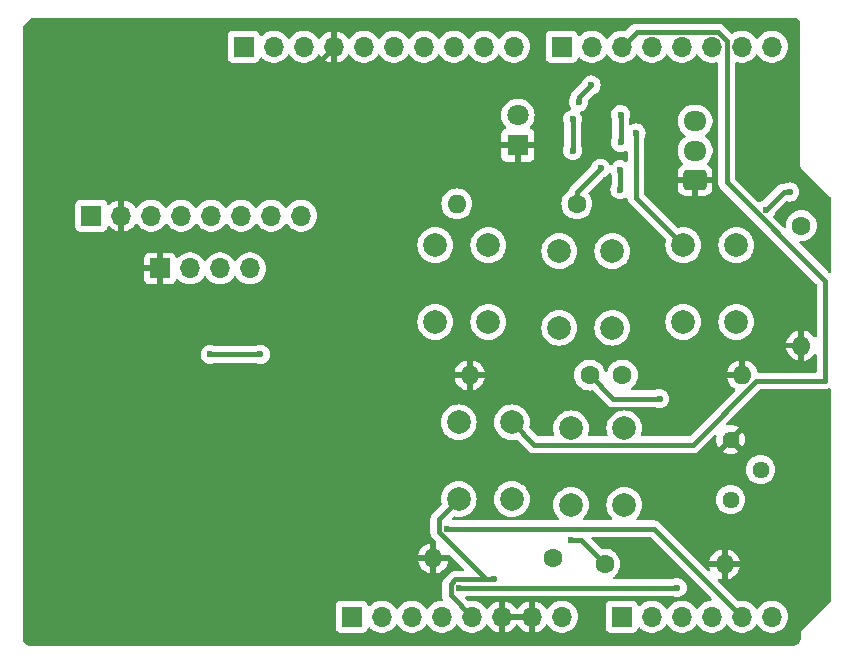
<source format=gbr>
%TF.GenerationSoftware,KiCad,Pcbnew,8.0.8*%
%TF.CreationDate,2025-02-03T17:46:13-07:00*%
%TF.ProjectId,Arduino_uno_Shield,41726475-696e-46f5-9f75-6e6f5f536869,rev?*%
%TF.SameCoordinates,Original*%
%TF.FileFunction,Copper,L2,Bot*%
%TF.FilePolarity,Positive*%
%FSLAX46Y46*%
G04 Gerber Fmt 4.6, Leading zero omitted, Abs format (unit mm)*
G04 Created by KiCad (PCBNEW 8.0.8) date 2025-02-03 17:46:13*
%MOMM*%
%LPD*%
G01*
G04 APERTURE LIST*
G04 Aperture macros list*
%AMRoundRect*
0 Rectangle with rounded corners*
0 $1 Rounding radius*
0 $2 $3 $4 $5 $6 $7 $8 $9 X,Y pos of 4 corners*
0 Add a 4 corners polygon primitive as box body*
4,1,4,$2,$3,$4,$5,$6,$7,$8,$9,$2,$3,0*
0 Add four circle primitives for the rounded corners*
1,1,$1+$1,$2,$3*
1,1,$1+$1,$4,$5*
1,1,$1+$1,$6,$7*
1,1,$1+$1,$8,$9*
0 Add four rect primitives between the rounded corners*
20,1,$1+$1,$2,$3,$4,$5,0*
20,1,$1+$1,$4,$5,$6,$7,0*
20,1,$1+$1,$6,$7,$8,$9,0*
20,1,$1+$1,$8,$9,$2,$3,0*%
G04 Aperture macros list end*
%TA.AperFunction,ComponentPad*%
%ADD10R,1.700000X1.700000*%
%TD*%
%TA.AperFunction,ComponentPad*%
%ADD11O,1.700000X1.700000*%
%TD*%
%TA.AperFunction,ComponentPad*%
%ADD12C,2.000000*%
%TD*%
%TA.AperFunction,ComponentPad*%
%ADD13C,1.600000*%
%TD*%
%TA.AperFunction,ComponentPad*%
%ADD14O,1.600000X1.600000*%
%TD*%
%TA.AperFunction,ComponentPad*%
%ADD15C,1.440000*%
%TD*%
%TA.AperFunction,ComponentPad*%
%ADD16R,1.800000X1.800000*%
%TD*%
%TA.AperFunction,ComponentPad*%
%ADD17C,1.800000*%
%TD*%
%TA.AperFunction,ComponentPad*%
%ADD18RoundRect,0.250000X0.725000X-0.600000X0.725000X0.600000X-0.725000X0.600000X-0.725000X-0.600000X0*%
%TD*%
%TA.AperFunction,ComponentPad*%
%ADD19O,1.950000X1.700000*%
%TD*%
%TA.AperFunction,ViaPad*%
%ADD20C,0.600000*%
%TD*%
%TA.AperFunction,Conductor*%
%ADD21C,0.400000*%
%TD*%
%ADD22R,1.700000X1.700000*%
%ADD23O,1.700000X1.700000*%
%ADD24C,2.000000*%
%ADD25C,1.600000*%
%ADD26O,1.600000X1.600000*%
%ADD27C,1.440000*%
%ADD28R,1.800000X1.800000*%
%ADD29C,1.800000*%
%ADD30RoundRect,0.250000X0.725000X-0.600000X0.725000X0.600000X-0.725000X0.600000X-0.725000X-0.600000X0*%
%ADD31O,1.950000X1.700000*%
G04 APERTURE END LIST*
D10*
%TO.P,J1,1,Pin_1*%
%TO.N,unconnected-(J1-Pin_1-Pad1)*%
X127940000Y-97460000D03*
D11*
%TO.P,J1,2,Pin_2*%
%TO.N,/IOREF*%
X130480000Y-97460000D03*
%TO.P,J1,3,Pin_3*%
%TO.N,/~{RESET}*%
X133020000Y-97460000D03*
%TO.P,J1,4,Pin_4*%
%TO.N,+3V3*%
X135560000Y-97460000D03*
%TO.P,J1,5,Pin_5*%
%TO.N,+5V*%
X138100000Y-97460000D03*
%TO.P,J1,6,Pin_6*%
%TO.N,GND*%
X140640000Y-97460000D03*
%TO.P,J1,7,Pin_7*%
X143180000Y-97460000D03*
%TO.P,J1,8,Pin_8*%
%TO.N,VCC*%
X145720000Y-97460000D03*
%TD*%
D10*
%TO.P,J3,1,Pin_1*%
%TO.N,/A0*%
X150800000Y-97460000D03*
D11*
%TO.P,J3,2,Pin_2*%
%TO.N,/A1*%
X153340000Y-97460000D03*
%TO.P,J3,3,Pin_3*%
%TO.N,/A2*%
X155880000Y-97460000D03*
%TO.P,J3,4,Pin_4*%
%TO.N,/A3*%
X158420000Y-97460000D03*
%TO.P,J3,5,Pin_5*%
%TO.N,/I2C_SDA*%
X160960000Y-97460000D03*
%TO.P,J3,6,Pin_6*%
%TO.N,/I2C_SCL*%
X163500000Y-97460000D03*
%TD*%
D10*
%TO.P,J2,1,Pin_1*%
%TO.N,/I2C_SCL*%
X118796000Y-49200000D03*
D11*
%TO.P,J2,2,Pin_2*%
%TO.N,/I2C_SDA*%
X121336000Y-49200000D03*
%TO.P,J2,3,Pin_3*%
%TO.N,/AREF*%
X123876000Y-49200000D03*
%TO.P,J2,4,Pin_4*%
%TO.N,GND*%
X126416000Y-49200000D03*
%TO.P,J2,5,Pin_5*%
%TO.N,/13*%
X128956000Y-49200000D03*
%TO.P,J2,6,Pin_6*%
%TO.N,/12*%
X131496000Y-49200000D03*
%TO.P,J2,7,Pin_7*%
%TO.N,/\u002A11*%
X134036000Y-49200000D03*
%TO.P,J2,8,Pin_8*%
%TO.N,/\u002A10*%
X136576000Y-49200000D03*
%TO.P,J2,9,Pin_9*%
%TO.N,/\u002A9*%
X139116000Y-49200000D03*
%TO.P,J2,10,Pin_10*%
%TO.N,/8*%
X141656000Y-49200000D03*
%TD*%
D10*
%TO.P,J4,1,Pin_1*%
%TO.N,/7*%
X145720000Y-49200000D03*
D11*
%TO.P,J4,2,Pin_2*%
%TO.N,/\u002A6*%
X148260000Y-49200000D03*
%TO.P,J4,3,Pin_3*%
%TO.N,/\u002A5*%
X150800000Y-49200000D03*
%TO.P,J4,4,Pin_4*%
%TO.N,/4*%
X153340000Y-49200000D03*
%TO.P,J4,5,Pin_5*%
%TO.N,/\u002A3*%
X155880000Y-49200000D03*
%TO.P,J4,6,Pin_6*%
%TO.N,/2*%
X158420000Y-49200000D03*
%TO.P,J4,7,Pin_7*%
%TO.N,/TX{slash}1*%
X160960000Y-49200000D03*
%TO.P,J4,8,Pin_8*%
%TO.N,/RX{slash}0*%
X163500000Y-49200000D03*
%TD*%
D12*
%TO.P,SW1,1,A*%
%TO.N,/2*%
X139500000Y-66000000D03*
X139500000Y-72500000D03*
%TO.P,SW1,2,B*%
%TO.N,+5V*%
X135000000Y-66000000D03*
X135000000Y-72500000D03*
%TD*%
D13*
%TO.P,R4,1*%
%TO.N,/4*%
X150840000Y-77000000D03*
D14*
%TO.P,R4,2*%
%TO.N,GND*%
X161000000Y-77000000D03*
%TD*%
D13*
%TO.P,R5,1*%
%TO.N,/\u002A6*%
X149340000Y-93000000D03*
D14*
%TO.P,R5,2*%
%TO.N,GND*%
X159500000Y-93000000D03*
%TD*%
D15*
%TO.P,RV1,1,1*%
%TO.N,+5V*%
X160015000Y-87540000D03*
%TO.P,RV1,2,2*%
%TO.N,/A0*%
X162555000Y-85000000D03*
%TO.P,RV1,3,3*%
%TO.N,GND*%
X160015000Y-82460000D03*
%TD*%
D12*
%TO.P,SW2,1,A*%
%TO.N,/\u002A3*%
X160500000Y-66000000D03*
X160500000Y-72500000D03*
%TO.P,SW2,2,B*%
%TO.N,+5V*%
X156000000Y-66000000D03*
X156000000Y-72500000D03*
%TD*%
%TO.P,SW3,1,A*%
%TO.N,/4*%
X145500000Y-73000000D03*
X145500000Y-66500000D03*
%TO.P,SW3,2,B*%
%TO.N,+5V*%
X150000000Y-73000000D03*
X150000000Y-66500000D03*
%TD*%
%TO.P,SW5,1,A*%
%TO.N,/\u002A5*%
X141500000Y-81000000D03*
X141500000Y-87500000D03*
%TO.P,SW5,2,B*%
%TO.N,+5V*%
X137000000Y-81000000D03*
X137000000Y-87500000D03*
%TD*%
D13*
%TO.P,R6,1*%
%TO.N,/\u002A5*%
X145000000Y-92500000D03*
D14*
%TO.P,R6,2*%
%TO.N,GND*%
X134840000Y-92500000D03*
%TD*%
D10*
%TO.P,J9,1,Pin_1*%
%TO.N,+5V*%
X105880000Y-63500000D03*
D11*
%TO.P,J9,2,Pin_2*%
%TO.N,GND*%
X108420000Y-63500000D03*
%TO.P,J9,3,Pin_3*%
%TO.N,/I2C_SCL*%
X110960000Y-63500000D03*
%TO.P,J9,4,Pin_4*%
%TO.N,/I2C_SDA*%
X113500000Y-63500000D03*
%TO.P,J9,5,Pin_5*%
%TO.N,unconnected-(J9-Pin_5-Pad5)*%
X116040000Y-63500000D03*
%TO.P,J9,6,Pin_6*%
%TO.N,unconnected-(J9-Pin_6-Pad6)*%
X118580000Y-63500000D03*
%TO.P,J9,7,Pin_7*%
%TO.N,unconnected-(J9-Pin_7-Pad7)*%
X121120000Y-63500000D03*
%TO.P,J9,8,Pin_8*%
%TO.N,unconnected-(J9-Pin_8-Pad8)*%
X123660000Y-63500000D03*
%TD*%
D10*
%TO.P,J10,1,Pin_1*%
%TO.N,GND*%
X111700000Y-67975000D03*
D11*
%TO.P,J10,2,Pin_2*%
%TO.N,+5V*%
X114240000Y-67975000D03*
%TO.P,J10,3,Pin_3*%
%TO.N,/I2C_SCL*%
X116780000Y-67975000D03*
%TO.P,J10,4,Pin_4*%
%TO.N,/I2C_SDA*%
X119320000Y-67975000D03*
%TD*%
D13*
%TO.P,R1,1*%
%TO.N,/\u002A9*%
X147000000Y-62500000D03*
D14*
%TO.P,R1,2*%
%TO.N,Net-(D1-A)*%
X136840000Y-62500000D03*
%TD*%
D13*
%TO.P,R3,1*%
%TO.N,/\u002A3*%
X166000000Y-64340000D03*
D14*
%TO.P,R3,2*%
%TO.N,GND*%
X166000000Y-74500000D03*
%TD*%
D13*
%TO.P,R2,1*%
%TO.N,/2*%
X148080000Y-77000000D03*
D14*
%TO.P,R2,2*%
%TO.N,GND*%
X137920000Y-77000000D03*
%TD*%
D12*
%TO.P,SW4,1,A*%
%TO.N,/\u002A6*%
X146500000Y-88000000D03*
X146500000Y-81500000D03*
%TO.P,SW4,2,B*%
%TO.N,+5V*%
X151000000Y-88000000D03*
X151000000Y-81500000D03*
%TD*%
D16*
%TO.P,D1,1,K*%
%TO.N,GND*%
X142000000Y-57540000D03*
D17*
%TO.P,D1,2,A*%
%TO.N,Net-(D1-A)*%
X142000000Y-55000000D03*
%TD*%
D18*
%TO.P,J11,1,Pin_1*%
%TO.N,GND*%
X157000000Y-60500000D03*
D19*
%TO.P,J11,2,Pin_2*%
%TO.N,/7*%
X157000000Y-58000000D03*
%TO.P,J11,3,Pin_3*%
%TO.N,+5V*%
X157000000Y-55500000D03*
%TD*%
D20*
%TO.N,GND*%
X117500000Y-52500000D03*
%TO.N,/I2C_SCL*%
X137000000Y-95000000D03*
X155500000Y-95000000D03*
%TO.N,/\u002A9*%
X149000000Y-59500000D03*
%TO.N,/4*%
X150700000Y-57300000D03*
X150650000Y-59600000D03*
X150650000Y-61300000D03*
X150700000Y-54950000D03*
%TO.N,+5V*%
X120200000Y-75250000D03*
X152000000Y-56500000D03*
X115950000Y-75250000D03*
X140000000Y-94300000D03*
%TO.N,/\u002A6*%
X148200000Y-52450000D03*
X147150000Y-53900000D03*
X146500000Y-91000000D03*
X146650000Y-58000000D03*
X146650000Y-55350000D03*
%TO.N,/I2C_SDA*%
X136000000Y-90000000D03*
%TO.N,/2*%
X154000000Y-79000000D03*
X165000000Y-61500000D03*
X163000000Y-63000000D03*
%TD*%
D21*
%TO.N,GND*%
X117500000Y-52500000D02*
X123116000Y-52500000D01*
X123116000Y-52500000D02*
X126416000Y-49200000D01*
%TO.N,/I2C_SCL*%
X137000000Y-95000000D02*
X155500000Y-95000000D01*
%TO.N,/\u002A9*%
X147000000Y-61500000D02*
X149000000Y-59500000D01*
X147000000Y-62500000D02*
X147000000Y-61500000D01*
%TO.N,/4*%
X150700000Y-57300000D02*
X150700000Y-54950000D01*
X150650000Y-61300000D02*
X150650000Y-59600000D01*
%TO.N,+5V*%
X120200000Y-75250000D02*
X115950000Y-75250000D01*
X140000000Y-94300000D02*
X136710050Y-94300000D01*
X135300000Y-90289950D02*
X139310050Y-94300000D01*
X136300000Y-94710050D02*
X136300000Y-95660000D01*
X139310050Y-94300000D02*
X140000000Y-94300000D01*
X135300000Y-89200000D02*
X135300000Y-90289950D01*
X137000000Y-87500000D02*
X135300000Y-89200000D01*
X152000000Y-62000000D02*
X156000000Y-66000000D01*
X136710050Y-94300000D02*
X136300000Y-94710050D01*
X152000000Y-56500000D02*
X152000000Y-62000000D01*
X136300000Y-95660000D02*
X138100000Y-97460000D01*
%TO.N,/\u002A6*%
X147340000Y-91000000D02*
X149340000Y-93000000D01*
X146500000Y-91000000D02*
X147340000Y-91000000D01*
X146650000Y-58000000D02*
X146650000Y-55350000D01*
X147150000Y-53500000D02*
X148200000Y-52450000D01*
X147150000Y-53900000D02*
X147150000Y-53500000D01*
%TO.N,/\u002A5*%
X143400000Y-82900000D02*
X141500000Y-81000000D01*
X156797057Y-82900000D02*
X143400000Y-82900000D01*
X162197057Y-77500000D02*
X156797057Y-82900000D01*
X158937767Y-47950000D02*
X159670000Y-48682233D01*
X168000000Y-69010050D02*
X168000000Y-77500000D01*
X159670000Y-48682233D02*
X159670000Y-60680050D01*
X168000000Y-77500000D02*
X162197057Y-77500000D01*
X159670000Y-60680050D02*
X168000000Y-69010050D01*
X152050000Y-47950000D02*
X158937767Y-47950000D01*
X150800000Y-49200000D02*
X152050000Y-47950000D01*
%TO.N,/I2C_SDA*%
X153500000Y-90000000D02*
X160960000Y-97460000D01*
X136000000Y-90000000D02*
X153500000Y-90000000D01*
%TO.N,/2*%
X154000000Y-79000000D02*
X150080000Y-79000000D01*
X150080000Y-79000000D02*
X148080000Y-77000000D01*
X165000000Y-61500000D02*
X164500000Y-61500000D01*
X164500000Y-61500000D02*
X163000000Y-63000000D01*
%TD*%
%TA.AperFunction,Conductor*%
%TO.N,GND*%
G36*
X142714075Y-97267007D02*
G01*
X142680000Y-97394174D01*
X142680000Y-97525826D01*
X142714075Y-97652993D01*
X142746988Y-97710000D01*
X141073012Y-97710000D01*
X141105925Y-97652993D01*
X141140000Y-97525826D01*
X141140000Y-97394174D01*
X141105925Y-97267007D01*
X141073012Y-97210000D01*
X142746988Y-97210000D01*
X142714075Y-97267007D01*
G37*
%TD.AperFunction*%
%TA.AperFunction,Conductor*%
G36*
X165505635Y-46755185D02*
G01*
X165508322Y-46756961D01*
X165870227Y-47003055D01*
X165914594Y-47057028D01*
X165924500Y-47105593D01*
X165924500Y-59333312D01*
X165924304Y-59335383D01*
X165924496Y-59359821D01*
X165924500Y-59360793D01*
X165924500Y-59375104D01*
X165924610Y-59375648D01*
X165924619Y-59375671D01*
X165924620Y-59375672D01*
X165930248Y-59388964D01*
X165930485Y-59389531D01*
X165934563Y-59399376D01*
X165936000Y-59402845D01*
X165936318Y-59403318D01*
X165946504Y-59413345D01*
X165947080Y-59413916D01*
X165957233Y-59424069D01*
X165964504Y-59431340D01*
X165966110Y-59432646D01*
X168467492Y-61895187D01*
X168501456Y-61956246D01*
X168504500Y-61983551D01*
X168504500Y-68213217D01*
X168484815Y-68280256D01*
X168432011Y-68326011D01*
X168362853Y-68335955D01*
X168299297Y-68306930D01*
X168292819Y-68300898D01*
X165852324Y-65860403D01*
X165818839Y-65799080D01*
X165823823Y-65729388D01*
X165865695Y-65673455D01*
X165931159Y-65649038D01*
X165950804Y-65649193D01*
X166000000Y-65653498D01*
X166000000Y-65653497D01*
X166000001Y-65653498D01*
X166000002Y-65653498D01*
X166057021Y-65648509D01*
X166228087Y-65633543D01*
X166449243Y-65574284D01*
X166656749Y-65477523D01*
X166844300Y-65346198D01*
X167006198Y-65184300D01*
X167137523Y-64996749D01*
X167234284Y-64789243D01*
X167293543Y-64568087D01*
X167313498Y-64340000D01*
X167313259Y-64337273D01*
X167293543Y-64111918D01*
X167293543Y-64111913D01*
X167234284Y-63890757D01*
X167137523Y-63683251D01*
X167006198Y-63495700D01*
X166844300Y-63333802D01*
X166656749Y-63202477D01*
X166656745Y-63202475D01*
X166449249Y-63105718D01*
X166449238Y-63105714D01*
X166228089Y-63046457D01*
X166228081Y-63046456D01*
X166000002Y-63026502D01*
X165999998Y-63026502D01*
X165771918Y-63046456D01*
X165771910Y-63046457D01*
X165550761Y-63105714D01*
X165550750Y-63105718D01*
X165343254Y-63202475D01*
X165343252Y-63202476D01*
X165274837Y-63250381D01*
X165155700Y-63333802D01*
X165155698Y-63333803D01*
X165155695Y-63333806D01*
X164993806Y-63495695D01*
X164993803Y-63495698D01*
X164993802Y-63495700D01*
X164944699Y-63565826D01*
X164862476Y-63683252D01*
X164862475Y-63683254D01*
X164765718Y-63890750D01*
X164765714Y-63890761D01*
X164706457Y-64111910D01*
X164706456Y-64111918D01*
X164686502Y-64339998D01*
X164686502Y-64340002D01*
X164690805Y-64389187D01*
X164677038Y-64457687D01*
X164628423Y-64507870D01*
X164560394Y-64523803D01*
X164494551Y-64500427D01*
X164479596Y-64487675D01*
X163653204Y-63661283D01*
X163619719Y-63599960D01*
X163624703Y-63530268D01*
X163635892Y-63507629D01*
X163636791Y-63506198D01*
X163733043Y-63353015D01*
X163768956Y-63250379D01*
X163798314Y-63203655D01*
X164682226Y-62319743D01*
X164743547Y-62286260D01*
X164810861Y-62290385D01*
X164818953Y-62293217D01*
X164818954Y-62293217D01*
X164818957Y-62293218D01*
X164999996Y-62313616D01*
X165000000Y-62313616D01*
X165000004Y-62313616D01*
X165181041Y-62293218D01*
X165181044Y-62293217D01*
X165181047Y-62293217D01*
X165353015Y-62233043D01*
X165507281Y-62136111D01*
X165636111Y-62007281D01*
X165733043Y-61853015D01*
X165793217Y-61681047D01*
X165796073Y-61655700D01*
X165813616Y-61500003D01*
X165813616Y-61499996D01*
X165793218Y-61318958D01*
X165793217Y-61318953D01*
X165784254Y-61293338D01*
X165733043Y-61146985D01*
X165636111Y-60992719D01*
X165507281Y-60863889D01*
X165435403Y-60818725D01*
X165353017Y-60766958D01*
X165353016Y-60766957D01*
X165353015Y-60766957D01*
X165298693Y-60747949D01*
X165181046Y-60706782D01*
X165181041Y-60706781D01*
X165000004Y-60686384D01*
X164999996Y-60686384D01*
X164818958Y-60706781D01*
X164818953Y-60706782D01*
X164646984Y-60766957D01*
X164641120Y-60770641D01*
X164638174Y-60772493D01*
X164572201Y-60791500D01*
X164430214Y-60791500D01*
X164410737Y-60795374D01*
X164293343Y-60818725D01*
X164293337Y-60818727D01*
X164217807Y-60850013D01*
X164164395Y-60872136D01*
X164048357Y-60949671D01*
X164048353Y-60949674D01*
X162796344Y-62201683D01*
X162749619Y-62231043D01*
X162646983Y-62266957D01*
X162646982Y-62266958D01*
X162492369Y-62364108D01*
X162425132Y-62383108D01*
X162358297Y-62362740D01*
X162338716Y-62346795D01*
X160414819Y-60422898D01*
X160381334Y-60361575D01*
X160378500Y-60335217D01*
X160378500Y-50610368D01*
X160398185Y-50543329D01*
X160450989Y-50497574D01*
X160520147Y-50487630D01*
X160542763Y-50493087D01*
X160625362Y-50521443D01*
X160625365Y-50521444D01*
X160847431Y-50558500D01*
X161072569Y-50558500D01*
X161294635Y-50521444D01*
X161507574Y-50448342D01*
X161705576Y-50341189D01*
X161883240Y-50202906D01*
X162004594Y-50071082D01*
X162035715Y-50037276D01*
X162035715Y-50037275D01*
X162035722Y-50037268D01*
X162126193Y-49898790D01*
X162179338Y-49853437D01*
X162248569Y-49844013D01*
X162311905Y-49873515D01*
X162333804Y-49898787D01*
X162424278Y-50037268D01*
X162424283Y-50037273D01*
X162424284Y-50037276D01*
X162550968Y-50174889D01*
X162576760Y-50202906D01*
X162754424Y-50341189D01*
X162754425Y-50341189D01*
X162754427Y-50341191D01*
X162814314Y-50373600D01*
X162952426Y-50448342D01*
X163165365Y-50521444D01*
X163387431Y-50558500D01*
X163612569Y-50558500D01*
X163834635Y-50521444D01*
X164047574Y-50448342D01*
X164245576Y-50341189D01*
X164423240Y-50202906D01*
X164544594Y-50071082D01*
X164575715Y-50037276D01*
X164575717Y-50037273D01*
X164575722Y-50037268D01*
X164698860Y-49848791D01*
X164789296Y-49642616D01*
X164844564Y-49424368D01*
X164847164Y-49392993D01*
X164863156Y-49200005D01*
X164863156Y-49199994D01*
X164844565Y-48975640D01*
X164844563Y-48975628D01*
X164789296Y-48757385D01*
X164779071Y-48734075D01*
X164698860Y-48551209D01*
X164682706Y-48526484D01*
X164575723Y-48362734D01*
X164575715Y-48362723D01*
X164423243Y-48197097D01*
X164423238Y-48197092D01*
X164267948Y-48076224D01*
X164245576Y-48058811D01*
X164245575Y-48058810D01*
X164245572Y-48058808D01*
X164047580Y-47951661D01*
X164047577Y-47951659D01*
X164047574Y-47951658D01*
X164047571Y-47951657D01*
X164047569Y-47951656D01*
X163834637Y-47878556D01*
X163612569Y-47841500D01*
X163387431Y-47841500D01*
X163165362Y-47878556D01*
X162952430Y-47951656D01*
X162952419Y-47951661D01*
X162754427Y-48058808D01*
X162754422Y-48058812D01*
X162576761Y-48197092D01*
X162576756Y-48197097D01*
X162424284Y-48362723D01*
X162424276Y-48362734D01*
X162333808Y-48501206D01*
X162280662Y-48546562D01*
X162211431Y-48555986D01*
X162148095Y-48526484D01*
X162126192Y-48501206D01*
X162035723Y-48362734D01*
X162035715Y-48362723D01*
X161883243Y-48197097D01*
X161883238Y-48197092D01*
X161727948Y-48076224D01*
X161705576Y-48058811D01*
X161705575Y-48058810D01*
X161705572Y-48058808D01*
X161507580Y-47951661D01*
X161507577Y-47951659D01*
X161507574Y-47951658D01*
X161507571Y-47951657D01*
X161507569Y-47951656D01*
X161294637Y-47878556D01*
X161072569Y-47841500D01*
X160847431Y-47841500D01*
X160625362Y-47878556D01*
X160412430Y-47951656D01*
X160412419Y-47951661D01*
X160214429Y-48058807D01*
X160214420Y-48058813D01*
X160207553Y-48064158D01*
X160142557Y-48089796D01*
X160074018Y-48076224D01*
X160043717Y-48053980D01*
X159389413Y-47399674D01*
X159389405Y-47399668D01*
X159273370Y-47322136D01*
X159273366Y-47322134D01*
X159246663Y-47311073D01*
X159182194Y-47284369D01*
X159182193Y-47284368D01*
X159144431Y-47268727D01*
X159144425Y-47268725D01*
X159075988Y-47255113D01*
X159007552Y-47241500D01*
X159007549Y-47241500D01*
X159007548Y-47241500D01*
X152119782Y-47241500D01*
X151980218Y-47241500D01*
X151980214Y-47241500D01*
X151843341Y-47268725D01*
X151843340Y-47268726D01*
X151805573Y-47284368D01*
X151805572Y-47284369D01*
X151721602Y-47319151D01*
X151714394Y-47322137D01*
X151598361Y-47399668D01*
X151598353Y-47399674D01*
X151166774Y-47831253D01*
X151105451Y-47864738D01*
X151058684Y-47865881D01*
X150912569Y-47841500D01*
X150687431Y-47841500D01*
X150465362Y-47878556D01*
X150252430Y-47951656D01*
X150252419Y-47951661D01*
X150054427Y-48058808D01*
X150054422Y-48058812D01*
X149876761Y-48197092D01*
X149876756Y-48197097D01*
X149724284Y-48362723D01*
X149724276Y-48362734D01*
X149633808Y-48501206D01*
X149580662Y-48546562D01*
X149511431Y-48555986D01*
X149448095Y-48526484D01*
X149426192Y-48501206D01*
X149335723Y-48362734D01*
X149335715Y-48362723D01*
X149183243Y-48197097D01*
X149183238Y-48197092D01*
X149027948Y-48076224D01*
X149005576Y-48058811D01*
X149005575Y-48058810D01*
X149005572Y-48058808D01*
X148807580Y-47951661D01*
X148807577Y-47951659D01*
X148807574Y-47951658D01*
X148807571Y-47951657D01*
X148807569Y-47951656D01*
X148594637Y-47878556D01*
X148372569Y-47841500D01*
X148147431Y-47841500D01*
X147925362Y-47878556D01*
X147712430Y-47951656D01*
X147712419Y-47951661D01*
X147514427Y-48058808D01*
X147514422Y-48058812D01*
X147336761Y-48197092D01*
X147273548Y-48265760D01*
X147213661Y-48301750D01*
X147143823Y-48299649D01*
X147086207Y-48260124D01*
X147066138Y-48225110D01*
X147020889Y-48103796D01*
X146987214Y-48058812D01*
X146933261Y-47986739D01*
X146816204Y-47899111D01*
X146679203Y-47848011D01*
X146618654Y-47841500D01*
X146618638Y-47841500D01*
X144821362Y-47841500D01*
X144821345Y-47841500D01*
X144760797Y-47848011D01*
X144760795Y-47848011D01*
X144623795Y-47899111D01*
X144506739Y-47986739D01*
X144419111Y-48103795D01*
X144368011Y-48240795D01*
X144368011Y-48240797D01*
X144361500Y-48301345D01*
X144361500Y-50098654D01*
X144368011Y-50159202D01*
X144368011Y-50159204D01*
X144419111Y-50296204D01*
X144506739Y-50413261D01*
X144623796Y-50500889D01*
X144760799Y-50551989D01*
X144788050Y-50554918D01*
X144821345Y-50558499D01*
X144821362Y-50558500D01*
X146618638Y-50558500D01*
X146618654Y-50558499D01*
X146645692Y-50555591D01*
X146679201Y-50551989D01*
X146816204Y-50500889D01*
X146933261Y-50413261D01*
X147020889Y-50296204D01*
X147066138Y-50174887D01*
X147108009Y-50118956D01*
X147173474Y-50094539D01*
X147241746Y-50109391D01*
X147273545Y-50134236D01*
X147336760Y-50202906D01*
X147514424Y-50341189D01*
X147514425Y-50341189D01*
X147514427Y-50341191D01*
X147574314Y-50373600D01*
X147712426Y-50448342D01*
X147925365Y-50521444D01*
X148147431Y-50558500D01*
X148372569Y-50558500D01*
X148594635Y-50521444D01*
X148807574Y-50448342D01*
X149005576Y-50341189D01*
X149183240Y-50202906D01*
X149304594Y-50071082D01*
X149335715Y-50037276D01*
X149335715Y-50037275D01*
X149335722Y-50037268D01*
X149426193Y-49898790D01*
X149479338Y-49853437D01*
X149548569Y-49844013D01*
X149611905Y-49873515D01*
X149633804Y-49898787D01*
X149724278Y-50037268D01*
X149724283Y-50037273D01*
X149724284Y-50037276D01*
X149850968Y-50174889D01*
X149876760Y-50202906D01*
X150054424Y-50341189D01*
X150054425Y-50341189D01*
X150054427Y-50341191D01*
X150114314Y-50373600D01*
X150252426Y-50448342D01*
X150465365Y-50521444D01*
X150687431Y-50558500D01*
X150912569Y-50558500D01*
X151134635Y-50521444D01*
X151347574Y-50448342D01*
X151545576Y-50341189D01*
X151723240Y-50202906D01*
X151844594Y-50071082D01*
X151875715Y-50037276D01*
X151875715Y-50037275D01*
X151875722Y-50037268D01*
X151966193Y-49898790D01*
X152019338Y-49853437D01*
X152088569Y-49844013D01*
X152151905Y-49873515D01*
X152173804Y-49898787D01*
X152264278Y-50037268D01*
X152264283Y-50037273D01*
X152264284Y-50037276D01*
X152390968Y-50174889D01*
X152416760Y-50202906D01*
X152594424Y-50341189D01*
X152594425Y-50341189D01*
X152594427Y-50341191D01*
X152654314Y-50373600D01*
X152792426Y-50448342D01*
X153005365Y-50521444D01*
X153227431Y-50558500D01*
X153452569Y-50558500D01*
X153674635Y-50521444D01*
X153887574Y-50448342D01*
X154085576Y-50341189D01*
X154263240Y-50202906D01*
X154384594Y-50071082D01*
X154415715Y-50037276D01*
X154415715Y-50037275D01*
X154415722Y-50037268D01*
X154506193Y-49898790D01*
X154559338Y-49853437D01*
X154628569Y-49844013D01*
X154691905Y-49873515D01*
X154713804Y-49898787D01*
X154804278Y-50037268D01*
X154804283Y-50037273D01*
X154804284Y-50037276D01*
X154930968Y-50174889D01*
X154956760Y-50202906D01*
X155134424Y-50341189D01*
X155134425Y-50341189D01*
X155134427Y-50341191D01*
X155194314Y-50373600D01*
X155332426Y-50448342D01*
X155545365Y-50521444D01*
X155767431Y-50558500D01*
X155992569Y-50558500D01*
X156214635Y-50521444D01*
X156427574Y-50448342D01*
X156625576Y-50341189D01*
X156803240Y-50202906D01*
X156924594Y-50071082D01*
X156955715Y-50037276D01*
X156955715Y-50037275D01*
X156955722Y-50037268D01*
X157046193Y-49898790D01*
X157099338Y-49853437D01*
X157168569Y-49844013D01*
X157231905Y-49873515D01*
X157253804Y-49898787D01*
X157344278Y-50037268D01*
X157344283Y-50037273D01*
X157344284Y-50037276D01*
X157470968Y-50174889D01*
X157496760Y-50202906D01*
X157674424Y-50341189D01*
X157674425Y-50341189D01*
X157674427Y-50341191D01*
X157734314Y-50373600D01*
X157872426Y-50448342D01*
X158085365Y-50521444D01*
X158307431Y-50558500D01*
X158532569Y-50558500D01*
X158754635Y-50521444D01*
X158797236Y-50506819D01*
X158867035Y-50503669D01*
X158927457Y-50538755D01*
X158959317Y-50600937D01*
X158961500Y-50624100D01*
X158961500Y-60610268D01*
X158961500Y-60749832D01*
X158969788Y-60791500D01*
X158985827Y-60872135D01*
X158985828Y-60872139D01*
X158985827Y-60872139D01*
X158988726Y-60886710D01*
X159042136Y-61015654D01*
X159119671Y-61131692D01*
X159119674Y-61131696D01*
X167255181Y-69267202D01*
X167288666Y-69328525D01*
X167291500Y-69354883D01*
X167291500Y-73684694D01*
X167271815Y-73751733D01*
X167219011Y-73797488D01*
X167149853Y-73807432D01*
X167086297Y-73778407D01*
X167065926Y-73755818D01*
X166999661Y-73661183D01*
X166838820Y-73500342D01*
X166652482Y-73369865D01*
X166446328Y-73273734D01*
X166250000Y-73221127D01*
X166250000Y-74184314D01*
X166245606Y-74179920D01*
X166154394Y-74127259D01*
X166052661Y-74100000D01*
X165947339Y-74100000D01*
X165845606Y-74127259D01*
X165754394Y-74179920D01*
X165750000Y-74184314D01*
X165750000Y-73221127D01*
X165553671Y-73273734D01*
X165347517Y-73369865D01*
X165161179Y-73500342D01*
X165000342Y-73661179D01*
X164869865Y-73847517D01*
X164773734Y-74053673D01*
X164773730Y-74053682D01*
X164721127Y-74249999D01*
X164721128Y-74250000D01*
X165684314Y-74250000D01*
X165679920Y-74254394D01*
X165627259Y-74345606D01*
X165600000Y-74447339D01*
X165600000Y-74552661D01*
X165627259Y-74654394D01*
X165679920Y-74745606D01*
X165684314Y-74750000D01*
X164721128Y-74750000D01*
X164773730Y-74946317D01*
X164773734Y-74946326D01*
X164869865Y-75152482D01*
X165000342Y-75338820D01*
X165161179Y-75499657D01*
X165347517Y-75630134D01*
X165553673Y-75726265D01*
X165553682Y-75726269D01*
X165749999Y-75778872D01*
X165750000Y-75778871D01*
X165750000Y-74815686D01*
X165754394Y-74820080D01*
X165845606Y-74872741D01*
X165947339Y-74900000D01*
X166052661Y-74900000D01*
X166154394Y-74872741D01*
X166245606Y-74820080D01*
X166250000Y-74815686D01*
X166250000Y-75778872D01*
X166446317Y-75726269D01*
X166446326Y-75726265D01*
X166652482Y-75630134D01*
X166838820Y-75499657D01*
X166999657Y-75338820D01*
X167065925Y-75244181D01*
X167120502Y-75200557D01*
X167190001Y-75193364D01*
X167252355Y-75224886D01*
X167287769Y-75285116D01*
X167291500Y-75315305D01*
X167291500Y-76667500D01*
X167271815Y-76734539D01*
X167219011Y-76780294D01*
X167167500Y-76791500D01*
X162385141Y-76791500D01*
X162318102Y-76771815D01*
X162272347Y-76719011D01*
X162265366Y-76699594D01*
X162226268Y-76553679D01*
X162226265Y-76553673D01*
X162130134Y-76347517D01*
X161999657Y-76161179D01*
X161838820Y-76000342D01*
X161652482Y-75869865D01*
X161446328Y-75773734D01*
X161250000Y-75721127D01*
X161250000Y-76684314D01*
X161245606Y-76679920D01*
X161154394Y-76627259D01*
X161052661Y-76600000D01*
X160947339Y-76600000D01*
X160845606Y-76627259D01*
X160754394Y-76679920D01*
X160750000Y-76684314D01*
X160750000Y-75721127D01*
X160553671Y-75773734D01*
X160347517Y-75869865D01*
X160161179Y-76000342D01*
X160000342Y-76161179D01*
X159869865Y-76347517D01*
X159773734Y-76553673D01*
X159773730Y-76553682D01*
X159721127Y-76749999D01*
X159721128Y-76750000D01*
X160684314Y-76750000D01*
X160679920Y-76754394D01*
X160627259Y-76845606D01*
X160600000Y-76947339D01*
X160600000Y-77052661D01*
X160627259Y-77154394D01*
X160679920Y-77245606D01*
X160684314Y-77250000D01*
X159721128Y-77250000D01*
X159773730Y-77446317D01*
X159773734Y-77446326D01*
X159869865Y-77652482D01*
X160000342Y-77838820D01*
X160161179Y-77999657D01*
X160351952Y-78133239D01*
X160350925Y-78134705D01*
X160393621Y-78179468D01*
X160406856Y-78248072D01*
X160380899Y-78312942D01*
X160371096Y-78323988D01*
X156539905Y-82155181D01*
X156478582Y-82188666D01*
X156452224Y-82191500D01*
X152531939Y-82191500D01*
X152464900Y-82171815D01*
X152419145Y-82119011D01*
X152409201Y-82049853D01*
X152417376Y-82020051D01*
X152439105Y-81967594D01*
X152494535Y-81736711D01*
X152513165Y-81500000D01*
X152494535Y-81263289D01*
X152439105Y-81032406D01*
X152439104Y-81032403D01*
X152439104Y-81032402D01*
X152348242Y-80813040D01*
X152348240Y-80813037D01*
X152224179Y-80610589D01*
X152224178Y-80610586D01*
X152189340Y-80569797D01*
X152069969Y-80430031D01*
X151932987Y-80313037D01*
X151889413Y-80275821D01*
X151889410Y-80275820D01*
X151686962Y-80151759D01*
X151686959Y-80151757D01*
X151467596Y-80060895D01*
X151236714Y-80005465D01*
X151000000Y-79986835D01*
X150763285Y-80005465D01*
X150532404Y-80060895D01*
X150532402Y-80060895D01*
X150313040Y-80151757D01*
X150313037Y-80151759D01*
X150110589Y-80275820D01*
X150110586Y-80275821D01*
X149930031Y-80430031D01*
X149775821Y-80610586D01*
X149775820Y-80610589D01*
X149651759Y-80813037D01*
X149651757Y-80813040D01*
X149560895Y-81032402D01*
X149560895Y-81032404D01*
X149505465Y-81263285D01*
X149486835Y-81500000D01*
X149505465Y-81736714D01*
X149542125Y-81889413D01*
X149560895Y-81967594D01*
X149582622Y-82020048D01*
X149590091Y-82089516D01*
X149558817Y-82151995D01*
X149498728Y-82187648D01*
X149468061Y-82191500D01*
X148031939Y-82191500D01*
X147964900Y-82171815D01*
X147919145Y-82119011D01*
X147909201Y-82049853D01*
X147917376Y-82020051D01*
X147939105Y-81967594D01*
X147994535Y-81736711D01*
X148013165Y-81500000D01*
X147994535Y-81263289D01*
X147939105Y-81032406D01*
X147939104Y-81032403D01*
X147939104Y-81032402D01*
X147848242Y-80813040D01*
X147848240Y-80813037D01*
X147724179Y-80610589D01*
X147724178Y-80610586D01*
X147689340Y-80569797D01*
X147569969Y-80430031D01*
X147432987Y-80313037D01*
X147389413Y-80275821D01*
X147389410Y-80275820D01*
X147186962Y-80151759D01*
X147186959Y-80151757D01*
X146967596Y-80060895D01*
X146736714Y-80005465D01*
X146500000Y-79986835D01*
X146263285Y-80005465D01*
X146032404Y-80060895D01*
X146032402Y-80060895D01*
X145813040Y-80151757D01*
X145813037Y-80151759D01*
X145610589Y-80275820D01*
X145610586Y-80275821D01*
X145430031Y-80430031D01*
X145275821Y-80610586D01*
X145275820Y-80610589D01*
X145151759Y-80813037D01*
X145151757Y-80813040D01*
X145060895Y-81032402D01*
X145060895Y-81032404D01*
X145005465Y-81263285D01*
X144986835Y-81500000D01*
X145005465Y-81736714D01*
X145042125Y-81889413D01*
X145060895Y-81967594D01*
X145082622Y-82020048D01*
X145090091Y-82089516D01*
X145058817Y-82151995D01*
X144998728Y-82187648D01*
X144968061Y-82191500D01*
X143744832Y-82191500D01*
X143677793Y-82171815D01*
X143657151Y-82155181D01*
X142994105Y-81492135D01*
X142960620Y-81430812D01*
X142961211Y-81375508D01*
X142994535Y-81236711D01*
X143013165Y-81000000D01*
X142994535Y-80763289D01*
X142939105Y-80532406D01*
X142939104Y-80532403D01*
X142939104Y-80532402D01*
X142848242Y-80313040D01*
X142848240Y-80313037D01*
X142724179Y-80110589D01*
X142724178Y-80110586D01*
X142689340Y-80069797D01*
X142569969Y-79930031D01*
X142409781Y-79793217D01*
X142389413Y-79775821D01*
X142389410Y-79775820D01*
X142186962Y-79651759D01*
X142186959Y-79651757D01*
X141967596Y-79560895D01*
X141736714Y-79505465D01*
X141500000Y-79486835D01*
X141263285Y-79505465D01*
X141032404Y-79560895D01*
X141032402Y-79560895D01*
X140813040Y-79651757D01*
X140813037Y-79651759D01*
X140610589Y-79775820D01*
X140610586Y-79775821D01*
X140430031Y-79930031D01*
X140275821Y-80110586D01*
X140275820Y-80110589D01*
X140151759Y-80313037D01*
X140151757Y-80313040D01*
X140060895Y-80532402D01*
X140060895Y-80532404D01*
X140005465Y-80763285D01*
X139986835Y-81000000D01*
X140005465Y-81236714D01*
X140060895Y-81467595D01*
X140060895Y-81467597D01*
X140151757Y-81686959D01*
X140151759Y-81686962D01*
X140275820Y-81889410D01*
X140275821Y-81889413D01*
X140275824Y-81889416D01*
X140430031Y-82069969D01*
X140549277Y-82171815D01*
X140610586Y-82224178D01*
X140610589Y-82224179D01*
X140813037Y-82348240D01*
X140813040Y-82348242D01*
X141032403Y-82439104D01*
X141032404Y-82439104D01*
X141032406Y-82439105D01*
X141263289Y-82494535D01*
X141500000Y-82513165D01*
X141736711Y-82494535D01*
X141875508Y-82461212D01*
X141945289Y-82464703D01*
X141992135Y-82494105D01*
X142948354Y-83450325D01*
X142948358Y-83450328D01*
X143064400Y-83527865D01*
X143139930Y-83559150D01*
X143193338Y-83581273D01*
X143261776Y-83594886D01*
X143330214Y-83608499D01*
X143330218Y-83608500D01*
X143330219Y-83608500D01*
X156866839Y-83608500D01*
X156935278Y-83594886D01*
X156935279Y-83594886D01*
X156952505Y-83591459D01*
X157003719Y-83581273D01*
X157041484Y-83565630D01*
X157132658Y-83527865D01*
X157248700Y-83450328D01*
X158612479Y-82086549D01*
X158673802Y-82053064D01*
X158743494Y-82058048D01*
X158799427Y-82099920D01*
X158823844Y-82165384D01*
X158819935Y-82206322D01*
X158808947Y-82247331D01*
X158808944Y-82247345D01*
X158790340Y-82459997D01*
X158790340Y-82460002D01*
X158808944Y-82672654D01*
X158808945Y-82672662D01*
X158864194Y-82878853D01*
X158864197Y-82878859D01*
X158954413Y-83072329D01*
X158993415Y-83128030D01*
X159615000Y-82506445D01*
X159615000Y-82512661D01*
X159642259Y-82614394D01*
X159694920Y-82705606D01*
X159769394Y-82780080D01*
X159860606Y-82832741D01*
X159962339Y-82860000D01*
X159968554Y-82860000D01*
X159346968Y-83481584D01*
X159402663Y-83520582D01*
X159402669Y-83520586D01*
X159596140Y-83610802D01*
X159596146Y-83610805D01*
X159802337Y-83666054D01*
X159802345Y-83666055D01*
X160014998Y-83684660D01*
X160015002Y-83684660D01*
X160227654Y-83666055D01*
X160227662Y-83666054D01*
X160433853Y-83610805D01*
X160433864Y-83610801D01*
X160627325Y-83520589D01*
X160683030Y-83481583D01*
X160061447Y-82860000D01*
X160067661Y-82860000D01*
X160169394Y-82832741D01*
X160260606Y-82780080D01*
X160335080Y-82705606D01*
X160387741Y-82614394D01*
X160415000Y-82512661D01*
X160415000Y-82506446D01*
X161036583Y-83128029D01*
X161075589Y-83072325D01*
X161165801Y-82878864D01*
X161165805Y-82878853D01*
X161221054Y-82672662D01*
X161221055Y-82672654D01*
X161239660Y-82460002D01*
X161239660Y-82459997D01*
X161221055Y-82247345D01*
X161221054Y-82247337D01*
X161165805Y-82041146D01*
X161165802Y-82041140D01*
X161075586Y-81847669D01*
X161075582Y-81847663D01*
X161036584Y-81791968D01*
X160415000Y-82413552D01*
X160415000Y-82407339D01*
X160387741Y-82305606D01*
X160335080Y-82214394D01*
X160260606Y-82139920D01*
X160169394Y-82087259D01*
X160067661Y-82060000D01*
X160061445Y-82060000D01*
X160683030Y-81438415D01*
X160627329Y-81399413D01*
X160433859Y-81309197D01*
X160433853Y-81309194D01*
X160227662Y-81253945D01*
X160227654Y-81253944D01*
X160015002Y-81235340D01*
X160014998Y-81235340D01*
X159802345Y-81253944D01*
X159802331Y-81253947D01*
X159761321Y-81264935D01*
X159691471Y-81263271D01*
X159633609Y-81224108D01*
X159606106Y-81159879D01*
X159617693Y-81090977D01*
X159641545Y-81057482D01*
X162454209Y-78244819D01*
X162515532Y-78211334D01*
X162541890Y-78208500D01*
X168069782Y-78208500D01*
X168069783Y-78208499D01*
X168206662Y-78181273D01*
X168333047Y-78128922D01*
X168402516Y-78121453D01*
X168464996Y-78152728D01*
X168500648Y-78212817D01*
X168504500Y-78243483D01*
X168504500Y-96107364D01*
X168484815Y-96174403D01*
X168468181Y-96195045D01*
X165997233Y-98665994D01*
X165975995Y-98687231D01*
X165964500Y-98714982D01*
X165964500Y-99231907D01*
X165963903Y-99244062D01*
X165952505Y-99359778D01*
X165947763Y-99383618D01*
X165917832Y-99482290D01*
X165915789Y-99489024D01*
X165906486Y-99511482D01*
X165854561Y-99608627D01*
X165841056Y-99628839D01*
X165771176Y-99713988D01*
X165753988Y-99731176D01*
X165668839Y-99801056D01*
X165648627Y-99814561D01*
X165551482Y-99866486D01*
X165529028Y-99875787D01*
X165487028Y-99888528D01*
X165423618Y-99907763D01*
X165399778Y-99912505D01*
X165291162Y-99923203D01*
X165284060Y-99923903D01*
X165271907Y-99924500D01*
X100768093Y-99924500D01*
X100755939Y-99923903D01*
X100747995Y-99923120D01*
X100640221Y-99912505D01*
X100616381Y-99907763D01*
X100599445Y-99902625D01*
X100510968Y-99875786D01*
X100488517Y-99866486D01*
X100391372Y-99814561D01*
X100371160Y-99801056D01*
X100286011Y-99731176D01*
X100268823Y-99713988D01*
X100198943Y-99628839D01*
X100185438Y-99608627D01*
X100133510Y-99511476D01*
X100124215Y-99489037D01*
X100092234Y-99383612D01*
X100087494Y-99359777D01*
X100076097Y-99244061D01*
X100075500Y-99231907D01*
X100075500Y-96561345D01*
X126581500Y-96561345D01*
X126581500Y-98358654D01*
X126588011Y-98419202D01*
X126588011Y-98419204D01*
X126639111Y-98556204D01*
X126726739Y-98673261D01*
X126843796Y-98760889D01*
X126980799Y-98811989D01*
X127008050Y-98814918D01*
X127041345Y-98818499D01*
X127041362Y-98818500D01*
X128838638Y-98818500D01*
X128838654Y-98818499D01*
X128865692Y-98815591D01*
X128899201Y-98811989D01*
X129036204Y-98760889D01*
X129153261Y-98673261D01*
X129240889Y-98556204D01*
X129286138Y-98434887D01*
X129328009Y-98378956D01*
X129393474Y-98354539D01*
X129461746Y-98369391D01*
X129493545Y-98394236D01*
X129556760Y-98462906D01*
X129734424Y-98601189D01*
X129734425Y-98601189D01*
X129734427Y-98601191D01*
X129861135Y-98669761D01*
X129932426Y-98708342D01*
X130145365Y-98781444D01*
X130367431Y-98818500D01*
X130592569Y-98818500D01*
X130814635Y-98781444D01*
X131027574Y-98708342D01*
X131225576Y-98601189D01*
X131403240Y-98462906D01*
X131524594Y-98331082D01*
X131555715Y-98297276D01*
X131555715Y-98297275D01*
X131555722Y-98297268D01*
X131646193Y-98158790D01*
X131699338Y-98113437D01*
X131768569Y-98104013D01*
X131831905Y-98133515D01*
X131853804Y-98158787D01*
X131944278Y-98297268D01*
X131944283Y-98297273D01*
X131944284Y-98297276D01*
X132070968Y-98434889D01*
X132096760Y-98462906D01*
X132274424Y-98601189D01*
X132274425Y-98601189D01*
X132274427Y-98601191D01*
X132401135Y-98669761D01*
X132472426Y-98708342D01*
X132685365Y-98781444D01*
X132907431Y-98818500D01*
X133132569Y-98818500D01*
X133354635Y-98781444D01*
X133567574Y-98708342D01*
X133765576Y-98601189D01*
X133943240Y-98462906D01*
X134064594Y-98331082D01*
X134095715Y-98297276D01*
X134095715Y-98297275D01*
X134095722Y-98297268D01*
X134186193Y-98158790D01*
X134239338Y-98113437D01*
X134308569Y-98104013D01*
X134371905Y-98133515D01*
X134393804Y-98158787D01*
X134484278Y-98297268D01*
X134484283Y-98297273D01*
X134484284Y-98297276D01*
X134610968Y-98434889D01*
X134636760Y-98462906D01*
X134814424Y-98601189D01*
X134814425Y-98601189D01*
X134814427Y-98601191D01*
X134941135Y-98669761D01*
X135012426Y-98708342D01*
X135225365Y-98781444D01*
X135447431Y-98818500D01*
X135672569Y-98818500D01*
X135894635Y-98781444D01*
X136107574Y-98708342D01*
X136305576Y-98601189D01*
X136483240Y-98462906D01*
X136604594Y-98331082D01*
X136635715Y-98297276D01*
X136635715Y-98297275D01*
X136635722Y-98297268D01*
X136726193Y-98158790D01*
X136779338Y-98113437D01*
X136848569Y-98104013D01*
X136911905Y-98133515D01*
X136933804Y-98158787D01*
X137024278Y-98297268D01*
X137024283Y-98297273D01*
X137024284Y-98297276D01*
X137150968Y-98434889D01*
X137176760Y-98462906D01*
X137354424Y-98601189D01*
X137354425Y-98601189D01*
X137354427Y-98601191D01*
X137481135Y-98669761D01*
X137552426Y-98708342D01*
X137765365Y-98781444D01*
X137987431Y-98818500D01*
X138212569Y-98818500D01*
X138434635Y-98781444D01*
X138647574Y-98708342D01*
X138845576Y-98601189D01*
X139023240Y-98462906D01*
X139144594Y-98331082D01*
X139175715Y-98297276D01*
X139175715Y-98297275D01*
X139175722Y-98297268D01*
X139269749Y-98153347D01*
X139322894Y-98107994D01*
X139392125Y-98098570D01*
X139455461Y-98128072D01*
X139475130Y-98150048D01*
X139601890Y-98331078D01*
X139768917Y-98498105D01*
X139962421Y-98633600D01*
X140176507Y-98733429D01*
X140176516Y-98733433D01*
X140390000Y-98790634D01*
X140390000Y-97893012D01*
X140447007Y-97925925D01*
X140574174Y-97960000D01*
X140705826Y-97960000D01*
X140832993Y-97925925D01*
X140890000Y-97893012D01*
X140890000Y-98790633D01*
X141103483Y-98733433D01*
X141103492Y-98733429D01*
X141317578Y-98633600D01*
X141511082Y-98498105D01*
X141678105Y-98331082D01*
X141808425Y-98144968D01*
X141863002Y-98101344D01*
X141932501Y-98094151D01*
X141994855Y-98125673D01*
X142011575Y-98144968D01*
X142141894Y-98331082D01*
X142308917Y-98498105D01*
X142502421Y-98633600D01*
X142716507Y-98733429D01*
X142716516Y-98733433D01*
X142930000Y-98790634D01*
X142930000Y-97893012D01*
X142987007Y-97925925D01*
X143114174Y-97960000D01*
X143245826Y-97960000D01*
X143372993Y-97925925D01*
X143430000Y-97893012D01*
X143430000Y-98790633D01*
X143643483Y-98733433D01*
X143643492Y-98733429D01*
X143857578Y-98633600D01*
X144051082Y-98498105D01*
X144218105Y-98331082D01*
X144344868Y-98150048D01*
X144399445Y-98106423D01*
X144468944Y-98099231D01*
X144531298Y-98130753D01*
X144550251Y-98153350D01*
X144644276Y-98297265D01*
X144644284Y-98297276D01*
X144770968Y-98434889D01*
X144796760Y-98462906D01*
X144974424Y-98601189D01*
X144974425Y-98601189D01*
X144974427Y-98601191D01*
X145101135Y-98669761D01*
X145172426Y-98708342D01*
X145385365Y-98781444D01*
X145607431Y-98818500D01*
X145832569Y-98818500D01*
X146054635Y-98781444D01*
X146267574Y-98708342D01*
X146465576Y-98601189D01*
X146643240Y-98462906D01*
X146764594Y-98331082D01*
X146795715Y-98297276D01*
X146795717Y-98297273D01*
X146795722Y-98297268D01*
X146918860Y-98108791D01*
X147009296Y-97902616D01*
X147064564Y-97684368D01*
X147067164Y-97652993D01*
X147083156Y-97460005D01*
X147083156Y-97459994D01*
X147064565Y-97235640D01*
X147064563Y-97235628D01*
X147009296Y-97017385D01*
X146999071Y-96994075D01*
X146918860Y-96811209D01*
X146902706Y-96786484D01*
X146795723Y-96622734D01*
X146795715Y-96622723D01*
X146643243Y-96457097D01*
X146643238Y-96457092D01*
X146465577Y-96318812D01*
X146465572Y-96318808D01*
X146267580Y-96211661D01*
X146267577Y-96211659D01*
X146267574Y-96211658D01*
X146267571Y-96211657D01*
X146267569Y-96211656D01*
X146054637Y-96138556D01*
X145832569Y-96101500D01*
X145607431Y-96101500D01*
X145385362Y-96138556D01*
X145172430Y-96211656D01*
X145172419Y-96211661D01*
X144974427Y-96318808D01*
X144974422Y-96318812D01*
X144796761Y-96457092D01*
X144796756Y-96457097D01*
X144644284Y-96622723D01*
X144644276Y-96622734D01*
X144550251Y-96766650D01*
X144497105Y-96812007D01*
X144427873Y-96821430D01*
X144364538Y-96791928D01*
X144344868Y-96769951D01*
X144218113Y-96588926D01*
X144218108Y-96588920D01*
X144051082Y-96421894D01*
X143857578Y-96286399D01*
X143643492Y-96186570D01*
X143643486Y-96186567D01*
X143430000Y-96129364D01*
X143430000Y-97026988D01*
X143372993Y-96994075D01*
X143245826Y-96960000D01*
X143114174Y-96960000D01*
X142987007Y-96994075D01*
X142930000Y-97026988D01*
X142930000Y-96129364D01*
X142929999Y-96129364D01*
X142716513Y-96186567D01*
X142716507Y-96186570D01*
X142502422Y-96286399D01*
X142502420Y-96286400D01*
X142308926Y-96421886D01*
X142308920Y-96421891D01*
X142141891Y-96588920D01*
X142141890Y-96588922D01*
X142011575Y-96775031D01*
X141956998Y-96818655D01*
X141887499Y-96825848D01*
X141825145Y-96794326D01*
X141808425Y-96775031D01*
X141678109Y-96588922D01*
X141678108Y-96588920D01*
X141511082Y-96421894D01*
X141317578Y-96286399D01*
X141103492Y-96186570D01*
X141103486Y-96186567D01*
X140890000Y-96129364D01*
X140890000Y-97026988D01*
X140832993Y-96994075D01*
X140705826Y-96960000D01*
X140574174Y-96960000D01*
X140447007Y-96994075D01*
X140390000Y-97026988D01*
X140390000Y-96129364D01*
X140389999Y-96129364D01*
X140176513Y-96186567D01*
X140176507Y-96186570D01*
X139962422Y-96286399D01*
X139962420Y-96286400D01*
X139768926Y-96421886D01*
X139768920Y-96421891D01*
X139601891Y-96588920D01*
X139601890Y-96588922D01*
X139475131Y-96769952D01*
X139420554Y-96813577D01*
X139351055Y-96820769D01*
X139288701Y-96789247D01*
X139269752Y-96766656D01*
X139175722Y-96622732D01*
X139175715Y-96622725D01*
X139175715Y-96622723D01*
X139023243Y-96457097D01*
X139023238Y-96457092D01*
X138845577Y-96318812D01*
X138845572Y-96318808D01*
X138647580Y-96211661D01*
X138647577Y-96211659D01*
X138647574Y-96211658D01*
X138647571Y-96211657D01*
X138647569Y-96211656D01*
X138434637Y-96138556D01*
X138212569Y-96101500D01*
X137987431Y-96101500D01*
X137987430Y-96101500D01*
X137841313Y-96125881D01*
X137771948Y-96117499D01*
X137733224Y-96091253D01*
X137662968Y-96020997D01*
X137562150Y-95920179D01*
X137528666Y-95858858D01*
X137533650Y-95789167D01*
X137575521Y-95733233D01*
X137640986Y-95708816D01*
X137649832Y-95708500D01*
X155072201Y-95708500D01*
X155138174Y-95727506D01*
X155146985Y-95733043D01*
X155307379Y-95789167D01*
X155318953Y-95793217D01*
X155318958Y-95793218D01*
X155499996Y-95813616D01*
X155500000Y-95813616D01*
X155500004Y-95813616D01*
X155681041Y-95793218D01*
X155681044Y-95793217D01*
X155681047Y-95793217D01*
X155853015Y-95733043D01*
X156007281Y-95636111D01*
X156136111Y-95507281D01*
X156233043Y-95353015D01*
X156293217Y-95181047D01*
X156313616Y-95000000D01*
X156293217Y-94818953D01*
X156233043Y-94646985D01*
X156136111Y-94492719D01*
X156007281Y-94363889D01*
X155853017Y-94266958D01*
X155853016Y-94266957D01*
X155853015Y-94266957D01*
X155759641Y-94234284D01*
X155681046Y-94206782D01*
X155681041Y-94206781D01*
X155500004Y-94186384D01*
X155499996Y-94186384D01*
X155318958Y-94206781D01*
X155318953Y-94206782D01*
X155146984Y-94266957D01*
X155141120Y-94270641D01*
X155138174Y-94272493D01*
X155072201Y-94291500D01*
X150170124Y-94291500D01*
X150103085Y-94271815D01*
X150057330Y-94219011D01*
X150047386Y-94149853D01*
X150076411Y-94086297D01*
X150098995Y-94065928D01*
X150184300Y-94006198D01*
X150346198Y-93844300D01*
X150477523Y-93656749D01*
X150574284Y-93449243D01*
X150633543Y-93228087D01*
X150653498Y-93000000D01*
X150633543Y-92771913D01*
X150574284Y-92550757D01*
X150477523Y-92343251D01*
X150346198Y-92155700D01*
X150184300Y-91993802D01*
X149996749Y-91862477D01*
X149955521Y-91843252D01*
X149789249Y-91765718D01*
X149789238Y-91765714D01*
X149568089Y-91706457D01*
X149568081Y-91706456D01*
X149340002Y-91686502D01*
X149339998Y-91686502D01*
X149111136Y-91706524D01*
X149042636Y-91692757D01*
X149012648Y-91670677D01*
X148262152Y-90920181D01*
X148228667Y-90858858D01*
X148233651Y-90789166D01*
X148275523Y-90733233D01*
X148340987Y-90708816D01*
X148349833Y-90708500D01*
X153155167Y-90708500D01*
X153222206Y-90728185D01*
X153242848Y-90744819D01*
X158388011Y-95889982D01*
X158421496Y-95951305D01*
X158416512Y-96020997D01*
X158374640Y-96076930D01*
X158312466Y-96100521D01*
X158312489Y-96100656D01*
X158311816Y-96100768D01*
X158310576Y-96101239D01*
X158307434Y-96101499D01*
X158085362Y-96138556D01*
X157872430Y-96211656D01*
X157872419Y-96211661D01*
X157674427Y-96318808D01*
X157674422Y-96318812D01*
X157496761Y-96457092D01*
X157496756Y-96457097D01*
X157344284Y-96622723D01*
X157344276Y-96622734D01*
X157253808Y-96761206D01*
X157200662Y-96806562D01*
X157131431Y-96815986D01*
X157068095Y-96786484D01*
X157046192Y-96761206D01*
X156955723Y-96622734D01*
X156955715Y-96622723D01*
X156803243Y-96457097D01*
X156803238Y-96457092D01*
X156625577Y-96318812D01*
X156625572Y-96318808D01*
X156427580Y-96211661D01*
X156427577Y-96211659D01*
X156427574Y-96211658D01*
X156427571Y-96211657D01*
X156427569Y-96211656D01*
X156214637Y-96138556D01*
X155992569Y-96101500D01*
X155767431Y-96101500D01*
X155545362Y-96138556D01*
X155332430Y-96211656D01*
X155332419Y-96211661D01*
X155134427Y-96318808D01*
X155134422Y-96318812D01*
X154956761Y-96457092D01*
X154956756Y-96457097D01*
X154804284Y-96622723D01*
X154804276Y-96622734D01*
X154713808Y-96761206D01*
X154660662Y-96806562D01*
X154591431Y-96815986D01*
X154528095Y-96786484D01*
X154506192Y-96761206D01*
X154415723Y-96622734D01*
X154415715Y-96622723D01*
X154263243Y-96457097D01*
X154263238Y-96457092D01*
X154085577Y-96318812D01*
X154085572Y-96318808D01*
X153887580Y-96211661D01*
X153887577Y-96211659D01*
X153887574Y-96211658D01*
X153887571Y-96211657D01*
X153887569Y-96211656D01*
X153674637Y-96138556D01*
X153452569Y-96101500D01*
X153227431Y-96101500D01*
X153005362Y-96138556D01*
X152792430Y-96211656D01*
X152792419Y-96211661D01*
X152594427Y-96318808D01*
X152594422Y-96318812D01*
X152416761Y-96457092D01*
X152353548Y-96525760D01*
X152293661Y-96561750D01*
X152223823Y-96559649D01*
X152166207Y-96520124D01*
X152146138Y-96485110D01*
X152100889Y-96363796D01*
X152067214Y-96318812D01*
X152013261Y-96246739D01*
X151896204Y-96159111D01*
X151895172Y-96158726D01*
X151759203Y-96108011D01*
X151698654Y-96101500D01*
X151698638Y-96101500D01*
X149901362Y-96101500D01*
X149901345Y-96101500D01*
X149840797Y-96108011D01*
X149840795Y-96108011D01*
X149703795Y-96159111D01*
X149586739Y-96246739D01*
X149499111Y-96363795D01*
X149448011Y-96500795D01*
X149448011Y-96500797D01*
X149441500Y-96561345D01*
X149441500Y-98358654D01*
X149448011Y-98419202D01*
X149448011Y-98419204D01*
X149499111Y-98556204D01*
X149586739Y-98673261D01*
X149703796Y-98760889D01*
X149840799Y-98811989D01*
X149868050Y-98814918D01*
X149901345Y-98818499D01*
X149901362Y-98818500D01*
X151698638Y-98818500D01*
X151698654Y-98818499D01*
X151725692Y-98815591D01*
X151759201Y-98811989D01*
X151896204Y-98760889D01*
X152013261Y-98673261D01*
X152100889Y-98556204D01*
X152146138Y-98434887D01*
X152188009Y-98378956D01*
X152253474Y-98354539D01*
X152321746Y-98369391D01*
X152353545Y-98394236D01*
X152416760Y-98462906D01*
X152594424Y-98601189D01*
X152594425Y-98601189D01*
X152594427Y-98601191D01*
X152721135Y-98669761D01*
X152792426Y-98708342D01*
X153005365Y-98781444D01*
X153227431Y-98818500D01*
X153452569Y-98818500D01*
X153674635Y-98781444D01*
X153887574Y-98708342D01*
X154085576Y-98601189D01*
X154263240Y-98462906D01*
X154384594Y-98331082D01*
X154415715Y-98297276D01*
X154415715Y-98297275D01*
X154415722Y-98297268D01*
X154506193Y-98158790D01*
X154559338Y-98113437D01*
X154628569Y-98104013D01*
X154691905Y-98133515D01*
X154713804Y-98158787D01*
X154804278Y-98297268D01*
X154804283Y-98297273D01*
X154804284Y-98297276D01*
X154930968Y-98434889D01*
X154956760Y-98462906D01*
X155134424Y-98601189D01*
X155134425Y-98601189D01*
X155134427Y-98601191D01*
X155261135Y-98669761D01*
X155332426Y-98708342D01*
X155545365Y-98781444D01*
X155767431Y-98818500D01*
X155992569Y-98818500D01*
X156214635Y-98781444D01*
X156427574Y-98708342D01*
X156625576Y-98601189D01*
X156803240Y-98462906D01*
X156924594Y-98331082D01*
X156955715Y-98297276D01*
X156955715Y-98297275D01*
X156955722Y-98297268D01*
X157046193Y-98158790D01*
X157099338Y-98113437D01*
X157168569Y-98104013D01*
X157231905Y-98133515D01*
X157253804Y-98158787D01*
X157344278Y-98297268D01*
X157344283Y-98297273D01*
X157344284Y-98297276D01*
X157470968Y-98434889D01*
X157496760Y-98462906D01*
X157674424Y-98601189D01*
X157674425Y-98601189D01*
X157674427Y-98601191D01*
X157801135Y-98669761D01*
X157872426Y-98708342D01*
X158085365Y-98781444D01*
X158307431Y-98818500D01*
X158532569Y-98818500D01*
X158754635Y-98781444D01*
X158967574Y-98708342D01*
X159165576Y-98601189D01*
X159343240Y-98462906D01*
X159464594Y-98331082D01*
X159495715Y-98297276D01*
X159495715Y-98297275D01*
X159495722Y-98297268D01*
X159586193Y-98158790D01*
X159639338Y-98113437D01*
X159708569Y-98104013D01*
X159771905Y-98133515D01*
X159793804Y-98158787D01*
X159884278Y-98297268D01*
X159884283Y-98297273D01*
X159884284Y-98297276D01*
X160010968Y-98434889D01*
X160036760Y-98462906D01*
X160214424Y-98601189D01*
X160214425Y-98601189D01*
X160214427Y-98601191D01*
X160341135Y-98669761D01*
X160412426Y-98708342D01*
X160625365Y-98781444D01*
X160847431Y-98818500D01*
X161072569Y-98818500D01*
X161294635Y-98781444D01*
X161507574Y-98708342D01*
X161705576Y-98601189D01*
X161883240Y-98462906D01*
X162004594Y-98331082D01*
X162035715Y-98297276D01*
X162035715Y-98297275D01*
X162035722Y-98297268D01*
X162126193Y-98158790D01*
X162179338Y-98113437D01*
X162248569Y-98104013D01*
X162311905Y-98133515D01*
X162333804Y-98158787D01*
X162424278Y-98297268D01*
X162424283Y-98297273D01*
X162424284Y-98297276D01*
X162550968Y-98434889D01*
X162576760Y-98462906D01*
X162754424Y-98601189D01*
X162754425Y-98601189D01*
X162754427Y-98601191D01*
X162881135Y-98669761D01*
X162952426Y-98708342D01*
X163165365Y-98781444D01*
X163387431Y-98818500D01*
X163612569Y-98818500D01*
X163834635Y-98781444D01*
X164047574Y-98708342D01*
X164245576Y-98601189D01*
X164423240Y-98462906D01*
X164544594Y-98331082D01*
X164575715Y-98297276D01*
X164575717Y-98297273D01*
X164575722Y-98297268D01*
X164698860Y-98108791D01*
X164789296Y-97902616D01*
X164844564Y-97684368D01*
X164847164Y-97652993D01*
X164863156Y-97460005D01*
X164863156Y-97459994D01*
X164844565Y-97235640D01*
X164844563Y-97235628D01*
X164789296Y-97017385D01*
X164779071Y-96994075D01*
X164698860Y-96811209D01*
X164682706Y-96786484D01*
X164575723Y-96622734D01*
X164575715Y-96622723D01*
X164423243Y-96457097D01*
X164423238Y-96457092D01*
X164245577Y-96318812D01*
X164245572Y-96318808D01*
X164047580Y-96211661D01*
X164047577Y-96211659D01*
X164047574Y-96211658D01*
X164047571Y-96211657D01*
X164047569Y-96211656D01*
X163834637Y-96138556D01*
X163612569Y-96101500D01*
X163387431Y-96101500D01*
X163165362Y-96138556D01*
X162952430Y-96211656D01*
X162952419Y-96211661D01*
X162754427Y-96318808D01*
X162754422Y-96318812D01*
X162576761Y-96457092D01*
X162576756Y-96457097D01*
X162424284Y-96622723D01*
X162424276Y-96622734D01*
X162333808Y-96761206D01*
X162280662Y-96806562D01*
X162211431Y-96815986D01*
X162148095Y-96786484D01*
X162126192Y-96761206D01*
X162035723Y-96622734D01*
X162035715Y-96622723D01*
X161883243Y-96457097D01*
X161883238Y-96457092D01*
X161705577Y-96318812D01*
X161705572Y-96318808D01*
X161507580Y-96211661D01*
X161507577Y-96211659D01*
X161507574Y-96211658D01*
X161507571Y-96211657D01*
X161507569Y-96211656D01*
X161294637Y-96138556D01*
X161072569Y-96101500D01*
X160847431Y-96101500D01*
X160847430Y-96101500D01*
X160701313Y-96125881D01*
X160631948Y-96117499D01*
X160593224Y-96091253D01*
X158936351Y-94434379D01*
X158902866Y-94373056D01*
X158907850Y-94303364D01*
X158949722Y-94247431D01*
X159015186Y-94223014D01*
X159056126Y-94226923D01*
X159249999Y-94278871D01*
X159250000Y-94278871D01*
X159250000Y-93315686D01*
X159254394Y-93320080D01*
X159345606Y-93372741D01*
X159447339Y-93400000D01*
X159552661Y-93400000D01*
X159654394Y-93372741D01*
X159745606Y-93320080D01*
X159750000Y-93315686D01*
X159750000Y-94278872D01*
X159946317Y-94226269D01*
X159946326Y-94226265D01*
X160152482Y-94130134D01*
X160338820Y-93999657D01*
X160499657Y-93838820D01*
X160630134Y-93652482D01*
X160726265Y-93446326D01*
X160726269Y-93446317D01*
X160778872Y-93250000D01*
X159815686Y-93250000D01*
X159820080Y-93245606D01*
X159872741Y-93154394D01*
X159900000Y-93052661D01*
X159900000Y-92947339D01*
X159872741Y-92845606D01*
X159820080Y-92754394D01*
X159815686Y-92750000D01*
X160778872Y-92750000D01*
X160778872Y-92749999D01*
X160726269Y-92553682D01*
X160726265Y-92553673D01*
X160630134Y-92347517D01*
X160499657Y-92161179D01*
X160338820Y-92000342D01*
X160152482Y-91869865D01*
X159946328Y-91773734D01*
X159750000Y-91721127D01*
X159750000Y-92684314D01*
X159745606Y-92679920D01*
X159654394Y-92627259D01*
X159552661Y-92600000D01*
X159447339Y-92600000D01*
X159345606Y-92627259D01*
X159254394Y-92679920D01*
X159250000Y-92684314D01*
X159250000Y-91721127D01*
X159053671Y-91773734D01*
X158847517Y-91869865D01*
X158661179Y-92000342D01*
X158500342Y-92161179D01*
X158369865Y-92347517D01*
X158273734Y-92553673D01*
X158273730Y-92553682D01*
X158221127Y-92749999D01*
X158221128Y-92750000D01*
X159184314Y-92750000D01*
X159179920Y-92754394D01*
X159127259Y-92845606D01*
X159100000Y-92947339D01*
X159100000Y-93052661D01*
X159127259Y-93154394D01*
X159179920Y-93245606D01*
X159184314Y-93250000D01*
X158221128Y-93250000D01*
X158273076Y-93443873D01*
X158271413Y-93513723D01*
X158232251Y-93571586D01*
X158168022Y-93599090D01*
X158099120Y-93587504D01*
X158065620Y-93563648D01*
X153951646Y-89449674D01*
X153951642Y-89449671D01*
X153835604Y-89372136D01*
X153835601Y-89372135D01*
X153740335Y-89332675D01*
X153706662Y-89318727D01*
X153706654Y-89318725D01*
X153638221Y-89305113D01*
X153569785Y-89291500D01*
X153569782Y-89291500D01*
X153569781Y-89291500D01*
X152146706Y-89291500D01*
X152079667Y-89271815D01*
X152033912Y-89219011D01*
X152023968Y-89149853D01*
X152052993Y-89086297D01*
X152066173Y-89073211D01*
X152069969Y-89069969D01*
X152224176Y-88889416D01*
X152348240Y-88686963D01*
X152380958Y-88607976D01*
X152439104Y-88467597D01*
X152439104Y-88467596D01*
X152439105Y-88467594D01*
X152494535Y-88236711D01*
X152513165Y-88000000D01*
X152494535Y-87763289D01*
X152440928Y-87539998D01*
X158781807Y-87539998D01*
X158781807Y-87540001D01*
X158800541Y-87754136D01*
X158800542Y-87754144D01*
X158856176Y-87961772D01*
X158856177Y-87961774D01*
X158856178Y-87961777D01*
X158858891Y-87967594D01*
X158947024Y-88156597D01*
X158947026Y-88156601D01*
X159070319Y-88332682D01*
X159222317Y-88484680D01*
X159398398Y-88607973D01*
X159398400Y-88607974D01*
X159398403Y-88607976D01*
X159593223Y-88698822D01*
X159800858Y-88754458D01*
X159953816Y-88767840D01*
X160014998Y-88773193D01*
X160015000Y-88773193D01*
X160015002Y-88773193D01*
X160068535Y-88768509D01*
X160229142Y-88754458D01*
X160436777Y-88698822D01*
X160631597Y-88607976D01*
X160807681Y-88484681D01*
X160959681Y-88332681D01*
X161082976Y-88156597D01*
X161173822Y-87961777D01*
X161229458Y-87754142D01*
X161248193Y-87540000D01*
X161247528Y-87532404D01*
X161229458Y-87325863D01*
X161229458Y-87325858D01*
X161173822Y-87118223D01*
X161082976Y-86923404D01*
X160959681Y-86747319D01*
X160959679Y-86747316D01*
X160807682Y-86595319D01*
X160631601Y-86472026D01*
X160631597Y-86472024D01*
X160631595Y-86472023D01*
X160436777Y-86381178D01*
X160436774Y-86381177D01*
X160436772Y-86381176D01*
X160229144Y-86325542D01*
X160229136Y-86325541D01*
X160015002Y-86306807D01*
X160014998Y-86306807D01*
X159800863Y-86325541D01*
X159800855Y-86325542D01*
X159593227Y-86381176D01*
X159593221Y-86381179D01*
X159398405Y-86472023D01*
X159398403Y-86472024D01*
X159222316Y-86595320D01*
X159070320Y-86747316D01*
X158947024Y-86923403D01*
X158947023Y-86923405D01*
X158856179Y-87118221D01*
X158856176Y-87118227D01*
X158800542Y-87325855D01*
X158800541Y-87325863D01*
X158781807Y-87539998D01*
X152440928Y-87539998D01*
X152439105Y-87532406D01*
X152439104Y-87532403D01*
X152439104Y-87532402D01*
X152348242Y-87313040D01*
X152348240Y-87313037D01*
X152224179Y-87110589D01*
X152224178Y-87110586D01*
X152189340Y-87069797D01*
X152069969Y-86930031D01*
X151932987Y-86813037D01*
X151889413Y-86775821D01*
X151889410Y-86775820D01*
X151686962Y-86651759D01*
X151686959Y-86651757D01*
X151467596Y-86560895D01*
X151236714Y-86505465D01*
X151000000Y-86486835D01*
X150763285Y-86505465D01*
X150532404Y-86560895D01*
X150532402Y-86560895D01*
X150313040Y-86651757D01*
X150313037Y-86651759D01*
X150110589Y-86775820D01*
X150110586Y-86775821D01*
X149930031Y-86930031D01*
X149775821Y-87110586D01*
X149775820Y-87110589D01*
X149651759Y-87313037D01*
X149651757Y-87313040D01*
X149560895Y-87532402D01*
X149560895Y-87532404D01*
X149505465Y-87763285D01*
X149486835Y-88000000D01*
X149505465Y-88236714D01*
X149560895Y-88467595D01*
X149560895Y-88467597D01*
X149651757Y-88686959D01*
X149651759Y-88686962D01*
X149775820Y-88889410D01*
X149775821Y-88889413D01*
X149775823Y-88889415D01*
X149775824Y-88889416D01*
X149930031Y-89069969D01*
X149933827Y-89073211D01*
X149972019Y-89131719D01*
X149972517Y-89201587D01*
X149935162Y-89260632D01*
X149871815Y-89290109D01*
X149853294Y-89291500D01*
X147646706Y-89291500D01*
X147579667Y-89271815D01*
X147533912Y-89219011D01*
X147523968Y-89149853D01*
X147552993Y-89086297D01*
X147566173Y-89073211D01*
X147569969Y-89069969D01*
X147724176Y-88889416D01*
X147848240Y-88686963D01*
X147880958Y-88607976D01*
X147939104Y-88467597D01*
X147939104Y-88467596D01*
X147939105Y-88467594D01*
X147994535Y-88236711D01*
X148013165Y-88000000D01*
X147994535Y-87763289D01*
X147939105Y-87532406D01*
X147939104Y-87532403D01*
X147939104Y-87532402D01*
X147848242Y-87313040D01*
X147848240Y-87313037D01*
X147724179Y-87110589D01*
X147724178Y-87110586D01*
X147689340Y-87069797D01*
X147569969Y-86930031D01*
X147432987Y-86813037D01*
X147389413Y-86775821D01*
X147389410Y-86775820D01*
X147186962Y-86651759D01*
X147186959Y-86651757D01*
X146967596Y-86560895D01*
X146736714Y-86505465D01*
X146500000Y-86486835D01*
X146263285Y-86505465D01*
X146032404Y-86560895D01*
X146032402Y-86560895D01*
X145813040Y-86651757D01*
X145813037Y-86651759D01*
X145610589Y-86775820D01*
X145610586Y-86775821D01*
X145430031Y-86930031D01*
X145275821Y-87110586D01*
X145275820Y-87110589D01*
X145151759Y-87313037D01*
X145151757Y-87313040D01*
X145060895Y-87532402D01*
X145060895Y-87532404D01*
X145005465Y-87763285D01*
X144986835Y-88000000D01*
X145005465Y-88236714D01*
X145060895Y-88467595D01*
X145060895Y-88467597D01*
X145151757Y-88686959D01*
X145151759Y-88686962D01*
X145275820Y-88889410D01*
X145275821Y-88889413D01*
X145275823Y-88889415D01*
X145275824Y-88889416D01*
X145430031Y-89069969D01*
X145433827Y-89073211D01*
X145472019Y-89131719D01*
X145472517Y-89201587D01*
X145435162Y-89260632D01*
X145371815Y-89290109D01*
X145353294Y-89291500D01*
X136509832Y-89291500D01*
X136442793Y-89271815D01*
X136397038Y-89219011D01*
X136387094Y-89149853D01*
X136416119Y-89086297D01*
X136422136Y-89079833D01*
X136507867Y-88994102D01*
X136569186Y-88960620D01*
X136624487Y-88961211D01*
X136763289Y-88994535D01*
X137000000Y-89013165D01*
X137236711Y-88994535D01*
X137467594Y-88939105D01*
X137467596Y-88939104D01*
X137467597Y-88939104D01*
X137686959Y-88848242D01*
X137686960Y-88848241D01*
X137686963Y-88848240D01*
X137889416Y-88724176D01*
X138069969Y-88569969D01*
X138224176Y-88389416D01*
X138348240Y-88186963D01*
X138360817Y-88156601D01*
X138439104Y-87967597D01*
X138439104Y-87967596D01*
X138439105Y-87967594D01*
X138494535Y-87736711D01*
X138513165Y-87500000D01*
X139986835Y-87500000D01*
X140005465Y-87736714D01*
X140060895Y-87967595D01*
X140060895Y-87967597D01*
X140151757Y-88186959D01*
X140151759Y-88186962D01*
X140275820Y-88389410D01*
X140275821Y-88389413D01*
X140275824Y-88389416D01*
X140430031Y-88569969D01*
X140567009Y-88686959D01*
X140610586Y-88724178D01*
X140610588Y-88724178D01*
X140690572Y-88773193D01*
X140813037Y-88848240D01*
X140813040Y-88848242D01*
X141032403Y-88939104D01*
X141032404Y-88939104D01*
X141032406Y-88939105D01*
X141263289Y-88994535D01*
X141500000Y-89013165D01*
X141736711Y-88994535D01*
X141967594Y-88939105D01*
X141967596Y-88939104D01*
X141967597Y-88939104D01*
X142186959Y-88848242D01*
X142186960Y-88848241D01*
X142186963Y-88848240D01*
X142389416Y-88724176D01*
X142569969Y-88569969D01*
X142724176Y-88389416D01*
X142848240Y-88186963D01*
X142860817Y-88156601D01*
X142939104Y-87967597D01*
X142939104Y-87967596D01*
X142939105Y-87967594D01*
X142994535Y-87736711D01*
X143013165Y-87500000D01*
X142994535Y-87263289D01*
X142939105Y-87032406D01*
X142939104Y-87032403D01*
X142939104Y-87032402D01*
X142848242Y-86813040D01*
X142848240Y-86813037D01*
X142724179Y-86610589D01*
X142724178Y-86610586D01*
X142689340Y-86569797D01*
X142569969Y-86430031D01*
X142447627Y-86325541D01*
X142389413Y-86275821D01*
X142389410Y-86275820D01*
X142186962Y-86151759D01*
X142186959Y-86151757D01*
X141967596Y-86060895D01*
X141736714Y-86005465D01*
X141500000Y-85986835D01*
X141263285Y-86005465D01*
X141032404Y-86060895D01*
X141032402Y-86060895D01*
X140813040Y-86151757D01*
X140813037Y-86151759D01*
X140610589Y-86275820D01*
X140610586Y-86275821D01*
X140430031Y-86430031D01*
X140275821Y-86610586D01*
X140275820Y-86610589D01*
X140151759Y-86813037D01*
X140151757Y-86813040D01*
X140060895Y-87032402D01*
X140060895Y-87032404D01*
X140005465Y-87263285D01*
X139986835Y-87500000D01*
X138513165Y-87500000D01*
X138494535Y-87263289D01*
X138439105Y-87032406D01*
X138439104Y-87032403D01*
X138439104Y-87032402D01*
X138348242Y-86813040D01*
X138348240Y-86813037D01*
X138224179Y-86610589D01*
X138224178Y-86610586D01*
X138189340Y-86569797D01*
X138069969Y-86430031D01*
X137947627Y-86325541D01*
X137889413Y-86275821D01*
X137889410Y-86275820D01*
X137686962Y-86151759D01*
X137686959Y-86151757D01*
X137467596Y-86060895D01*
X137236714Y-86005465D01*
X137000000Y-85986835D01*
X136763285Y-86005465D01*
X136532404Y-86060895D01*
X136532402Y-86060895D01*
X136313040Y-86151757D01*
X136313037Y-86151759D01*
X136110589Y-86275820D01*
X136110586Y-86275821D01*
X135930031Y-86430031D01*
X135775821Y-86610586D01*
X135775820Y-86610589D01*
X135651759Y-86813037D01*
X135651757Y-86813040D01*
X135560895Y-87032402D01*
X135560895Y-87032404D01*
X135505465Y-87263285D01*
X135486835Y-87500000D01*
X135505465Y-87736710D01*
X135505466Y-87736717D01*
X135538786Y-87875507D01*
X135535295Y-87945289D01*
X135505893Y-87992134D01*
X134749671Y-88748356D01*
X134672138Y-88864393D01*
X134672131Y-88864406D01*
X134661773Y-88889415D01*
X134661773Y-88889416D01*
X134618727Y-88993337D01*
X134618725Y-88993345D01*
X134591500Y-89130214D01*
X134591500Y-90359735D01*
X134618725Y-90496604D01*
X134618728Y-90496616D01*
X134631201Y-90526728D01*
X134672131Y-90625544D01*
X134672138Y-90625557D01*
X134749671Y-90741592D01*
X134749674Y-90741596D01*
X135068784Y-91060706D01*
X135102269Y-91122029D01*
X135097285Y-91191721D01*
X135090000Y-91201574D01*
X135090000Y-92184314D01*
X135085606Y-92179920D01*
X134994394Y-92127259D01*
X134892661Y-92100000D01*
X134787339Y-92100000D01*
X134685606Y-92127259D01*
X134594394Y-92179920D01*
X134590000Y-92184314D01*
X134590000Y-91221127D01*
X134393671Y-91273734D01*
X134187517Y-91369865D01*
X134001179Y-91500342D01*
X133840342Y-91661179D01*
X133709865Y-91847517D01*
X133613734Y-92053673D01*
X133613730Y-92053682D01*
X133561127Y-92249999D01*
X133561128Y-92250000D01*
X134524314Y-92250000D01*
X134519920Y-92254394D01*
X134467259Y-92345606D01*
X134440000Y-92447339D01*
X134440000Y-92552661D01*
X134467259Y-92654394D01*
X134519920Y-92745606D01*
X134524314Y-92750000D01*
X133561128Y-92750000D01*
X133613730Y-92946317D01*
X133613734Y-92946326D01*
X133709865Y-93152482D01*
X133840342Y-93338820D01*
X134001179Y-93499657D01*
X134187517Y-93630134D01*
X134393673Y-93726265D01*
X134393682Y-93726269D01*
X134589999Y-93778872D01*
X134590000Y-93778871D01*
X134590000Y-92815686D01*
X134594394Y-92820080D01*
X134685606Y-92872741D01*
X134787339Y-92900000D01*
X134892661Y-92900000D01*
X134994394Y-92872741D01*
X135085606Y-92820080D01*
X135090000Y-92815686D01*
X135090000Y-93778872D01*
X135286317Y-93726269D01*
X135286326Y-93726265D01*
X135492482Y-93630134D01*
X135678820Y-93499657D01*
X135839657Y-93338820D01*
X135970134Y-93152482D01*
X136066265Y-92946326D01*
X136066269Y-92946317D01*
X136118872Y-92750000D01*
X135155686Y-92750000D01*
X135160080Y-92745606D01*
X135212741Y-92654394D01*
X135240000Y-92552661D01*
X135240000Y-92447339D01*
X135212741Y-92345606D01*
X135160080Y-92254394D01*
X135155686Y-92250000D01*
X136138990Y-92250000D01*
X136149662Y-92242207D01*
X136219408Y-92238050D01*
X136279293Y-92271214D01*
X137387898Y-93379819D01*
X137421383Y-93441142D01*
X137416399Y-93510834D01*
X137374527Y-93566767D01*
X137309063Y-93591184D01*
X137300217Y-93591500D01*
X136640264Y-93591500D01*
X136620787Y-93595374D01*
X136503393Y-93618725D01*
X136503387Y-93618727D01*
X136427857Y-93650013D01*
X136374445Y-93672136D01*
X136258407Y-93749671D01*
X136258403Y-93749674D01*
X135749674Y-94258403D01*
X135749671Y-94258407D01*
X135672138Y-94374442D01*
X135672135Y-94374448D01*
X135672135Y-94374449D01*
X135656319Y-94412633D01*
X135656319Y-94412634D01*
X135623148Y-94492716D01*
X135623146Y-94492720D01*
X135618729Y-94503381D01*
X135618725Y-94503394D01*
X135592431Y-94635589D01*
X135592428Y-94635607D01*
X135591500Y-94640268D01*
X135591500Y-95729786D01*
X135618724Y-95866653D01*
X135618726Y-95866657D01*
X135618727Y-95866661D01*
X135644983Y-95930049D01*
X135652451Y-95999518D01*
X135621175Y-96061997D01*
X135561086Y-96097649D01*
X135530421Y-96101500D01*
X135447431Y-96101500D01*
X135225362Y-96138556D01*
X135012430Y-96211656D01*
X135012419Y-96211661D01*
X134814427Y-96318808D01*
X134814422Y-96318812D01*
X134636761Y-96457092D01*
X134636756Y-96457097D01*
X134484284Y-96622723D01*
X134484276Y-96622734D01*
X134393808Y-96761206D01*
X134340662Y-96806562D01*
X134271431Y-96815986D01*
X134208095Y-96786484D01*
X134186192Y-96761206D01*
X134095723Y-96622734D01*
X134095715Y-96622723D01*
X133943243Y-96457097D01*
X133943238Y-96457092D01*
X133765577Y-96318812D01*
X133765572Y-96318808D01*
X133567580Y-96211661D01*
X133567577Y-96211659D01*
X133567574Y-96211658D01*
X133567571Y-96211657D01*
X133567569Y-96211656D01*
X133354637Y-96138556D01*
X133132569Y-96101500D01*
X132907431Y-96101500D01*
X132685362Y-96138556D01*
X132472430Y-96211656D01*
X132472419Y-96211661D01*
X132274427Y-96318808D01*
X132274422Y-96318812D01*
X132096761Y-96457092D01*
X132096756Y-96457097D01*
X131944284Y-96622723D01*
X131944276Y-96622734D01*
X131853808Y-96761206D01*
X131800662Y-96806562D01*
X131731431Y-96815986D01*
X131668095Y-96786484D01*
X131646192Y-96761206D01*
X131555723Y-96622734D01*
X131555715Y-96622723D01*
X131403243Y-96457097D01*
X131403238Y-96457092D01*
X131225577Y-96318812D01*
X131225572Y-96318808D01*
X131027580Y-96211661D01*
X131027577Y-96211659D01*
X131027574Y-96211658D01*
X131027571Y-96211657D01*
X131027569Y-96211656D01*
X130814637Y-96138556D01*
X130592569Y-96101500D01*
X130367431Y-96101500D01*
X130145362Y-96138556D01*
X129932430Y-96211656D01*
X129932419Y-96211661D01*
X129734427Y-96318808D01*
X129734422Y-96318812D01*
X129556761Y-96457092D01*
X129493548Y-96525760D01*
X129433661Y-96561750D01*
X129363823Y-96559649D01*
X129306207Y-96520124D01*
X129286138Y-96485110D01*
X129240889Y-96363796D01*
X129207214Y-96318812D01*
X129153261Y-96246739D01*
X129036204Y-96159111D01*
X129035172Y-96158726D01*
X128899203Y-96108011D01*
X128838654Y-96101500D01*
X128838638Y-96101500D01*
X127041362Y-96101500D01*
X127041345Y-96101500D01*
X126980797Y-96108011D01*
X126980795Y-96108011D01*
X126843795Y-96159111D01*
X126726739Y-96246739D01*
X126639111Y-96363795D01*
X126588011Y-96500795D01*
X126588011Y-96500797D01*
X126581500Y-96561345D01*
X100075500Y-96561345D01*
X100075500Y-84999998D01*
X161321807Y-84999998D01*
X161321807Y-85000001D01*
X161340541Y-85214136D01*
X161340542Y-85214144D01*
X161396176Y-85421772D01*
X161396177Y-85421774D01*
X161396178Y-85421777D01*
X161487024Y-85616597D01*
X161487026Y-85616601D01*
X161610319Y-85792682D01*
X161762317Y-85944680D01*
X161938398Y-86067973D01*
X161938400Y-86067974D01*
X161938403Y-86067976D01*
X162133223Y-86158822D01*
X162340858Y-86214458D01*
X162493816Y-86227840D01*
X162554998Y-86233193D01*
X162555000Y-86233193D01*
X162555002Y-86233193D01*
X162608535Y-86228509D01*
X162769142Y-86214458D01*
X162976777Y-86158822D01*
X163171597Y-86067976D01*
X163347681Y-85944681D01*
X163499681Y-85792681D01*
X163622976Y-85616597D01*
X163713822Y-85421777D01*
X163769458Y-85214142D01*
X163788193Y-85000000D01*
X163769458Y-84785858D01*
X163713822Y-84578223D01*
X163622976Y-84383404D01*
X163499681Y-84207319D01*
X163499679Y-84207316D01*
X163347682Y-84055319D01*
X163171601Y-83932026D01*
X163171597Y-83932024D01*
X163171595Y-83932023D01*
X162976777Y-83841178D01*
X162976774Y-83841177D01*
X162976772Y-83841176D01*
X162769144Y-83785542D01*
X162769136Y-83785541D01*
X162555002Y-83766807D01*
X162554998Y-83766807D01*
X162340863Y-83785541D01*
X162340855Y-83785542D01*
X162133227Y-83841176D01*
X162133221Y-83841179D01*
X161938405Y-83932023D01*
X161938403Y-83932024D01*
X161762316Y-84055320D01*
X161610320Y-84207316D01*
X161487024Y-84383403D01*
X161487023Y-84383405D01*
X161396179Y-84578221D01*
X161396176Y-84578227D01*
X161340542Y-84785855D01*
X161340541Y-84785863D01*
X161321807Y-84999998D01*
X100075500Y-84999998D01*
X100075500Y-81000000D01*
X135486835Y-81000000D01*
X135505465Y-81236714D01*
X135560895Y-81467595D01*
X135560895Y-81467597D01*
X135651757Y-81686959D01*
X135651759Y-81686962D01*
X135775820Y-81889410D01*
X135775821Y-81889413D01*
X135775824Y-81889416D01*
X135930031Y-82069969D01*
X136049277Y-82171815D01*
X136110586Y-82224178D01*
X136110589Y-82224179D01*
X136313037Y-82348240D01*
X136313040Y-82348242D01*
X136532403Y-82439104D01*
X136532404Y-82439104D01*
X136532406Y-82439105D01*
X136763289Y-82494535D01*
X137000000Y-82513165D01*
X137236711Y-82494535D01*
X137467594Y-82439105D01*
X137467596Y-82439104D01*
X137467597Y-82439104D01*
X137686959Y-82348242D01*
X137686960Y-82348241D01*
X137686963Y-82348240D01*
X137889416Y-82224176D01*
X138069969Y-82069969D01*
X138224176Y-81889416D01*
X138348240Y-81686963D01*
X138439105Y-81467594D01*
X138494535Y-81236711D01*
X138513165Y-81000000D01*
X138494535Y-80763289D01*
X138439105Y-80532406D01*
X138439104Y-80532403D01*
X138439104Y-80532402D01*
X138348242Y-80313040D01*
X138348240Y-80313037D01*
X138224179Y-80110589D01*
X138224178Y-80110586D01*
X138189340Y-80069797D01*
X138069969Y-79930031D01*
X137909781Y-79793217D01*
X137889413Y-79775821D01*
X137889410Y-79775820D01*
X137686962Y-79651759D01*
X137686959Y-79651757D01*
X137467596Y-79560895D01*
X137236714Y-79505465D01*
X137000000Y-79486835D01*
X136763285Y-79505465D01*
X136532404Y-79560895D01*
X136532402Y-79560895D01*
X136313040Y-79651757D01*
X136313037Y-79651759D01*
X136110589Y-79775820D01*
X136110586Y-79775821D01*
X135930031Y-79930031D01*
X135775821Y-80110586D01*
X135775820Y-80110589D01*
X135651759Y-80313037D01*
X135651757Y-80313040D01*
X135560895Y-80532402D01*
X135560895Y-80532404D01*
X135505465Y-80763285D01*
X135486835Y-81000000D01*
X100075500Y-81000000D01*
X100075500Y-76749999D01*
X136641127Y-76749999D01*
X136641128Y-76750000D01*
X137604314Y-76750000D01*
X137599920Y-76754394D01*
X137547259Y-76845606D01*
X137520000Y-76947339D01*
X137520000Y-77052661D01*
X137547259Y-77154394D01*
X137599920Y-77245606D01*
X137604314Y-77250000D01*
X136641128Y-77250000D01*
X136693730Y-77446317D01*
X136693734Y-77446326D01*
X136789865Y-77652482D01*
X136920342Y-77838820D01*
X137081179Y-77999657D01*
X137267517Y-78130134D01*
X137473673Y-78226265D01*
X137473682Y-78226269D01*
X137669999Y-78278872D01*
X137670000Y-78278871D01*
X137670000Y-77315686D01*
X137674394Y-77320080D01*
X137765606Y-77372741D01*
X137867339Y-77400000D01*
X137972661Y-77400000D01*
X138074394Y-77372741D01*
X138165606Y-77320080D01*
X138170000Y-77315686D01*
X138170000Y-78278872D01*
X138366317Y-78226269D01*
X138366326Y-78226265D01*
X138572482Y-78130134D01*
X138758820Y-77999657D01*
X138919657Y-77838820D01*
X139050134Y-77652482D01*
X139146265Y-77446326D01*
X139146269Y-77446317D01*
X139198872Y-77250000D01*
X138235686Y-77250000D01*
X138240080Y-77245606D01*
X138292741Y-77154394D01*
X138320000Y-77052661D01*
X138320000Y-76999998D01*
X146766502Y-76999998D01*
X146766502Y-77000000D01*
X146786456Y-77228081D01*
X146786457Y-77228089D01*
X146845714Y-77449238D01*
X146845718Y-77449249D01*
X146901923Y-77569781D01*
X146942477Y-77656749D01*
X147073802Y-77844300D01*
X147235700Y-78006198D01*
X147423251Y-78137523D01*
X147548091Y-78195736D01*
X147630750Y-78234281D01*
X147630752Y-78234281D01*
X147630757Y-78234284D01*
X147851913Y-78293543D01*
X148014832Y-78307796D01*
X148079998Y-78313498D01*
X148080000Y-78313498D01*
X148080002Y-78313498D01*
X148187837Y-78304063D01*
X148308087Y-78293543D01*
X148308088Y-78293542D01*
X148308862Y-78293475D01*
X148377362Y-78307242D01*
X148407350Y-78329322D01*
X149628353Y-79550325D01*
X149628357Y-79550328D01*
X149744392Y-79627861D01*
X149744405Y-79627868D01*
X149835572Y-79665630D01*
X149873338Y-79681273D01*
X149908854Y-79688337D01*
X149941730Y-79694877D01*
X149941754Y-79694881D01*
X149941778Y-79694886D01*
X149993108Y-79705096D01*
X150010217Y-79708500D01*
X150010218Y-79708500D01*
X150010219Y-79708500D01*
X153572201Y-79708500D01*
X153638174Y-79727506D01*
X153646985Y-79733043D01*
X153818953Y-79793217D01*
X153818958Y-79793218D01*
X153999996Y-79813616D01*
X154000000Y-79813616D01*
X154000004Y-79813616D01*
X154181041Y-79793218D01*
X154181044Y-79793217D01*
X154181047Y-79793217D01*
X154353015Y-79733043D01*
X154507281Y-79636111D01*
X154636111Y-79507281D01*
X154733043Y-79353015D01*
X154793217Y-79181047D01*
X154813616Y-79000000D01*
X154793217Y-78818953D01*
X154733043Y-78646985D01*
X154636111Y-78492719D01*
X154507281Y-78363889D01*
X154443779Y-78323988D01*
X154353017Y-78266958D01*
X154353016Y-78266957D01*
X154353015Y-78266957D01*
X154285930Y-78243483D01*
X154181046Y-78206782D01*
X154181041Y-78206781D01*
X154000004Y-78186384D01*
X153999996Y-78186384D01*
X153818958Y-78206781D01*
X153818953Y-78206782D01*
X153646984Y-78266957D01*
X153641120Y-78270641D01*
X153638174Y-78272493D01*
X153572201Y-78291500D01*
X151670124Y-78291500D01*
X151603085Y-78271815D01*
X151557330Y-78219011D01*
X151547386Y-78149853D01*
X151576411Y-78086297D01*
X151598995Y-78065928D01*
X151684300Y-78006198D01*
X151846198Y-77844300D01*
X151977523Y-77656749D01*
X152074284Y-77449243D01*
X152133543Y-77228087D01*
X152153498Y-77000000D01*
X152133543Y-76771913D01*
X152074284Y-76550757D01*
X151977523Y-76343251D01*
X151846198Y-76155700D01*
X151684300Y-75993802D01*
X151496749Y-75862477D01*
X151496745Y-75862475D01*
X151289249Y-75765718D01*
X151289238Y-75765714D01*
X151068089Y-75706457D01*
X151068081Y-75706456D01*
X150840002Y-75686502D01*
X150839998Y-75686502D01*
X150611918Y-75706456D01*
X150611910Y-75706457D01*
X150390761Y-75765714D01*
X150390750Y-75765718D01*
X150183254Y-75862475D01*
X150183252Y-75862476D01*
X150149498Y-75886111D01*
X149995700Y-75993802D01*
X149995698Y-75993803D01*
X149995695Y-75993806D01*
X149833806Y-76155695D01*
X149702476Y-76343252D01*
X149702475Y-76343254D01*
X149605718Y-76550750D01*
X149605714Y-76550762D01*
X149579775Y-76647569D01*
X149543410Y-76707229D01*
X149480563Y-76737758D01*
X149411187Y-76729463D01*
X149357309Y-76684978D01*
X149340225Y-76647569D01*
X149327479Y-76600000D01*
X149314284Y-76550757D01*
X149217523Y-76343251D01*
X149086198Y-76155700D01*
X148924300Y-75993802D01*
X148736749Y-75862477D01*
X148736745Y-75862475D01*
X148529249Y-75765718D01*
X148529238Y-75765714D01*
X148308089Y-75706457D01*
X148308081Y-75706456D01*
X148080002Y-75686502D01*
X148079998Y-75686502D01*
X147851918Y-75706456D01*
X147851910Y-75706457D01*
X147630761Y-75765714D01*
X147630750Y-75765718D01*
X147423254Y-75862475D01*
X147423252Y-75862476D01*
X147389498Y-75886111D01*
X147235700Y-75993802D01*
X147235698Y-75993803D01*
X147235695Y-75993806D01*
X147073806Y-76155695D01*
X146942476Y-76343252D01*
X146942475Y-76343254D01*
X146845718Y-76550750D01*
X146845714Y-76550761D01*
X146786457Y-76771910D01*
X146786456Y-76771918D01*
X146766502Y-76999998D01*
X138320000Y-76999998D01*
X138320000Y-76947339D01*
X138292741Y-76845606D01*
X138240080Y-76754394D01*
X138235686Y-76750000D01*
X139198872Y-76750000D01*
X139198872Y-76749999D01*
X139146269Y-76553682D01*
X139146265Y-76553673D01*
X139050134Y-76347517D01*
X138919657Y-76161179D01*
X138758820Y-76000342D01*
X138572482Y-75869865D01*
X138366328Y-75773734D01*
X138170000Y-75721127D01*
X138170000Y-76684314D01*
X138165606Y-76679920D01*
X138074394Y-76627259D01*
X137972661Y-76600000D01*
X137867339Y-76600000D01*
X137765606Y-76627259D01*
X137674394Y-76679920D01*
X137670000Y-76684314D01*
X137670000Y-75721127D01*
X137473671Y-75773734D01*
X137267517Y-75869865D01*
X137081179Y-76000342D01*
X136920342Y-76161179D01*
X136789865Y-76347517D01*
X136693734Y-76553673D01*
X136693730Y-76553682D01*
X136641127Y-76749999D01*
X100075500Y-76749999D01*
X100075500Y-75249996D01*
X115136384Y-75249996D01*
X115136384Y-75250003D01*
X115156781Y-75431041D01*
X115156782Y-75431046D01*
X115197949Y-75548693D01*
X115216957Y-75603015D01*
X115313889Y-75757281D01*
X115442719Y-75886111D01*
X115596985Y-75983043D01*
X115768953Y-76043217D01*
X115768958Y-76043218D01*
X115949996Y-76063616D01*
X115950000Y-76063616D01*
X115950004Y-76063616D01*
X116131041Y-76043218D01*
X116131044Y-76043217D01*
X116131047Y-76043217D01*
X116303015Y-75983043D01*
X116311825Y-75977506D01*
X116377799Y-75958500D01*
X119772201Y-75958500D01*
X119838174Y-75977506D01*
X119846985Y-75983043D01*
X120018953Y-76043217D01*
X120018958Y-76043218D01*
X120199996Y-76063616D01*
X120200000Y-76063616D01*
X120200004Y-76063616D01*
X120381041Y-76043218D01*
X120381044Y-76043217D01*
X120381047Y-76043217D01*
X120553015Y-75983043D01*
X120707281Y-75886111D01*
X120836111Y-75757281D01*
X120933043Y-75603015D01*
X120993217Y-75431047D01*
X120993218Y-75431041D01*
X121013616Y-75250003D01*
X121013616Y-75249996D01*
X120993218Y-75068958D01*
X120993217Y-75068953D01*
X120933043Y-74896985D01*
X120836111Y-74742719D01*
X120707281Y-74613889D01*
X120553017Y-74516958D01*
X120553016Y-74516957D01*
X120553015Y-74516957D01*
X120498693Y-74497949D01*
X120381046Y-74456782D01*
X120381041Y-74456781D01*
X120200004Y-74436384D01*
X120199996Y-74436384D01*
X120018958Y-74456781D01*
X120018953Y-74456782D01*
X119846984Y-74516957D01*
X119841120Y-74520641D01*
X119838174Y-74522493D01*
X119772201Y-74541500D01*
X116377799Y-74541500D01*
X116311825Y-74522493D01*
X116303015Y-74516957D01*
X116292175Y-74513164D01*
X116131046Y-74456782D01*
X116131041Y-74456781D01*
X115950004Y-74436384D01*
X115949996Y-74436384D01*
X115768958Y-74456781D01*
X115768953Y-74456782D01*
X115596982Y-74516958D01*
X115442718Y-74613889D01*
X115313889Y-74742718D01*
X115216958Y-74896982D01*
X115156782Y-75068953D01*
X115156781Y-75068958D01*
X115136384Y-75249996D01*
X100075500Y-75249996D01*
X100075500Y-72500000D01*
X133486835Y-72500000D01*
X133505465Y-72736714D01*
X133560895Y-72967595D01*
X133560895Y-72967597D01*
X133651757Y-73186959D01*
X133651759Y-73186962D01*
X133775820Y-73389410D01*
X133775821Y-73389413D01*
X133775824Y-73389416D01*
X133930031Y-73569969D01*
X134036824Y-73661179D01*
X134110586Y-73724178D01*
X134110588Y-73724178D01*
X134230218Y-73797488D01*
X134313037Y-73848240D01*
X134313040Y-73848242D01*
X134532403Y-73939104D01*
X134532404Y-73939104D01*
X134532406Y-73939105D01*
X134763289Y-73994535D01*
X135000000Y-74013165D01*
X135236711Y-73994535D01*
X135467594Y-73939105D01*
X135467596Y-73939104D01*
X135467597Y-73939104D01*
X135686959Y-73848242D01*
X135686960Y-73848241D01*
X135686963Y-73848240D01*
X135889416Y-73724176D01*
X136069969Y-73569969D01*
X136224176Y-73389416D01*
X136348240Y-73186963D01*
X136439105Y-72967594D01*
X136494535Y-72736711D01*
X136513165Y-72500000D01*
X137986835Y-72500000D01*
X138005465Y-72736714D01*
X138060895Y-72967595D01*
X138060895Y-72967597D01*
X138151757Y-73186959D01*
X138151759Y-73186962D01*
X138275820Y-73389410D01*
X138275821Y-73389413D01*
X138275824Y-73389416D01*
X138430031Y-73569969D01*
X138536824Y-73661179D01*
X138610586Y-73724178D01*
X138610588Y-73724178D01*
X138730218Y-73797488D01*
X138813037Y-73848240D01*
X138813040Y-73848242D01*
X139032403Y-73939104D01*
X139032404Y-73939104D01*
X139032406Y-73939105D01*
X139263289Y-73994535D01*
X139500000Y-74013165D01*
X139736711Y-73994535D01*
X139967594Y-73939105D01*
X139967596Y-73939104D01*
X139967597Y-73939104D01*
X140186959Y-73848242D01*
X140186960Y-73848241D01*
X140186963Y-73848240D01*
X140389416Y-73724176D01*
X140569969Y-73569969D01*
X140724176Y-73389416D01*
X140848240Y-73186963D01*
X140925682Y-73000000D01*
X143986835Y-73000000D01*
X144005465Y-73236714D01*
X144060895Y-73467595D01*
X144060895Y-73467597D01*
X144151757Y-73686959D01*
X144151759Y-73686962D01*
X144275820Y-73889410D01*
X144275821Y-73889413D01*
X144275824Y-73889416D01*
X144430031Y-74069969D01*
X144558767Y-74179920D01*
X144610586Y-74224178D01*
X144610589Y-74224179D01*
X144813037Y-74348240D01*
X144813040Y-74348242D01*
X145032403Y-74439104D01*
X145032404Y-74439104D01*
X145032406Y-74439105D01*
X145263289Y-74494535D01*
X145500000Y-74513165D01*
X145736711Y-74494535D01*
X145967594Y-74439105D01*
X145967596Y-74439104D01*
X145967597Y-74439104D01*
X146186959Y-74348242D01*
X146186960Y-74348241D01*
X146186963Y-74348240D01*
X146389416Y-74224176D01*
X146569969Y-74069969D01*
X146724176Y-73889416D01*
X146848240Y-73686963D01*
X146858919Y-73661183D01*
X146939104Y-73467597D01*
X146939104Y-73467596D01*
X146939105Y-73467594D01*
X146994535Y-73236711D01*
X147013165Y-73000000D01*
X148486835Y-73000000D01*
X148505465Y-73236714D01*
X148560895Y-73467595D01*
X148560895Y-73467597D01*
X148651757Y-73686959D01*
X148651759Y-73686962D01*
X148775820Y-73889410D01*
X148775821Y-73889413D01*
X148775824Y-73889416D01*
X148930031Y-74069969D01*
X149058767Y-74179920D01*
X149110586Y-74224178D01*
X149110589Y-74224179D01*
X149313037Y-74348240D01*
X149313040Y-74348242D01*
X149532403Y-74439104D01*
X149532404Y-74439104D01*
X149532406Y-74439105D01*
X149763289Y-74494535D01*
X150000000Y-74513165D01*
X150236711Y-74494535D01*
X150467594Y-74439105D01*
X150467596Y-74439104D01*
X150467597Y-74439104D01*
X150686959Y-74348242D01*
X150686960Y-74348241D01*
X150686963Y-74348240D01*
X150889416Y-74224176D01*
X151069969Y-74069969D01*
X151224176Y-73889416D01*
X151348240Y-73686963D01*
X151358919Y-73661183D01*
X151439104Y-73467597D01*
X151439104Y-73467596D01*
X151439105Y-73467594D01*
X151494535Y-73236711D01*
X151513165Y-73000000D01*
X151494535Y-72763289D01*
X151439105Y-72532406D01*
X151439104Y-72532403D01*
X151439104Y-72532402D01*
X151425683Y-72500000D01*
X154486835Y-72500000D01*
X154505465Y-72736714D01*
X154560895Y-72967595D01*
X154560895Y-72967597D01*
X154651757Y-73186959D01*
X154651759Y-73186962D01*
X154775820Y-73389410D01*
X154775821Y-73389413D01*
X154775824Y-73389416D01*
X154930031Y-73569969D01*
X155036824Y-73661179D01*
X155110586Y-73724178D01*
X155110588Y-73724178D01*
X155230218Y-73797488D01*
X155313037Y-73848240D01*
X155313040Y-73848242D01*
X155532403Y-73939104D01*
X155532404Y-73939104D01*
X155532406Y-73939105D01*
X155763289Y-73994535D01*
X156000000Y-74013165D01*
X156236711Y-73994535D01*
X156467594Y-73939105D01*
X156467596Y-73939104D01*
X156467597Y-73939104D01*
X156686959Y-73848242D01*
X156686960Y-73848241D01*
X156686963Y-73848240D01*
X156889416Y-73724176D01*
X157069969Y-73569969D01*
X157224176Y-73389416D01*
X157348240Y-73186963D01*
X157439105Y-72967594D01*
X157494535Y-72736711D01*
X157513165Y-72500000D01*
X158986835Y-72500000D01*
X159005465Y-72736714D01*
X159060895Y-72967595D01*
X159060895Y-72967597D01*
X159151757Y-73186959D01*
X159151759Y-73186962D01*
X159275820Y-73389410D01*
X159275821Y-73389413D01*
X159275824Y-73389416D01*
X159430031Y-73569969D01*
X159536824Y-73661179D01*
X159610586Y-73724178D01*
X159610588Y-73724178D01*
X159730218Y-73797488D01*
X159813037Y-73848240D01*
X159813040Y-73848242D01*
X160032403Y-73939104D01*
X160032404Y-73939104D01*
X160032406Y-73939105D01*
X160263289Y-73994535D01*
X160500000Y-74013165D01*
X160736711Y-73994535D01*
X160967594Y-73939105D01*
X160967596Y-73939104D01*
X160967597Y-73939104D01*
X161186959Y-73848242D01*
X161186960Y-73848241D01*
X161186963Y-73848240D01*
X161389416Y-73724176D01*
X161569969Y-73569969D01*
X161724176Y-73389416D01*
X161848240Y-73186963D01*
X161939105Y-72967594D01*
X161994535Y-72736711D01*
X162013165Y-72500000D01*
X161994535Y-72263289D01*
X161939105Y-72032406D01*
X161939104Y-72032403D01*
X161939104Y-72032402D01*
X161848242Y-71813040D01*
X161848240Y-71813037D01*
X161724179Y-71610589D01*
X161724178Y-71610586D01*
X161689340Y-71569797D01*
X161569969Y-71430031D01*
X161450596Y-71328076D01*
X161389413Y-71275821D01*
X161389410Y-71275820D01*
X161186962Y-71151759D01*
X161186959Y-71151757D01*
X160967596Y-71060895D01*
X160736714Y-71005465D01*
X160500000Y-70986835D01*
X160263285Y-71005465D01*
X160032404Y-71060895D01*
X160032402Y-71060895D01*
X159813040Y-71151757D01*
X159813037Y-71151759D01*
X159610589Y-71275820D01*
X159610586Y-71275821D01*
X159430031Y-71430031D01*
X159275821Y-71610586D01*
X159275820Y-71610589D01*
X159151759Y-71813037D01*
X159151757Y-71813040D01*
X159060895Y-72032402D01*
X159060895Y-72032404D01*
X159005465Y-72263285D01*
X158986835Y-72500000D01*
X157513165Y-72500000D01*
X157494535Y-72263289D01*
X157439105Y-72032406D01*
X157439104Y-72032403D01*
X157439104Y-72032402D01*
X157348242Y-71813040D01*
X157348240Y-71813037D01*
X157224179Y-71610589D01*
X157224178Y-71610586D01*
X157189340Y-71569797D01*
X157069969Y-71430031D01*
X156950596Y-71328076D01*
X156889413Y-71275821D01*
X156889410Y-71275820D01*
X156686962Y-71151759D01*
X156686959Y-71151757D01*
X156467596Y-71060895D01*
X156236714Y-71005465D01*
X156000000Y-70986835D01*
X155763285Y-71005465D01*
X155532404Y-71060895D01*
X155532402Y-71060895D01*
X155313040Y-71151757D01*
X155313037Y-71151759D01*
X155110589Y-71275820D01*
X155110586Y-71275821D01*
X154930031Y-71430031D01*
X154775821Y-71610586D01*
X154775820Y-71610589D01*
X154651759Y-71813037D01*
X154651757Y-71813040D01*
X154560895Y-72032402D01*
X154560895Y-72032404D01*
X154505465Y-72263285D01*
X154486835Y-72500000D01*
X151425683Y-72500000D01*
X151348242Y-72313040D01*
X151348240Y-72313037D01*
X151224179Y-72110589D01*
X151224178Y-72110586D01*
X151189340Y-72069797D01*
X151069969Y-71930031D01*
X150932987Y-71813037D01*
X150889413Y-71775821D01*
X150889410Y-71775820D01*
X150686962Y-71651759D01*
X150686959Y-71651757D01*
X150467596Y-71560895D01*
X150236714Y-71505465D01*
X150000000Y-71486835D01*
X149763285Y-71505465D01*
X149532404Y-71560895D01*
X149532402Y-71560895D01*
X149313040Y-71651757D01*
X149313037Y-71651759D01*
X149110589Y-71775820D01*
X149110586Y-71775821D01*
X148930031Y-71930031D01*
X148775821Y-72110586D01*
X148775820Y-72110589D01*
X148651759Y-72313037D01*
X148651757Y-72313040D01*
X148560895Y-72532402D01*
X148560895Y-72532404D01*
X148505465Y-72763285D01*
X148486835Y-73000000D01*
X147013165Y-73000000D01*
X146994535Y-72763289D01*
X146939105Y-72532406D01*
X146939104Y-72532403D01*
X146939104Y-72532402D01*
X146848242Y-72313040D01*
X146848240Y-72313037D01*
X146724179Y-72110589D01*
X146724178Y-72110586D01*
X146689340Y-72069797D01*
X146569969Y-71930031D01*
X146432987Y-71813037D01*
X146389413Y-71775821D01*
X146389410Y-71775820D01*
X146186962Y-71651759D01*
X146186959Y-71651757D01*
X145967596Y-71560895D01*
X145736714Y-71505465D01*
X145500000Y-71486835D01*
X145263285Y-71505465D01*
X145032404Y-71560895D01*
X145032402Y-71560895D01*
X144813040Y-71651757D01*
X144813037Y-71651759D01*
X144610589Y-71775820D01*
X144610586Y-71775821D01*
X144430031Y-71930031D01*
X144275821Y-72110586D01*
X144275820Y-72110589D01*
X144151759Y-72313037D01*
X144151757Y-72313040D01*
X144060895Y-72532402D01*
X144060895Y-72532404D01*
X144005465Y-72763285D01*
X143986835Y-73000000D01*
X140925682Y-73000000D01*
X140939105Y-72967594D01*
X140994535Y-72736711D01*
X141013165Y-72500000D01*
X140994535Y-72263289D01*
X140939105Y-72032406D01*
X140939104Y-72032403D01*
X140939104Y-72032402D01*
X140848242Y-71813040D01*
X140848240Y-71813037D01*
X140724179Y-71610589D01*
X140724178Y-71610586D01*
X140689340Y-71569797D01*
X140569969Y-71430031D01*
X140450596Y-71328076D01*
X140389413Y-71275821D01*
X140389410Y-71275820D01*
X140186962Y-71151759D01*
X140186959Y-71151757D01*
X139967596Y-71060895D01*
X139736714Y-71005465D01*
X139500000Y-70986835D01*
X139263285Y-71005465D01*
X139032404Y-71060895D01*
X139032402Y-71060895D01*
X138813040Y-71151757D01*
X138813037Y-71151759D01*
X138610589Y-71275820D01*
X138610586Y-71275821D01*
X138430031Y-71430031D01*
X138275821Y-71610586D01*
X138275820Y-71610589D01*
X138151759Y-71813037D01*
X138151757Y-71813040D01*
X138060895Y-72032402D01*
X138060895Y-72032404D01*
X138005465Y-72263285D01*
X137986835Y-72500000D01*
X136513165Y-72500000D01*
X136494535Y-72263289D01*
X136439105Y-72032406D01*
X136439104Y-72032403D01*
X136439104Y-72032402D01*
X136348242Y-71813040D01*
X136348240Y-71813037D01*
X136224179Y-71610589D01*
X136224178Y-71610586D01*
X136189340Y-71569797D01*
X136069969Y-71430031D01*
X135950596Y-71328076D01*
X135889413Y-71275821D01*
X135889410Y-71275820D01*
X135686962Y-71151759D01*
X135686959Y-71151757D01*
X135467596Y-71060895D01*
X135236714Y-71005465D01*
X135000000Y-70986835D01*
X134763285Y-71005465D01*
X134532404Y-71060895D01*
X134532402Y-71060895D01*
X134313040Y-71151757D01*
X134313037Y-71151759D01*
X134110589Y-71275820D01*
X134110586Y-71275821D01*
X133930031Y-71430031D01*
X133775821Y-71610586D01*
X133775820Y-71610589D01*
X133651759Y-71813037D01*
X133651757Y-71813040D01*
X133560895Y-72032402D01*
X133560895Y-72032404D01*
X133505465Y-72263285D01*
X133486835Y-72500000D01*
X100075500Y-72500000D01*
X100075500Y-67077155D01*
X110350000Y-67077155D01*
X110350000Y-67725000D01*
X111266988Y-67725000D01*
X111234075Y-67782007D01*
X111200000Y-67909174D01*
X111200000Y-68040826D01*
X111234075Y-68167993D01*
X111266988Y-68225000D01*
X110350000Y-68225000D01*
X110350000Y-68872844D01*
X110356401Y-68932372D01*
X110356403Y-68932379D01*
X110406645Y-69067086D01*
X110406649Y-69067093D01*
X110492809Y-69182187D01*
X110492812Y-69182190D01*
X110607906Y-69268350D01*
X110607913Y-69268354D01*
X110742620Y-69318596D01*
X110742627Y-69318598D01*
X110802155Y-69324999D01*
X110802172Y-69325000D01*
X111450000Y-69325000D01*
X111450000Y-68408012D01*
X111507007Y-68440925D01*
X111634174Y-68475000D01*
X111765826Y-68475000D01*
X111892993Y-68440925D01*
X111950000Y-68408012D01*
X111950000Y-69325000D01*
X112597828Y-69325000D01*
X112597844Y-69324999D01*
X112657372Y-69318598D01*
X112657379Y-69318596D01*
X112792086Y-69268354D01*
X112792093Y-69268350D01*
X112907187Y-69182190D01*
X112907190Y-69182187D01*
X112993350Y-69067093D01*
X112993354Y-69067086D01*
X113039681Y-68942877D01*
X113081552Y-68886943D01*
X113147016Y-68862526D01*
X113215289Y-68877377D01*
X113247089Y-68902223D01*
X113316760Y-68977906D01*
X113494424Y-69116189D01*
X113494425Y-69116189D01*
X113494427Y-69116191D01*
X113616378Y-69182187D01*
X113692426Y-69223342D01*
X113905365Y-69296444D01*
X114127431Y-69333500D01*
X114352569Y-69333500D01*
X114574635Y-69296444D01*
X114787574Y-69223342D01*
X114985576Y-69116189D01*
X115163240Y-68977906D01*
X115315722Y-68812268D01*
X115406193Y-68673790D01*
X115459338Y-68628437D01*
X115528569Y-68619013D01*
X115591905Y-68648515D01*
X115613804Y-68673787D01*
X115704278Y-68812268D01*
X115704283Y-68812273D01*
X115704284Y-68812276D01*
X115822112Y-68940269D01*
X115856760Y-68977906D01*
X116034424Y-69116189D01*
X116034425Y-69116189D01*
X116034427Y-69116191D01*
X116156378Y-69182187D01*
X116232426Y-69223342D01*
X116445365Y-69296444D01*
X116667431Y-69333500D01*
X116892569Y-69333500D01*
X117114635Y-69296444D01*
X117327574Y-69223342D01*
X117525576Y-69116189D01*
X117703240Y-68977906D01*
X117855722Y-68812268D01*
X117946193Y-68673790D01*
X117999338Y-68628437D01*
X118068569Y-68619013D01*
X118131905Y-68648515D01*
X118153804Y-68673787D01*
X118244278Y-68812268D01*
X118244283Y-68812273D01*
X118244284Y-68812276D01*
X118362112Y-68940269D01*
X118396760Y-68977906D01*
X118574424Y-69116189D01*
X118574425Y-69116189D01*
X118574427Y-69116191D01*
X118696378Y-69182187D01*
X118772426Y-69223342D01*
X118985365Y-69296444D01*
X119207431Y-69333500D01*
X119432569Y-69333500D01*
X119654635Y-69296444D01*
X119867574Y-69223342D01*
X120065576Y-69116189D01*
X120243240Y-68977906D01*
X120395722Y-68812268D01*
X120518860Y-68623791D01*
X120609296Y-68417616D01*
X120664564Y-68199368D01*
X120667164Y-68167993D01*
X120683156Y-67975005D01*
X120683156Y-67974994D01*
X120664565Y-67750640D01*
X120664563Y-67750628D01*
X120618814Y-67569969D01*
X120609296Y-67532384D01*
X120518860Y-67326209D01*
X120502706Y-67301484D01*
X120427886Y-67186963D01*
X120395722Y-67137732D01*
X120395719Y-67137729D01*
X120395715Y-67137723D01*
X120243243Y-66972097D01*
X120243238Y-66972092D01*
X120065577Y-66833812D01*
X120065572Y-66833808D01*
X119867580Y-66726661D01*
X119867577Y-66726659D01*
X119867574Y-66726658D01*
X119867571Y-66726657D01*
X119867569Y-66726656D01*
X119654637Y-66653556D01*
X119432569Y-66616500D01*
X119207431Y-66616500D01*
X118985362Y-66653556D01*
X118772430Y-66726656D01*
X118772419Y-66726661D01*
X118574427Y-66833808D01*
X118574422Y-66833812D01*
X118396761Y-66972092D01*
X118396756Y-66972097D01*
X118244284Y-67137723D01*
X118244276Y-67137734D01*
X118153808Y-67276206D01*
X118100662Y-67321562D01*
X118031431Y-67330986D01*
X117968095Y-67301484D01*
X117946192Y-67276206D01*
X117855723Y-67137734D01*
X117855715Y-67137723D01*
X117703243Y-66972097D01*
X117703238Y-66972092D01*
X117525577Y-66833812D01*
X117525572Y-66833808D01*
X117327580Y-66726661D01*
X117327577Y-66726659D01*
X117327574Y-66726658D01*
X117327571Y-66726657D01*
X117327569Y-66726656D01*
X117114637Y-66653556D01*
X116892569Y-66616500D01*
X116667431Y-66616500D01*
X116445362Y-66653556D01*
X116232430Y-66726656D01*
X116232419Y-66726661D01*
X116034427Y-66833808D01*
X116034422Y-66833812D01*
X115856761Y-66972092D01*
X115856756Y-66972097D01*
X115704284Y-67137723D01*
X115704276Y-67137734D01*
X115613808Y-67276206D01*
X115560662Y-67321562D01*
X115491431Y-67330986D01*
X115428095Y-67301484D01*
X115406192Y-67276206D01*
X115315723Y-67137734D01*
X115315715Y-67137723D01*
X115163243Y-66972097D01*
X115163238Y-66972092D01*
X114985577Y-66833812D01*
X114985572Y-66833808D01*
X114787580Y-66726661D01*
X114787577Y-66726659D01*
X114787574Y-66726658D01*
X114787571Y-66726657D01*
X114787569Y-66726656D01*
X114574637Y-66653556D01*
X114352569Y-66616500D01*
X114127431Y-66616500D01*
X113905362Y-66653556D01*
X113692430Y-66726656D01*
X113692419Y-66726661D01*
X113494427Y-66833808D01*
X113494422Y-66833812D01*
X113316761Y-66972092D01*
X113247092Y-67047773D01*
X113187205Y-67083763D01*
X113117367Y-67081662D01*
X113059751Y-67042137D01*
X113039681Y-67007122D01*
X112993354Y-66882913D01*
X112993350Y-66882906D01*
X112907190Y-66767812D01*
X112907187Y-66767809D01*
X112792093Y-66681649D01*
X112792086Y-66681645D01*
X112657379Y-66631403D01*
X112657372Y-66631401D01*
X112597844Y-66625000D01*
X111950000Y-66625000D01*
X111950000Y-67541988D01*
X111892993Y-67509075D01*
X111765826Y-67475000D01*
X111634174Y-67475000D01*
X111507007Y-67509075D01*
X111450000Y-67541988D01*
X111450000Y-66625000D01*
X110802155Y-66625000D01*
X110742627Y-66631401D01*
X110742620Y-66631403D01*
X110607913Y-66681645D01*
X110607906Y-66681649D01*
X110492812Y-66767809D01*
X110492809Y-66767812D01*
X110406649Y-66882906D01*
X110406645Y-66882913D01*
X110356403Y-67017620D01*
X110356401Y-67017627D01*
X110350000Y-67077155D01*
X100075500Y-67077155D01*
X100075500Y-66000000D01*
X133486835Y-66000000D01*
X133505465Y-66236714D01*
X133560895Y-66467595D01*
X133560895Y-66467597D01*
X133651757Y-66686959D01*
X133651759Y-66686962D01*
X133775820Y-66889410D01*
X133775821Y-66889413D01*
X133775824Y-66889416D01*
X133930031Y-67069969D01*
X134009374Y-67137734D01*
X134110586Y-67224178D01*
X134110589Y-67224179D01*
X134313037Y-67348240D01*
X134313040Y-67348242D01*
X134532403Y-67439104D01*
X134532404Y-67439104D01*
X134532406Y-67439105D01*
X134763289Y-67494535D01*
X135000000Y-67513165D01*
X135236711Y-67494535D01*
X135467594Y-67439105D01*
X135467596Y-67439104D01*
X135467597Y-67439104D01*
X135686959Y-67348242D01*
X135686960Y-67348241D01*
X135686963Y-67348240D01*
X135889416Y-67224176D01*
X136069969Y-67069969D01*
X136224176Y-66889416D01*
X136348240Y-66686963D01*
X136371255Y-66631401D01*
X136439104Y-66467597D01*
X136439104Y-66467596D01*
X136439105Y-66467594D01*
X136494535Y-66236711D01*
X136513165Y-66000000D01*
X137986835Y-66000000D01*
X138005465Y-66236714D01*
X138060895Y-66467595D01*
X138060895Y-66467597D01*
X138151757Y-66686959D01*
X138151759Y-66686962D01*
X138275820Y-66889410D01*
X138275821Y-66889413D01*
X138275824Y-66889416D01*
X138430031Y-67069969D01*
X138509374Y-67137734D01*
X138610586Y-67224178D01*
X138610589Y-67224179D01*
X138813037Y-67348240D01*
X138813040Y-67348242D01*
X139032403Y-67439104D01*
X139032404Y-67439104D01*
X139032406Y-67439105D01*
X139263289Y-67494535D01*
X139500000Y-67513165D01*
X139736711Y-67494535D01*
X139967594Y-67439105D01*
X139967596Y-67439104D01*
X139967597Y-67439104D01*
X140186959Y-67348242D01*
X140186960Y-67348241D01*
X140186963Y-67348240D01*
X140389416Y-67224176D01*
X140569969Y-67069969D01*
X140724176Y-66889416D01*
X140848240Y-66686963D01*
X140871255Y-66631401D01*
X140925682Y-66500000D01*
X143986835Y-66500000D01*
X144005465Y-66736714D01*
X144060895Y-66967595D01*
X144060895Y-66967597D01*
X144151757Y-67186959D01*
X144151759Y-67186962D01*
X144275820Y-67389410D01*
X144275821Y-67389413D01*
X144275824Y-67389416D01*
X144430031Y-67569969D01*
X144544802Y-67667993D01*
X144610586Y-67724178D01*
X144610589Y-67724179D01*
X144813037Y-67848240D01*
X144813040Y-67848242D01*
X145032403Y-67939104D01*
X145032404Y-67939104D01*
X145032406Y-67939105D01*
X145263289Y-67994535D01*
X145500000Y-68013165D01*
X145736711Y-67994535D01*
X145967594Y-67939105D01*
X145967596Y-67939104D01*
X145967597Y-67939104D01*
X146186959Y-67848242D01*
X146186960Y-67848241D01*
X146186963Y-67848240D01*
X146389416Y-67724176D01*
X146569969Y-67569969D01*
X146724176Y-67389416D01*
X146848240Y-67186963D01*
X146868632Y-67137734D01*
X146939104Y-66967597D01*
X146939104Y-66967596D01*
X146939105Y-66967594D01*
X146994535Y-66736711D01*
X147013165Y-66500000D01*
X148486835Y-66500000D01*
X148505465Y-66736714D01*
X148560895Y-66967595D01*
X148560895Y-66967597D01*
X148651757Y-67186959D01*
X148651759Y-67186962D01*
X148775820Y-67389410D01*
X148775821Y-67389413D01*
X148775824Y-67389416D01*
X148930031Y-67569969D01*
X149044802Y-67667993D01*
X149110586Y-67724178D01*
X149110589Y-67724179D01*
X149313037Y-67848240D01*
X149313040Y-67848242D01*
X149532403Y-67939104D01*
X149532404Y-67939104D01*
X149532406Y-67939105D01*
X149763289Y-67994535D01*
X150000000Y-68013165D01*
X150236711Y-67994535D01*
X150467594Y-67939105D01*
X150467596Y-67939104D01*
X150467597Y-67939104D01*
X150686959Y-67848242D01*
X150686960Y-67848241D01*
X150686963Y-67848240D01*
X150889416Y-67724176D01*
X151069969Y-67569969D01*
X151224176Y-67389416D01*
X151348240Y-67186963D01*
X151368632Y-67137734D01*
X151439104Y-66967597D01*
X151439104Y-66967596D01*
X151439105Y-66967594D01*
X151494535Y-66736711D01*
X151513165Y-66500000D01*
X151494535Y-66263289D01*
X151439105Y-66032406D01*
X151439104Y-66032403D01*
X151439104Y-66032402D01*
X151348242Y-65813040D01*
X151348240Y-65813037D01*
X151224179Y-65610589D01*
X151224178Y-65610586D01*
X151188820Y-65569187D01*
X151069969Y-65430031D01*
X150932987Y-65313037D01*
X150889413Y-65275821D01*
X150889410Y-65275820D01*
X150686962Y-65151759D01*
X150686959Y-65151757D01*
X150467596Y-65060895D01*
X150236714Y-65005465D01*
X150000000Y-64986835D01*
X149763285Y-65005465D01*
X149532404Y-65060895D01*
X149532402Y-65060895D01*
X149313040Y-65151757D01*
X149313037Y-65151759D01*
X149110589Y-65275820D01*
X149110586Y-65275821D01*
X148930031Y-65430031D01*
X148775821Y-65610586D01*
X148775820Y-65610589D01*
X148651759Y-65813037D01*
X148651757Y-65813040D01*
X148560895Y-66032402D01*
X148560895Y-66032404D01*
X148505465Y-66263285D01*
X148486835Y-66500000D01*
X147013165Y-66500000D01*
X146994535Y-66263289D01*
X146939105Y-66032406D01*
X146939104Y-66032403D01*
X146939104Y-66032402D01*
X146848242Y-65813040D01*
X146848240Y-65813037D01*
X146724179Y-65610589D01*
X146724178Y-65610586D01*
X146688820Y-65569187D01*
X146569969Y-65430031D01*
X146432987Y-65313037D01*
X146389413Y-65275821D01*
X146389410Y-65275820D01*
X146186962Y-65151759D01*
X146186959Y-65151757D01*
X145967596Y-65060895D01*
X145736714Y-65005465D01*
X145500000Y-64986835D01*
X145263285Y-65005465D01*
X145032404Y-65060895D01*
X145032402Y-65060895D01*
X144813040Y-65151757D01*
X144813037Y-65151759D01*
X144610589Y-65275820D01*
X144610586Y-65275821D01*
X144430031Y-65430031D01*
X144275821Y-65610586D01*
X144275820Y-65610589D01*
X144151759Y-65813037D01*
X144151757Y-65813040D01*
X144060895Y-66032402D01*
X144060895Y-66032404D01*
X144005465Y-66263285D01*
X143986835Y-66500000D01*
X140925682Y-66500000D01*
X140939104Y-66467597D01*
X140939104Y-66467596D01*
X140939105Y-66467594D01*
X140994535Y-66236711D01*
X141013165Y-66000000D01*
X140994535Y-65763289D01*
X140939105Y-65532406D01*
X140939104Y-65532403D01*
X140939104Y-65532402D01*
X140848242Y-65313040D01*
X140848240Y-65313037D01*
X140724179Y-65110589D01*
X140724178Y-65110586D01*
X140689340Y-65069797D01*
X140569969Y-64930031D01*
X140442829Y-64821443D01*
X140389413Y-64775821D01*
X140389410Y-64775820D01*
X140186962Y-64651759D01*
X140186959Y-64651757D01*
X139967596Y-64560895D01*
X139736714Y-64505465D01*
X139500000Y-64486835D01*
X139263285Y-64505465D01*
X139032404Y-64560895D01*
X139032402Y-64560895D01*
X138813040Y-64651757D01*
X138813037Y-64651759D01*
X138610589Y-64775820D01*
X138610586Y-64775821D01*
X138430031Y-64930031D01*
X138275821Y-65110586D01*
X138275820Y-65110589D01*
X138151759Y-65313037D01*
X138151757Y-65313040D01*
X138060895Y-65532402D01*
X138060895Y-65532404D01*
X138005465Y-65763285D01*
X137986835Y-66000000D01*
X136513165Y-66000000D01*
X136494535Y-65763289D01*
X136439105Y-65532406D01*
X136439104Y-65532403D01*
X136439104Y-65532402D01*
X136348242Y-65313040D01*
X136348240Y-65313037D01*
X136224179Y-65110589D01*
X136224178Y-65110586D01*
X136189340Y-65069797D01*
X136069969Y-64930031D01*
X135942829Y-64821443D01*
X135889413Y-64775821D01*
X135889410Y-64775820D01*
X135686962Y-64651759D01*
X135686959Y-64651757D01*
X135467596Y-64560895D01*
X135236714Y-64505465D01*
X135000000Y-64486835D01*
X134763285Y-64505465D01*
X134532404Y-64560895D01*
X134532402Y-64560895D01*
X134313040Y-64651757D01*
X134313037Y-64651759D01*
X134110589Y-64775820D01*
X134110586Y-64775821D01*
X133930031Y-64930031D01*
X133775821Y-65110586D01*
X133775820Y-65110589D01*
X133651759Y-65313037D01*
X133651757Y-65313040D01*
X133560895Y-65532402D01*
X133560895Y-65532404D01*
X133505465Y-65763285D01*
X133486835Y-66000000D01*
X100075500Y-66000000D01*
X100075500Y-62601345D01*
X104521500Y-62601345D01*
X104521500Y-64398654D01*
X104528011Y-64459202D01*
X104528011Y-64459204D01*
X104579111Y-64596204D01*
X104666739Y-64713261D01*
X104783796Y-64800889D01*
X104920799Y-64851989D01*
X104948050Y-64854918D01*
X104981345Y-64858499D01*
X104981362Y-64858500D01*
X106778638Y-64858500D01*
X106778654Y-64858499D01*
X106805692Y-64855591D01*
X106839201Y-64851989D01*
X106976204Y-64800889D01*
X107093261Y-64713261D01*
X107180889Y-64596204D01*
X107229223Y-64466615D01*
X107271093Y-64410686D01*
X107336557Y-64386269D01*
X107404830Y-64401121D01*
X107433084Y-64422272D01*
X107548917Y-64538105D01*
X107742421Y-64673600D01*
X107956507Y-64773429D01*
X107956516Y-64773433D01*
X108170000Y-64830634D01*
X108170000Y-63933012D01*
X108227007Y-63965925D01*
X108354174Y-64000000D01*
X108485826Y-64000000D01*
X108612993Y-63965925D01*
X108670000Y-63933012D01*
X108670000Y-64830633D01*
X108883483Y-64773433D01*
X108883492Y-64773429D01*
X109097578Y-64673600D01*
X109291082Y-64538105D01*
X109458105Y-64371082D01*
X109584868Y-64190048D01*
X109639445Y-64146423D01*
X109708944Y-64139231D01*
X109771298Y-64170753D01*
X109790251Y-64193350D01*
X109884276Y-64337265D01*
X109884284Y-64337276D01*
X110036756Y-64502902D01*
X110036761Y-64502907D01*
X110063608Y-64523803D01*
X110214424Y-64641189D01*
X110214425Y-64641189D01*
X110214427Y-64641191D01*
X110274314Y-64673600D01*
X110412426Y-64748342D01*
X110625365Y-64821444D01*
X110847431Y-64858500D01*
X111072569Y-64858500D01*
X111294635Y-64821444D01*
X111507574Y-64748342D01*
X111705576Y-64641189D01*
X111883240Y-64502906D01*
X112035722Y-64337268D01*
X112126193Y-64198790D01*
X112179338Y-64153437D01*
X112248569Y-64144013D01*
X112311905Y-64173515D01*
X112333804Y-64198787D01*
X112424278Y-64337268D01*
X112424283Y-64337273D01*
X112424284Y-64337276D01*
X112576756Y-64502902D01*
X112576761Y-64502907D01*
X112603608Y-64523803D01*
X112754424Y-64641189D01*
X112754425Y-64641189D01*
X112754427Y-64641191D01*
X112814314Y-64673600D01*
X112952426Y-64748342D01*
X113165365Y-64821444D01*
X113387431Y-64858500D01*
X113612569Y-64858500D01*
X113834635Y-64821444D01*
X114047574Y-64748342D01*
X114245576Y-64641189D01*
X114423240Y-64502906D01*
X114575722Y-64337268D01*
X114666193Y-64198790D01*
X114719338Y-64153437D01*
X114788569Y-64144013D01*
X114851905Y-64173515D01*
X114873804Y-64198787D01*
X114964278Y-64337268D01*
X114964283Y-64337273D01*
X114964284Y-64337276D01*
X115116756Y-64502902D01*
X115116761Y-64502907D01*
X115143608Y-64523803D01*
X115294424Y-64641189D01*
X115294425Y-64641189D01*
X115294427Y-64641191D01*
X115354314Y-64673600D01*
X115492426Y-64748342D01*
X115705365Y-64821444D01*
X115927431Y-64858500D01*
X116152569Y-64858500D01*
X116374635Y-64821444D01*
X116587574Y-64748342D01*
X116785576Y-64641189D01*
X116963240Y-64502906D01*
X117115722Y-64337268D01*
X117206193Y-64198790D01*
X117259338Y-64153437D01*
X117328569Y-64144013D01*
X117391905Y-64173515D01*
X117413804Y-64198787D01*
X117504278Y-64337268D01*
X117504283Y-64337273D01*
X117504284Y-64337276D01*
X117656756Y-64502902D01*
X117656761Y-64502907D01*
X117683608Y-64523803D01*
X117834424Y-64641189D01*
X117834425Y-64641189D01*
X117834427Y-64641191D01*
X117894314Y-64673600D01*
X118032426Y-64748342D01*
X118245365Y-64821444D01*
X118467431Y-64858500D01*
X118692569Y-64858500D01*
X118914635Y-64821444D01*
X119127574Y-64748342D01*
X119325576Y-64641189D01*
X119503240Y-64502906D01*
X119655722Y-64337268D01*
X119746193Y-64198790D01*
X119799338Y-64153437D01*
X119868569Y-64144013D01*
X119931905Y-64173515D01*
X119953804Y-64198787D01*
X120044278Y-64337268D01*
X120044283Y-64337273D01*
X120044284Y-64337276D01*
X120196756Y-64502902D01*
X120196761Y-64502907D01*
X120223608Y-64523803D01*
X120374424Y-64641189D01*
X120374425Y-64641189D01*
X120374427Y-64641191D01*
X120434314Y-64673600D01*
X120572426Y-64748342D01*
X120785365Y-64821444D01*
X121007431Y-64858500D01*
X121232569Y-64858500D01*
X121454635Y-64821444D01*
X121667574Y-64748342D01*
X121865576Y-64641189D01*
X122043240Y-64502906D01*
X122195722Y-64337268D01*
X122286193Y-64198790D01*
X122339338Y-64153437D01*
X122408569Y-64144013D01*
X122471905Y-64173515D01*
X122493804Y-64198787D01*
X122584278Y-64337268D01*
X122584283Y-64337273D01*
X122584284Y-64337276D01*
X122736756Y-64502902D01*
X122736761Y-64502907D01*
X122763608Y-64523803D01*
X122914424Y-64641189D01*
X122914425Y-64641189D01*
X122914427Y-64641191D01*
X122974314Y-64673600D01*
X123112426Y-64748342D01*
X123325365Y-64821444D01*
X123547431Y-64858500D01*
X123772569Y-64858500D01*
X123994635Y-64821444D01*
X124207574Y-64748342D01*
X124405576Y-64641189D01*
X124583240Y-64502906D01*
X124735722Y-64337268D01*
X124858860Y-64148791D01*
X124949296Y-63942616D01*
X125004564Y-63724368D01*
X125007971Y-63683251D01*
X125023156Y-63500005D01*
X125023156Y-63499994D01*
X125004565Y-63275640D01*
X125004563Y-63275628D01*
X124949296Y-63057385D01*
X124944502Y-63046456D01*
X124858860Y-62851209D01*
X124842706Y-62826484D01*
X124778420Y-62728087D01*
X124735722Y-62662732D01*
X124735719Y-62662729D01*
X124735715Y-62662723D01*
X124585914Y-62499998D01*
X135526502Y-62499998D01*
X135526502Y-62500001D01*
X135546456Y-62728081D01*
X135546457Y-62728089D01*
X135605714Y-62949238D01*
X135605718Y-62949249D01*
X135678679Y-63105714D01*
X135702477Y-63156749D01*
X135833802Y-63344300D01*
X135995700Y-63506198D01*
X136183251Y-63637523D01*
X136234205Y-63661283D01*
X136390750Y-63734281D01*
X136390752Y-63734281D01*
X136390757Y-63734284D01*
X136611913Y-63793543D01*
X136774832Y-63807796D01*
X136839998Y-63813498D01*
X136840000Y-63813498D01*
X136840002Y-63813498D01*
X136897021Y-63808509D01*
X137068087Y-63793543D01*
X137289243Y-63734284D01*
X137496749Y-63637523D01*
X137684300Y-63506198D01*
X137846198Y-63344300D01*
X137977523Y-63156749D01*
X138074284Y-62949243D01*
X138133543Y-62728087D01*
X138153498Y-62500000D01*
X138153498Y-62499998D01*
X145686502Y-62499998D01*
X145686502Y-62500001D01*
X145706456Y-62728081D01*
X145706457Y-62728089D01*
X145765714Y-62949238D01*
X145765718Y-62949249D01*
X145838679Y-63105714D01*
X145862477Y-63156749D01*
X145993802Y-63344300D01*
X146155700Y-63506198D01*
X146343251Y-63637523D01*
X146394205Y-63661283D01*
X146550750Y-63734281D01*
X146550752Y-63734281D01*
X146550757Y-63734284D01*
X146771913Y-63793543D01*
X146934832Y-63807796D01*
X146999998Y-63813498D01*
X147000000Y-63813498D01*
X147000002Y-63813498D01*
X147057021Y-63808509D01*
X147228087Y-63793543D01*
X147449243Y-63734284D01*
X147656749Y-63637523D01*
X147844300Y-63506198D01*
X148006198Y-63344300D01*
X148137523Y-63156749D01*
X148234284Y-62949243D01*
X148293543Y-62728087D01*
X148313498Y-62500000D01*
X148310163Y-62461886D01*
X148301489Y-62362740D01*
X148293543Y-62271913D01*
X148234284Y-62050757D01*
X148137523Y-61843251D01*
X148006198Y-61655700D01*
X148006193Y-61655695D01*
X148003092Y-61651266D01*
X148004009Y-61650623D01*
X147978253Y-61591777D01*
X147989290Y-61522785D01*
X148013571Y-61488398D01*
X149203655Y-60298314D01*
X149250379Y-60268956D01*
X149353015Y-60233043D01*
X149507281Y-60136111D01*
X149636111Y-60007281D01*
X149691706Y-59918802D01*
X149744038Y-59872513D01*
X149813092Y-59861864D01*
X149876940Y-59890239D01*
X149913737Y-59943816D01*
X149916953Y-59953008D01*
X149916957Y-59953015D01*
X149922492Y-59961823D01*
X149941500Y-60027798D01*
X149941500Y-60872200D01*
X149922495Y-60938171D01*
X149916957Y-60946983D01*
X149856782Y-61118953D01*
X149856781Y-61118958D01*
X149836384Y-61299996D01*
X149836384Y-61300003D01*
X149856781Y-61481041D01*
X149856782Y-61481046D01*
X149887330Y-61568345D01*
X149916957Y-61653015D01*
X150013889Y-61807281D01*
X150142719Y-61936111D01*
X150296985Y-62033043D01*
X150468953Y-62093217D01*
X150468958Y-62093218D01*
X150649996Y-62113616D01*
X150650000Y-62113616D01*
X150650004Y-62113616D01*
X150831041Y-62093218D01*
X150831044Y-62093217D01*
X150831047Y-62093217D01*
X151003015Y-62033043D01*
X151101552Y-61971127D01*
X151168788Y-61952127D01*
X151235623Y-61972494D01*
X151280837Y-62025762D01*
X151290927Y-62063964D01*
X151291500Y-62069786D01*
X151318725Y-62206655D01*
X151318726Y-62206659D01*
X151318727Y-62206662D01*
X151329655Y-62233041D01*
X151329655Y-62233042D01*
X151329656Y-62233046D01*
X151372135Y-62335601D01*
X151372136Y-62335604D01*
X151449671Y-62451642D01*
X151449674Y-62451646D01*
X154505893Y-65507864D01*
X154539378Y-65569187D01*
X154538786Y-65624491D01*
X154505466Y-65763282D01*
X154505465Y-65763289D01*
X154486835Y-66000000D01*
X154505465Y-66236714D01*
X154560895Y-66467595D01*
X154560895Y-66467597D01*
X154651757Y-66686959D01*
X154651759Y-66686962D01*
X154775820Y-66889410D01*
X154775821Y-66889413D01*
X154775824Y-66889416D01*
X154930031Y-67069969D01*
X155009374Y-67137734D01*
X155110586Y-67224178D01*
X155110589Y-67224179D01*
X155313037Y-67348240D01*
X155313040Y-67348242D01*
X155532403Y-67439104D01*
X155532404Y-67439104D01*
X155532406Y-67439105D01*
X155763289Y-67494535D01*
X156000000Y-67513165D01*
X156236711Y-67494535D01*
X156467594Y-67439105D01*
X156467596Y-67439104D01*
X156467597Y-67439104D01*
X156686959Y-67348242D01*
X156686960Y-67348241D01*
X156686963Y-67348240D01*
X156889416Y-67224176D01*
X157069969Y-67069969D01*
X157224176Y-66889416D01*
X157348240Y-66686963D01*
X157371255Y-66631401D01*
X157439104Y-66467597D01*
X157439104Y-66467596D01*
X157439105Y-66467594D01*
X157494535Y-66236711D01*
X157513165Y-66000000D01*
X158986835Y-66000000D01*
X159005465Y-66236714D01*
X159060895Y-66467595D01*
X159060895Y-66467597D01*
X159151757Y-66686959D01*
X159151759Y-66686962D01*
X159275820Y-66889410D01*
X159275821Y-66889413D01*
X159275824Y-66889416D01*
X159430031Y-67069969D01*
X159509374Y-67137734D01*
X159610586Y-67224178D01*
X159610589Y-67224179D01*
X159813037Y-67348240D01*
X159813040Y-67348242D01*
X160032403Y-67439104D01*
X160032404Y-67439104D01*
X160032406Y-67439105D01*
X160263289Y-67494535D01*
X160500000Y-67513165D01*
X160736711Y-67494535D01*
X160967594Y-67439105D01*
X160967596Y-67439104D01*
X160967597Y-67439104D01*
X161186959Y-67348242D01*
X161186960Y-67348241D01*
X161186963Y-67348240D01*
X161389416Y-67224176D01*
X161569969Y-67069969D01*
X161724176Y-66889416D01*
X161848240Y-66686963D01*
X161871255Y-66631401D01*
X161939104Y-66467597D01*
X161939104Y-66467596D01*
X161939105Y-66467594D01*
X161994535Y-66236711D01*
X162013165Y-66000000D01*
X161994535Y-65763289D01*
X161939105Y-65532406D01*
X161939104Y-65532403D01*
X161939104Y-65532402D01*
X161848242Y-65313040D01*
X161848240Y-65313037D01*
X161724179Y-65110589D01*
X161724178Y-65110586D01*
X161689340Y-65069797D01*
X161569969Y-64930031D01*
X161442829Y-64821443D01*
X161389413Y-64775821D01*
X161389410Y-64775820D01*
X161186962Y-64651759D01*
X161186959Y-64651757D01*
X160967596Y-64560895D01*
X160736714Y-64505465D01*
X160500000Y-64486835D01*
X160263285Y-64505465D01*
X160032404Y-64560895D01*
X160032402Y-64560895D01*
X159813040Y-64651757D01*
X159813037Y-64651759D01*
X159610589Y-64775820D01*
X159610586Y-64775821D01*
X159430031Y-64930031D01*
X159275821Y-65110586D01*
X159275820Y-65110589D01*
X159151759Y-65313037D01*
X159151757Y-65313040D01*
X159060895Y-65532402D01*
X159060895Y-65532404D01*
X159005465Y-65763285D01*
X158986835Y-66000000D01*
X157513165Y-66000000D01*
X157494535Y-65763289D01*
X157439105Y-65532406D01*
X157439104Y-65532403D01*
X157439104Y-65532402D01*
X157348242Y-65313040D01*
X157348240Y-65313037D01*
X157224179Y-65110589D01*
X157224178Y-65110586D01*
X157189340Y-65069797D01*
X157069969Y-64930031D01*
X156942829Y-64821443D01*
X156889413Y-64775821D01*
X156889410Y-64775820D01*
X156686962Y-64651759D01*
X156686959Y-64651757D01*
X156467596Y-64560895D01*
X156236714Y-64505465D01*
X156000000Y-64486835D01*
X155763289Y-64505465D01*
X155763282Y-64505466D01*
X155624491Y-64538786D01*
X155554708Y-64535295D01*
X155507864Y-64505893D01*
X152744819Y-61742848D01*
X152711334Y-61681525D01*
X152708500Y-61655167D01*
X152708500Y-56927798D01*
X152727508Y-56861823D01*
X152733043Y-56853015D01*
X152777706Y-56725375D01*
X152793215Y-56681054D01*
X152793218Y-56681041D01*
X152813616Y-56500003D01*
X152813616Y-56499996D01*
X152793218Y-56318958D01*
X152793217Y-56318953D01*
X152780570Y-56282809D01*
X152733043Y-56146985D01*
X152636111Y-55992719D01*
X152507281Y-55863889D01*
X152353017Y-55766958D01*
X152353016Y-55766957D01*
X152353015Y-55766957D01*
X152281903Y-55742074D01*
X152181046Y-55706782D01*
X152181041Y-55706781D01*
X152000004Y-55686384D01*
X151999996Y-55686384D01*
X151818958Y-55706781D01*
X151818953Y-55706782D01*
X151646980Y-55766958D01*
X151646979Y-55766959D01*
X151598471Y-55797439D01*
X151531235Y-55816439D01*
X151464399Y-55796071D01*
X151419186Y-55742803D01*
X151408500Y-55692445D01*
X151408500Y-55393084D01*
X155516500Y-55393084D01*
X155516500Y-55606915D01*
X155549951Y-55818117D01*
X155616026Y-56021480D01*
X155616027Y-56021483D01*
X155691545Y-56169693D01*
X155713106Y-56212009D01*
X155838794Y-56385004D01*
X155989996Y-56536206D01*
X156067027Y-56592172D01*
X156146182Y-56649682D01*
X156188847Y-56705012D01*
X156194826Y-56774626D01*
X156162220Y-56836421D01*
X156146182Y-56850318D01*
X156088710Y-56892074D01*
X155989996Y-56963794D01*
X155989994Y-56963796D01*
X155989993Y-56963796D01*
X155838796Y-57114993D01*
X155713106Y-57287990D01*
X155616027Y-57478516D01*
X155616026Y-57478519D01*
X155549951Y-57681882D01*
X155516500Y-57893084D01*
X155516500Y-58106915D01*
X155549951Y-58318117D01*
X155616026Y-58521480D01*
X155616027Y-58521483D01*
X155674433Y-58636110D01*
X155713106Y-58712009D01*
X155838794Y-58885004D01*
X155838796Y-58885006D01*
X155977070Y-59023280D01*
X156010555Y-59084603D01*
X156005571Y-59154295D01*
X155963699Y-59210228D01*
X155954486Y-59216499D01*
X155806659Y-59307680D01*
X155806655Y-59307683D01*
X155682684Y-59431654D01*
X155590643Y-59580875D01*
X155590641Y-59580880D01*
X155535494Y-59747302D01*
X155535493Y-59747309D01*
X155525000Y-59850013D01*
X155525000Y-60250000D01*
X156595854Y-60250000D01*
X156557370Y-60316657D01*
X156525000Y-60437465D01*
X156525000Y-60562535D01*
X156557370Y-60683343D01*
X156595854Y-60750000D01*
X155525001Y-60750000D01*
X155525001Y-61149986D01*
X155535494Y-61252697D01*
X155590641Y-61419119D01*
X155590643Y-61419124D01*
X155682684Y-61568345D01*
X155806654Y-61692315D01*
X155955875Y-61784356D01*
X155955880Y-61784358D01*
X156122302Y-61839505D01*
X156122309Y-61839506D01*
X156225019Y-61849999D01*
X156749999Y-61849999D01*
X156750000Y-61849998D01*
X156750000Y-60904145D01*
X156816657Y-60942630D01*
X156937465Y-60975000D01*
X157062535Y-60975000D01*
X157183343Y-60942630D01*
X157250000Y-60904145D01*
X157250000Y-61849999D01*
X157774972Y-61849999D01*
X157774986Y-61849998D01*
X157877697Y-61839505D01*
X158044119Y-61784358D01*
X158044124Y-61784356D01*
X158193345Y-61692315D01*
X158317315Y-61568345D01*
X158409356Y-61419124D01*
X158409358Y-61419119D01*
X158464505Y-61252697D01*
X158464506Y-61252690D01*
X158474999Y-61149986D01*
X158475000Y-61149973D01*
X158475000Y-60750000D01*
X157404146Y-60750000D01*
X157442630Y-60683343D01*
X157475000Y-60562535D01*
X157475000Y-60437465D01*
X157442630Y-60316657D01*
X157404146Y-60250000D01*
X158474999Y-60250000D01*
X158474999Y-59850028D01*
X158474998Y-59850013D01*
X158464505Y-59747302D01*
X158409358Y-59580880D01*
X158409356Y-59580875D01*
X158317315Y-59431654D01*
X158193344Y-59307683D01*
X158193340Y-59307680D01*
X158045513Y-59216499D01*
X157998788Y-59164551D01*
X157987567Y-59095589D01*
X158015410Y-59031507D01*
X158022907Y-59023302D01*
X158161206Y-58885004D01*
X158286894Y-58712009D01*
X158383972Y-58521483D01*
X158450049Y-58318116D01*
X158483500Y-58106916D01*
X158483500Y-57893084D01*
X158450049Y-57681884D01*
X158384792Y-57481041D01*
X158383973Y-57478519D01*
X158383972Y-57478516D01*
X158334507Y-57381438D01*
X158286894Y-57287991D01*
X158161206Y-57114996D01*
X158010004Y-56963794D01*
X158010000Y-56963791D01*
X157853818Y-56850318D01*
X157811152Y-56794988D01*
X157805173Y-56725375D01*
X157837779Y-56663580D01*
X157853818Y-56649682D01*
X157932973Y-56592172D01*
X158010004Y-56536206D01*
X158161206Y-56385004D01*
X158286894Y-56212009D01*
X158383972Y-56021483D01*
X158450049Y-55818116D01*
X158483500Y-55606916D01*
X158483500Y-55393084D01*
X158450049Y-55181884D01*
X158389972Y-54996982D01*
X158383973Y-54978519D01*
X158383972Y-54978516D01*
X158286893Y-54787990D01*
X158161206Y-54614996D01*
X158010004Y-54463794D01*
X157837009Y-54338106D01*
X157789481Y-54313889D01*
X157646483Y-54241027D01*
X157646480Y-54241026D01*
X157443117Y-54174951D01*
X157328396Y-54156781D01*
X157231916Y-54141500D01*
X156768084Y-54141500D01*
X156697684Y-54152650D01*
X156556882Y-54174951D01*
X156353519Y-54241026D01*
X156353516Y-54241027D01*
X156162990Y-54338106D01*
X155989993Y-54463796D01*
X155838796Y-54614993D01*
X155713106Y-54787990D01*
X155616027Y-54978516D01*
X155616026Y-54978519D01*
X155549951Y-55181882D01*
X155516500Y-55393084D01*
X151408500Y-55393084D01*
X151408500Y-55377798D01*
X151427508Y-55311823D01*
X151433043Y-55303015D01*
X151475429Y-55181882D01*
X151493215Y-55131054D01*
X151493218Y-55131041D01*
X151513616Y-54950003D01*
X151513616Y-54949996D01*
X151493218Y-54768958D01*
X151493217Y-54768953D01*
X151473949Y-54713889D01*
X151433043Y-54596985D01*
X151336111Y-54442719D01*
X151207281Y-54313889D01*
X151091322Y-54241027D01*
X151053017Y-54216958D01*
X151053016Y-54216957D01*
X151053015Y-54216957D01*
X150998693Y-54197949D01*
X150881046Y-54156782D01*
X150881041Y-54156781D01*
X150700004Y-54136384D01*
X150699996Y-54136384D01*
X150518958Y-54156781D01*
X150518953Y-54156782D01*
X150346982Y-54216958D01*
X150192718Y-54313889D01*
X150063889Y-54442718D01*
X149966958Y-54596982D01*
X149906782Y-54768953D01*
X149906781Y-54768958D01*
X149886384Y-54949996D01*
X149886384Y-54950003D01*
X149906781Y-55131041D01*
X149906784Y-55131054D01*
X149966956Y-55303012D01*
X149966957Y-55303015D01*
X149972492Y-55311823D01*
X149991500Y-55377798D01*
X149991500Y-56872200D01*
X149972495Y-56938171D01*
X149966957Y-56946983D01*
X149906782Y-57118953D01*
X149906781Y-57118958D01*
X149886384Y-57299996D01*
X149886384Y-57300003D01*
X149906781Y-57481041D01*
X149906782Y-57481046D01*
X149938679Y-57572200D01*
X149964846Y-57646983D01*
X149966958Y-57653017D01*
X150005084Y-57713694D01*
X150063889Y-57807281D01*
X150192719Y-57936111D01*
X150346985Y-58033043D01*
X150518953Y-58093217D01*
X150518958Y-58093218D01*
X150699996Y-58113616D01*
X150700000Y-58113616D01*
X150700004Y-58113616D01*
X150881041Y-58093218D01*
X150881044Y-58093217D01*
X150881047Y-58093217D01*
X151053015Y-58033043D01*
X151101527Y-58002561D01*
X151168764Y-57983560D01*
X151235599Y-58003927D01*
X151280814Y-58057195D01*
X151291500Y-58107554D01*
X151291500Y-58823863D01*
X151271815Y-58890902D01*
X151219011Y-58936657D01*
X151149853Y-58946601D01*
X151101528Y-58928857D01*
X151003017Y-58866958D01*
X151003016Y-58866957D01*
X151003015Y-58866957D01*
X150948693Y-58847949D01*
X150831046Y-58806782D01*
X150831041Y-58806781D01*
X150650004Y-58786384D01*
X150649996Y-58786384D01*
X150468958Y-58806781D01*
X150468953Y-58806782D01*
X150296982Y-58866958D01*
X150142718Y-58963889D01*
X150013889Y-59092718D01*
X150013887Y-59092721D01*
X149958294Y-59181196D01*
X149905959Y-59227487D01*
X149836906Y-59238134D01*
X149773058Y-59209759D01*
X149736259Y-59156175D01*
X149733044Y-59146987D01*
X149733043Y-59146984D01*
X149636110Y-58992718D01*
X149507281Y-58863889D01*
X149353017Y-58766958D01*
X149353016Y-58766957D01*
X149353015Y-58766957D01*
X149298693Y-58747949D01*
X149181046Y-58706782D01*
X149181041Y-58706781D01*
X149000004Y-58686384D01*
X148999996Y-58686384D01*
X148818958Y-58706781D01*
X148818953Y-58706782D01*
X148646982Y-58766958D01*
X148492718Y-58863889D01*
X148363889Y-58992718D01*
X148266958Y-59146982D01*
X148266957Y-59146983D01*
X148231043Y-59249619D01*
X148201683Y-59296344D01*
X146449674Y-61048353D01*
X146449671Y-61048357D01*
X146372136Y-61164395D01*
X146344806Y-61230378D01*
X146318727Y-61293337D01*
X146318726Y-61293342D01*
X146308492Y-61344789D01*
X146276106Y-61406699D01*
X146257999Y-61422170D01*
X146155707Y-61493796D01*
X146155696Y-61493805D01*
X145993806Y-61655695D01*
X145993803Y-61655698D01*
X145993802Y-61655700D01*
X145976054Y-61681047D01*
X145862476Y-61843252D01*
X145862475Y-61843254D01*
X145765718Y-62050750D01*
X145765714Y-62050761D01*
X145706457Y-62271910D01*
X145706456Y-62271918D01*
X145686502Y-62499998D01*
X138153498Y-62499998D01*
X138150163Y-62461886D01*
X138141489Y-62362740D01*
X138133543Y-62271913D01*
X138074284Y-62050757D01*
X137977523Y-61843251D01*
X137846198Y-61655700D01*
X137684300Y-61493802D01*
X137496749Y-61362477D01*
X137458817Y-61344789D01*
X137289249Y-61265718D01*
X137289238Y-61265714D01*
X137068089Y-61206457D01*
X137068081Y-61206456D01*
X136840002Y-61186502D01*
X136839998Y-61186502D01*
X136611918Y-61206456D01*
X136611910Y-61206457D01*
X136390761Y-61265714D01*
X136390750Y-61265718D01*
X136183254Y-61362475D01*
X136183252Y-61362476D01*
X136183251Y-61362477D01*
X135995700Y-61493802D01*
X135995698Y-61493803D01*
X135995695Y-61493806D01*
X135833806Y-61655695D01*
X135833803Y-61655698D01*
X135833802Y-61655700D01*
X135816054Y-61681047D01*
X135702476Y-61843252D01*
X135702475Y-61843254D01*
X135605718Y-62050750D01*
X135605714Y-62050761D01*
X135546457Y-62271910D01*
X135546456Y-62271918D01*
X135526502Y-62499998D01*
X124585914Y-62499998D01*
X124583243Y-62497097D01*
X124583238Y-62497092D01*
X124436792Y-62383108D01*
X124405576Y-62358811D01*
X124405575Y-62358810D01*
X124405572Y-62358808D01*
X124207580Y-62251661D01*
X124207577Y-62251659D01*
X124207574Y-62251658D01*
X124207571Y-62251657D01*
X124207569Y-62251656D01*
X123994637Y-62178556D01*
X123772569Y-62141500D01*
X123547431Y-62141500D01*
X123325362Y-62178556D01*
X123112430Y-62251656D01*
X123112419Y-62251661D01*
X122914427Y-62358808D01*
X122914422Y-62358812D01*
X122736761Y-62497092D01*
X122736756Y-62497097D01*
X122584284Y-62662723D01*
X122584276Y-62662734D01*
X122493808Y-62801206D01*
X122440662Y-62846562D01*
X122371431Y-62855986D01*
X122308095Y-62826484D01*
X122286192Y-62801206D01*
X122195723Y-62662734D01*
X122195715Y-62662723D01*
X122043243Y-62497097D01*
X122043238Y-62497092D01*
X121896792Y-62383108D01*
X121865576Y-62358811D01*
X121865575Y-62358810D01*
X121865572Y-62358808D01*
X121667580Y-62251661D01*
X121667577Y-62251659D01*
X121667574Y-62251658D01*
X121667571Y-62251657D01*
X121667569Y-62251656D01*
X121454637Y-62178556D01*
X121232569Y-62141500D01*
X121007431Y-62141500D01*
X120785362Y-62178556D01*
X120572430Y-62251656D01*
X120572419Y-62251661D01*
X120374427Y-62358808D01*
X120374422Y-62358812D01*
X120196761Y-62497092D01*
X120196756Y-62497097D01*
X120044284Y-62662723D01*
X120044276Y-62662734D01*
X119953808Y-62801206D01*
X119900662Y-62846562D01*
X119831431Y-62855986D01*
X119768095Y-62826484D01*
X119746192Y-62801206D01*
X119655723Y-62662734D01*
X119655715Y-62662723D01*
X119503243Y-62497097D01*
X119503238Y-62497092D01*
X119356792Y-62383108D01*
X119325576Y-62358811D01*
X119325575Y-62358810D01*
X119325572Y-62358808D01*
X119127580Y-62251661D01*
X119127577Y-62251659D01*
X119127574Y-62251658D01*
X119127571Y-62251657D01*
X119127569Y-62251656D01*
X118914637Y-62178556D01*
X118692569Y-62141500D01*
X118467431Y-62141500D01*
X118245362Y-62178556D01*
X118032430Y-62251656D01*
X118032419Y-62251661D01*
X117834427Y-62358808D01*
X117834422Y-62358812D01*
X117656761Y-62497092D01*
X117656756Y-62497097D01*
X117504284Y-62662723D01*
X117504276Y-62662734D01*
X117413808Y-62801206D01*
X117360662Y-62846562D01*
X117291431Y-62855986D01*
X117228095Y-62826484D01*
X117206192Y-62801206D01*
X117115723Y-62662734D01*
X117115715Y-62662723D01*
X116963243Y-62497097D01*
X116963238Y-62497092D01*
X116816792Y-62383108D01*
X116785576Y-62358811D01*
X116785575Y-62358810D01*
X116785572Y-62358808D01*
X116587580Y-62251661D01*
X116587577Y-62251659D01*
X116587574Y-62251658D01*
X116587571Y-62251657D01*
X116587569Y-62251656D01*
X116374637Y-62178556D01*
X116152569Y-62141500D01*
X115927431Y-62141500D01*
X115705362Y-62178556D01*
X115492430Y-62251656D01*
X115492419Y-62251661D01*
X115294427Y-62358808D01*
X115294422Y-62358812D01*
X115116761Y-62497092D01*
X115116756Y-62497097D01*
X114964284Y-62662723D01*
X114964276Y-62662734D01*
X114873808Y-62801206D01*
X114820662Y-62846562D01*
X114751431Y-62855986D01*
X114688095Y-62826484D01*
X114666192Y-62801206D01*
X114575723Y-62662734D01*
X114575715Y-62662723D01*
X114423243Y-62497097D01*
X114423238Y-62497092D01*
X114276792Y-62383108D01*
X114245576Y-62358811D01*
X114245575Y-62358810D01*
X114245572Y-62358808D01*
X114047580Y-62251661D01*
X114047577Y-62251659D01*
X114047574Y-62251658D01*
X114047571Y-62251657D01*
X114047569Y-62251656D01*
X113834637Y-62178556D01*
X113612569Y-62141500D01*
X113387431Y-62141500D01*
X113165362Y-62178556D01*
X112952430Y-62251656D01*
X112952419Y-62251661D01*
X112754427Y-62358808D01*
X112754422Y-62358812D01*
X112576761Y-62497092D01*
X112576756Y-62497097D01*
X112424284Y-62662723D01*
X112424276Y-62662734D01*
X112333808Y-62801206D01*
X112280662Y-62846562D01*
X112211431Y-62855986D01*
X112148095Y-62826484D01*
X112126192Y-62801206D01*
X112035723Y-62662734D01*
X112035715Y-62662723D01*
X111883243Y-62497097D01*
X111883238Y-62497092D01*
X111736792Y-62383108D01*
X111705576Y-62358811D01*
X111705575Y-62358810D01*
X111705572Y-62358808D01*
X111507580Y-62251661D01*
X111507577Y-62251659D01*
X111507574Y-62251658D01*
X111507571Y-62251657D01*
X111507569Y-62251656D01*
X111294637Y-62178556D01*
X111072569Y-62141500D01*
X110847431Y-62141500D01*
X110625362Y-62178556D01*
X110412430Y-62251656D01*
X110412419Y-62251661D01*
X110214427Y-62358808D01*
X110214422Y-62358812D01*
X110036761Y-62497092D01*
X110036756Y-62497097D01*
X109884284Y-62662723D01*
X109884276Y-62662734D01*
X109790251Y-62806650D01*
X109737105Y-62852007D01*
X109667873Y-62861430D01*
X109604538Y-62831928D01*
X109584868Y-62809951D01*
X109458113Y-62628926D01*
X109458108Y-62628920D01*
X109291082Y-62461894D01*
X109097578Y-62326399D01*
X108883492Y-62226570D01*
X108883486Y-62226567D01*
X108670000Y-62169364D01*
X108670000Y-63066988D01*
X108612993Y-63034075D01*
X108485826Y-63000000D01*
X108354174Y-63000000D01*
X108227007Y-63034075D01*
X108170000Y-63066988D01*
X108170000Y-62169364D01*
X108169999Y-62169364D01*
X107956513Y-62226567D01*
X107956507Y-62226570D01*
X107742422Y-62326399D01*
X107742420Y-62326400D01*
X107548926Y-62461886D01*
X107433084Y-62577728D01*
X107371761Y-62611212D01*
X107302069Y-62606228D01*
X107246136Y-62564356D01*
X107229223Y-62533384D01*
X107180889Y-62403796D01*
X107093261Y-62286739D01*
X106976204Y-62199111D01*
X106839203Y-62148011D01*
X106778654Y-62141500D01*
X106778638Y-62141500D01*
X104981362Y-62141500D01*
X104981345Y-62141500D01*
X104920797Y-62148011D01*
X104920795Y-62148011D01*
X104783795Y-62199111D01*
X104666739Y-62286739D01*
X104579111Y-62403795D01*
X104528011Y-62540795D01*
X104528011Y-62540797D01*
X104521500Y-62601345D01*
X100075500Y-62601345D01*
X100075500Y-54999994D01*
X140586673Y-54999994D01*
X140586673Y-55000005D01*
X140605948Y-55232622D01*
X140663251Y-55458907D01*
X140757015Y-55672668D01*
X140884683Y-55868080D01*
X140978073Y-55969528D01*
X141008995Y-56032183D01*
X141001135Y-56101609D01*
X140956988Y-56155764D01*
X140930177Y-56169693D01*
X140857911Y-56196646D01*
X140857906Y-56196649D01*
X140742812Y-56282809D01*
X140742809Y-56282812D01*
X140656649Y-56397906D01*
X140656645Y-56397913D01*
X140606403Y-56532620D01*
X140606401Y-56532627D01*
X140600000Y-56592155D01*
X140600000Y-57290000D01*
X141624722Y-57290000D01*
X141580667Y-57366306D01*
X141550000Y-57480756D01*
X141550000Y-57599244D01*
X141580667Y-57713694D01*
X141624722Y-57790000D01*
X140600000Y-57790000D01*
X140600000Y-58487844D01*
X140606401Y-58547372D01*
X140606403Y-58547379D01*
X140656645Y-58682086D01*
X140656649Y-58682093D01*
X140742809Y-58797187D01*
X140742812Y-58797190D01*
X140857906Y-58883350D01*
X140857913Y-58883354D01*
X140992620Y-58933596D01*
X140992627Y-58933598D01*
X141052155Y-58939999D01*
X141052172Y-58940000D01*
X141750000Y-58940000D01*
X141750000Y-57915277D01*
X141826306Y-57959333D01*
X141940756Y-57990000D01*
X142059244Y-57990000D01*
X142173694Y-57959333D01*
X142250000Y-57915277D01*
X142250000Y-58940000D01*
X142947828Y-58940000D01*
X142947844Y-58939999D01*
X143007372Y-58933598D01*
X143007379Y-58933596D01*
X143142086Y-58883354D01*
X143142093Y-58883350D01*
X143257187Y-58797190D01*
X143257190Y-58797187D01*
X143343350Y-58682093D01*
X143343354Y-58682086D01*
X143393596Y-58547379D01*
X143393598Y-58547372D01*
X143399999Y-58487844D01*
X143400000Y-58487827D01*
X143400000Y-57790000D01*
X142375278Y-57790000D01*
X142419333Y-57713694D01*
X142450000Y-57599244D01*
X142450000Y-57480756D01*
X142419333Y-57366306D01*
X142375278Y-57290000D01*
X143400000Y-57290000D01*
X143400000Y-56592172D01*
X143399999Y-56592155D01*
X143393598Y-56532627D01*
X143393596Y-56532620D01*
X143343354Y-56397913D01*
X143343350Y-56397906D01*
X143257190Y-56282812D01*
X143257187Y-56282809D01*
X143142093Y-56196649D01*
X143142086Y-56196645D01*
X143069823Y-56169693D01*
X143013889Y-56127822D01*
X142989472Y-56062357D01*
X143004324Y-55994084D01*
X143021927Y-55969528D01*
X143115313Y-55868084D01*
X143147959Y-55818116D01*
X143242984Y-55672669D01*
X143336749Y-55458907D01*
X143364329Y-55349996D01*
X145836384Y-55349996D01*
X145836384Y-55350003D01*
X145856781Y-55531041D01*
X145856784Y-55531054D01*
X145913258Y-55692445D01*
X145916957Y-55703015D01*
X145919323Y-55706781D01*
X145922492Y-55711823D01*
X145941500Y-55777798D01*
X145941500Y-57572200D01*
X145922495Y-57638171D01*
X145916957Y-57646983D01*
X145856782Y-57818953D01*
X145856781Y-57818958D01*
X145836384Y-57999996D01*
X145836384Y-58000003D01*
X145856781Y-58181041D01*
X145856782Y-58181046D01*
X145897949Y-58298693D01*
X145916957Y-58353015D01*
X146013889Y-58507281D01*
X146142719Y-58636111D01*
X146296985Y-58733043D01*
X146468953Y-58793217D01*
X146468958Y-58793218D01*
X146649996Y-58813616D01*
X146650000Y-58813616D01*
X146650004Y-58813616D01*
X146831041Y-58793218D01*
X146831044Y-58793217D01*
X146831047Y-58793217D01*
X147003015Y-58733043D01*
X147157281Y-58636111D01*
X147286111Y-58507281D01*
X147383043Y-58353015D01*
X147443217Y-58181047D01*
X147459893Y-58033043D01*
X147463616Y-58000003D01*
X147463616Y-57999996D01*
X147443218Y-57818958D01*
X147443217Y-57818953D01*
X147406385Y-57713694D01*
X147383043Y-57646985D01*
X147377505Y-57638171D01*
X147358500Y-57572200D01*
X147358500Y-55777798D01*
X147377508Y-55711823D01*
X147380675Y-55706783D01*
X147383043Y-55703015D01*
X147443217Y-55531047D01*
X147443218Y-55531041D01*
X147463616Y-55350003D01*
X147463616Y-55349996D01*
X147443218Y-55168958D01*
X147443217Y-55168953D01*
X147383043Y-54996985D01*
X147383041Y-54996982D01*
X147383041Y-54996981D01*
X147299930Y-54864712D01*
X147280929Y-54797475D01*
X147301296Y-54730640D01*
X147354564Y-54685425D01*
X147363969Y-54681697D01*
X147503015Y-54633043D01*
X147657281Y-54536111D01*
X147786111Y-54407281D01*
X147883043Y-54253015D01*
X147943217Y-54081047D01*
X147956835Y-53960182D01*
X147963616Y-53900003D01*
X147963616Y-53899997D01*
X147948870Y-53769125D01*
X147960924Y-53700303D01*
X147984406Y-53667563D01*
X148403655Y-53248314D01*
X148450379Y-53218956D01*
X148553015Y-53183043D01*
X148707281Y-53086111D01*
X148836111Y-52957281D01*
X148933043Y-52803015D01*
X148993217Y-52631047D01*
X149013616Y-52450000D01*
X148993217Y-52268953D01*
X148933043Y-52096985D01*
X148836111Y-51942719D01*
X148707281Y-51813889D01*
X148553015Y-51716957D01*
X148498693Y-51697949D01*
X148381046Y-51656782D01*
X148381041Y-51656781D01*
X148200004Y-51636384D01*
X148199996Y-51636384D01*
X148018958Y-51656781D01*
X148018953Y-51656782D01*
X147846982Y-51716958D01*
X147692718Y-51813889D01*
X147563889Y-51942718D01*
X147466958Y-52096982D01*
X147466957Y-52096983D01*
X147431043Y-52199619D01*
X147401683Y-52246344D01*
X146599671Y-53048356D01*
X146522135Y-53164398D01*
X146522132Y-53164403D01*
X146514415Y-53183038D01*
X146514413Y-53183044D01*
X146481039Y-53263615D01*
X146468728Y-53293334D01*
X146468725Y-53293346D01*
X146442197Y-53426713D01*
X146442197Y-53426717D01*
X146441500Y-53430218D01*
X146441500Y-53472200D01*
X146422495Y-53538171D01*
X146416957Y-53546983D01*
X146356782Y-53718953D01*
X146356781Y-53718958D01*
X146336384Y-53899996D01*
X146336384Y-53900003D01*
X146356781Y-54081041D01*
X146356782Y-54081046D01*
X146416958Y-54253017D01*
X146500070Y-54385288D01*
X146519070Y-54452524D01*
X146498702Y-54519360D01*
X146445435Y-54564574D01*
X146436031Y-54568301D01*
X146296988Y-54616955D01*
X146296984Y-54616956D01*
X146142718Y-54713889D01*
X146013889Y-54842718D01*
X145916958Y-54996982D01*
X145856782Y-55168953D01*
X145856781Y-55168958D01*
X145836384Y-55349996D01*
X143364329Y-55349996D01*
X143394051Y-55232626D01*
X143413327Y-55000000D01*
X143413077Y-54996985D01*
X143394051Y-54767377D01*
X143394051Y-54767374D01*
X143336749Y-54541093D01*
X143242984Y-54327331D01*
X143170873Y-54216957D01*
X143115313Y-54131915D01*
X142957223Y-53960185D01*
X142957222Y-53960184D01*
X142957220Y-53960182D01*
X142773017Y-53816810D01*
X142773015Y-53816809D01*
X142773014Y-53816808D01*
X142773011Y-53816806D01*
X142567733Y-53705716D01*
X142567730Y-53705715D01*
X142567727Y-53705713D01*
X142567721Y-53705711D01*
X142567719Y-53705710D01*
X142346954Y-53629920D01*
X142174271Y-53601105D01*
X142116712Y-53591500D01*
X141883288Y-53591500D01*
X141837240Y-53599184D01*
X141653045Y-53629920D01*
X141432280Y-53705710D01*
X141432266Y-53705716D01*
X141226988Y-53816806D01*
X141226985Y-53816808D01*
X141042781Y-53960181D01*
X141042776Y-53960185D01*
X140884686Y-54131915D01*
X140757015Y-54327331D01*
X140663251Y-54541092D01*
X140605948Y-54767377D01*
X140586673Y-54999994D01*
X100075500Y-54999994D01*
X100075500Y-48301345D01*
X117437500Y-48301345D01*
X117437500Y-50098654D01*
X117444011Y-50159202D01*
X117444011Y-50159204D01*
X117495111Y-50296204D01*
X117582739Y-50413261D01*
X117699796Y-50500889D01*
X117836799Y-50551989D01*
X117864050Y-50554918D01*
X117897345Y-50558499D01*
X117897362Y-50558500D01*
X119694638Y-50558500D01*
X119694654Y-50558499D01*
X119721692Y-50555591D01*
X119755201Y-50551989D01*
X119892204Y-50500889D01*
X120009261Y-50413261D01*
X120096889Y-50296204D01*
X120142138Y-50174887D01*
X120184009Y-50118956D01*
X120249474Y-50094539D01*
X120317746Y-50109391D01*
X120349545Y-50134236D01*
X120412760Y-50202906D01*
X120590424Y-50341189D01*
X120590425Y-50341189D01*
X120590427Y-50341191D01*
X120650314Y-50373600D01*
X120788426Y-50448342D01*
X121001365Y-50521444D01*
X121223431Y-50558500D01*
X121448569Y-50558500D01*
X121670635Y-50521444D01*
X121883574Y-50448342D01*
X122081576Y-50341189D01*
X122259240Y-50202906D01*
X122380594Y-50071082D01*
X122411715Y-50037276D01*
X122411715Y-50037275D01*
X122411722Y-50037268D01*
X122502193Y-49898790D01*
X122555338Y-49853437D01*
X122624569Y-49844013D01*
X122687905Y-49873515D01*
X122709804Y-49898787D01*
X122800278Y-50037268D01*
X122800283Y-50037273D01*
X122800284Y-50037276D01*
X122926968Y-50174889D01*
X122952760Y-50202906D01*
X123130424Y-50341189D01*
X123130425Y-50341189D01*
X123130427Y-50341191D01*
X123190314Y-50373600D01*
X123328426Y-50448342D01*
X123541365Y-50521444D01*
X123763431Y-50558500D01*
X123988569Y-50558500D01*
X124210635Y-50521444D01*
X124423574Y-50448342D01*
X124621576Y-50341189D01*
X124799240Y-50202906D01*
X124920594Y-50071082D01*
X124951715Y-50037276D01*
X124951715Y-50037275D01*
X124951722Y-50037268D01*
X125045749Y-49893347D01*
X125098894Y-49847994D01*
X125168125Y-49838570D01*
X125231461Y-49868072D01*
X125251130Y-49890048D01*
X125377890Y-50071078D01*
X125544917Y-50238105D01*
X125738421Y-50373600D01*
X125952507Y-50473429D01*
X125952516Y-50473433D01*
X126166000Y-50530634D01*
X126166000Y-49633012D01*
X126223007Y-49665925D01*
X126350174Y-49700000D01*
X126481826Y-49700000D01*
X126608993Y-49665925D01*
X126666000Y-49633012D01*
X126666000Y-50530633D01*
X126879483Y-50473433D01*
X126879492Y-50473429D01*
X127093578Y-50373600D01*
X127287082Y-50238105D01*
X127454105Y-50071082D01*
X127580868Y-49890048D01*
X127635445Y-49846423D01*
X127704944Y-49839231D01*
X127767298Y-49870753D01*
X127786251Y-49893350D01*
X127880276Y-50037265D01*
X127880284Y-50037276D01*
X128006968Y-50174889D01*
X128032760Y-50202906D01*
X128210424Y-50341189D01*
X128210425Y-50341189D01*
X128210427Y-50341191D01*
X128270314Y-50373600D01*
X128408426Y-50448342D01*
X128621365Y-50521444D01*
X128843431Y-50558500D01*
X129068569Y-50558500D01*
X129290635Y-50521444D01*
X129503574Y-50448342D01*
X129701576Y-50341189D01*
X129879240Y-50202906D01*
X130000594Y-50071082D01*
X130031715Y-50037276D01*
X130031715Y-50037275D01*
X130031722Y-50037268D01*
X130122193Y-49898790D01*
X130175338Y-49853437D01*
X130244569Y-49844013D01*
X130307905Y-49873515D01*
X130329804Y-49898787D01*
X130420278Y-50037268D01*
X130420283Y-50037273D01*
X130420284Y-50037276D01*
X130546968Y-50174889D01*
X130572760Y-50202906D01*
X130750424Y-50341189D01*
X130750425Y-50341189D01*
X130750427Y-50341191D01*
X130810314Y-50373600D01*
X130948426Y-50448342D01*
X131161365Y-50521444D01*
X131383431Y-50558500D01*
X131608569Y-50558500D01*
X131830635Y-50521444D01*
X132043574Y-50448342D01*
X132241576Y-50341189D01*
X132419240Y-50202906D01*
X132540594Y-50071082D01*
X132571715Y-50037276D01*
X132571715Y-50037275D01*
X132571722Y-50037268D01*
X132662193Y-49898790D01*
X132715338Y-49853437D01*
X132784569Y-49844013D01*
X132847905Y-49873515D01*
X132869804Y-49898787D01*
X132960278Y-50037268D01*
X132960283Y-50037273D01*
X132960284Y-50037276D01*
X133086968Y-50174889D01*
X133112760Y-50202906D01*
X133290424Y-50341189D01*
X133290425Y-50341189D01*
X133290427Y-50341191D01*
X133350314Y-50373600D01*
X133488426Y-50448342D01*
X133701365Y-50521444D01*
X133923431Y-50558500D01*
X134148569Y-50558500D01*
X134370635Y-50521444D01*
X134583574Y-50448342D01*
X134781576Y-50341189D01*
X134959240Y-50202906D01*
X135080594Y-50071082D01*
X135111715Y-50037276D01*
X135111715Y-50037275D01*
X135111722Y-50037268D01*
X135202193Y-49898790D01*
X135255338Y-49853437D01*
X135324569Y-49844013D01*
X135387905Y-49873515D01*
X135409804Y-49898787D01*
X135500278Y-50037268D01*
X135500283Y-50037273D01*
X135500284Y-50037276D01*
X135626968Y-50174889D01*
X135652760Y-50202906D01*
X135830424Y-50341189D01*
X135830425Y-50341189D01*
X135830427Y-50341191D01*
X135890314Y-50373600D01*
X136028426Y-50448342D01*
X136241365Y-50521444D01*
X136463431Y-50558500D01*
X136688569Y-50558500D01*
X136910635Y-50521444D01*
X137123574Y-50448342D01*
X137321576Y-50341189D01*
X137499240Y-50202906D01*
X137620594Y-50071082D01*
X137651715Y-50037276D01*
X137651715Y-50037275D01*
X137651722Y-50037268D01*
X137742193Y-49898790D01*
X137795338Y-49853437D01*
X137864569Y-49844013D01*
X137927905Y-49873515D01*
X137949804Y-49898787D01*
X138040278Y-50037268D01*
X138040283Y-50037273D01*
X138040284Y-50037276D01*
X138166968Y-50174889D01*
X138192760Y-50202906D01*
X138370424Y-50341189D01*
X138370425Y-50341189D01*
X138370427Y-50341191D01*
X138430314Y-50373600D01*
X138568426Y-50448342D01*
X138781365Y-50521444D01*
X139003431Y-50558500D01*
X139228569Y-50558500D01*
X139450635Y-50521444D01*
X139663574Y-50448342D01*
X139861576Y-50341189D01*
X140039240Y-50202906D01*
X140160594Y-50071082D01*
X140191715Y-50037276D01*
X140191715Y-50037275D01*
X140191722Y-50037268D01*
X140282193Y-49898790D01*
X140335338Y-49853437D01*
X140404569Y-49844013D01*
X140467905Y-49873515D01*
X140489804Y-49898787D01*
X140580278Y-50037268D01*
X140580283Y-50037273D01*
X140580284Y-50037276D01*
X140706968Y-50174889D01*
X140732760Y-50202906D01*
X140910424Y-50341189D01*
X140910425Y-50341189D01*
X140910427Y-50341191D01*
X140970314Y-50373600D01*
X141108426Y-50448342D01*
X141321365Y-50521444D01*
X141543431Y-50558500D01*
X141768569Y-50558500D01*
X141990635Y-50521444D01*
X142203574Y-50448342D01*
X142401576Y-50341189D01*
X142579240Y-50202906D01*
X142700594Y-50071082D01*
X142731715Y-50037276D01*
X142731717Y-50037273D01*
X142731722Y-50037268D01*
X142854860Y-49848791D01*
X142945296Y-49642616D01*
X143000564Y-49424368D01*
X143003164Y-49392993D01*
X143019156Y-49200005D01*
X143019156Y-49199994D01*
X143000565Y-48975640D01*
X143000563Y-48975628D01*
X142945296Y-48757385D01*
X142935071Y-48734075D01*
X142854860Y-48551209D01*
X142838706Y-48526484D01*
X142731723Y-48362734D01*
X142731715Y-48362723D01*
X142579243Y-48197097D01*
X142579238Y-48197092D01*
X142423948Y-48076224D01*
X142401576Y-48058811D01*
X142401575Y-48058810D01*
X142401572Y-48058808D01*
X142203580Y-47951661D01*
X142203577Y-47951659D01*
X142203574Y-47951658D01*
X142203571Y-47951657D01*
X142203569Y-47951656D01*
X141990637Y-47878556D01*
X141768569Y-47841500D01*
X141543431Y-47841500D01*
X141321362Y-47878556D01*
X141108430Y-47951656D01*
X141108419Y-47951661D01*
X140910427Y-48058808D01*
X140910422Y-48058812D01*
X140732761Y-48197092D01*
X140732756Y-48197097D01*
X140580284Y-48362723D01*
X140580276Y-48362734D01*
X140489808Y-48501206D01*
X140436662Y-48546562D01*
X140367431Y-48555986D01*
X140304095Y-48526484D01*
X140282192Y-48501206D01*
X140191723Y-48362734D01*
X140191715Y-48362723D01*
X140039243Y-48197097D01*
X140039238Y-48197092D01*
X139883948Y-48076224D01*
X139861576Y-48058811D01*
X139861575Y-48058810D01*
X139861572Y-48058808D01*
X139663580Y-47951661D01*
X139663577Y-47951659D01*
X139663574Y-47951658D01*
X139663571Y-47951657D01*
X139663569Y-47951656D01*
X139450637Y-47878556D01*
X139228569Y-47841500D01*
X139003431Y-47841500D01*
X138781362Y-47878556D01*
X138568430Y-47951656D01*
X138568419Y-47951661D01*
X138370427Y-48058808D01*
X138370422Y-48058812D01*
X138192761Y-48197092D01*
X138192756Y-48197097D01*
X138040284Y-48362723D01*
X138040276Y-48362734D01*
X137949808Y-48501206D01*
X137896662Y-48546562D01*
X137827431Y-48555986D01*
X137764095Y-48526484D01*
X137742192Y-48501206D01*
X137651723Y-48362734D01*
X137651715Y-48362723D01*
X137499243Y-48197097D01*
X137499238Y-48197092D01*
X137343948Y-48076224D01*
X137321576Y-48058811D01*
X137321575Y-48058810D01*
X137321572Y-48058808D01*
X137123580Y-47951661D01*
X137123577Y-47951659D01*
X137123574Y-47951658D01*
X137123571Y-47951657D01*
X137123569Y-47951656D01*
X136910637Y-47878556D01*
X136688569Y-47841500D01*
X136463431Y-47841500D01*
X136241362Y-47878556D01*
X136028430Y-47951656D01*
X136028419Y-47951661D01*
X135830427Y-48058808D01*
X135830422Y-48058812D01*
X135652761Y-48197092D01*
X135652756Y-48197097D01*
X135500284Y-48362723D01*
X135500276Y-48362734D01*
X135409808Y-48501206D01*
X135356662Y-48546562D01*
X135287431Y-48555986D01*
X135224095Y-48526484D01*
X135202192Y-48501206D01*
X135111723Y-48362734D01*
X135111715Y-48362723D01*
X134959243Y-48197097D01*
X134959238Y-48197092D01*
X134803948Y-48076224D01*
X134781576Y-48058811D01*
X134781575Y-48058810D01*
X134781572Y-48058808D01*
X134583580Y-47951661D01*
X134583577Y-47951659D01*
X134583574Y-47951658D01*
X134583571Y-47951657D01*
X134583569Y-47951656D01*
X134370637Y-47878556D01*
X134148569Y-47841500D01*
X133923431Y-47841500D01*
X133701362Y-47878556D01*
X133488430Y-47951656D01*
X133488419Y-47951661D01*
X133290427Y-48058808D01*
X133290422Y-48058812D01*
X133112761Y-48197092D01*
X133112756Y-48197097D01*
X132960284Y-48362723D01*
X132960276Y-48362734D01*
X132869808Y-48501206D01*
X132816662Y-48546562D01*
X132747431Y-48555986D01*
X132684095Y-48526484D01*
X132662192Y-48501206D01*
X132571723Y-48362734D01*
X132571715Y-48362723D01*
X132419243Y-48197097D01*
X132419238Y-48197092D01*
X132263948Y-48076224D01*
X132241576Y-48058811D01*
X132241575Y-48058810D01*
X132241572Y-48058808D01*
X132043580Y-47951661D01*
X132043577Y-47951659D01*
X132043574Y-47951658D01*
X132043571Y-47951657D01*
X132043569Y-47951656D01*
X131830637Y-47878556D01*
X131608569Y-47841500D01*
X131383431Y-47841500D01*
X131161362Y-47878556D01*
X130948430Y-47951656D01*
X130948419Y-47951661D01*
X130750427Y-48058808D01*
X130750422Y-48058812D01*
X130572761Y-48197092D01*
X130572756Y-48197097D01*
X130420284Y-48362723D01*
X130420276Y-48362734D01*
X130329808Y-48501206D01*
X130276662Y-48546562D01*
X130207431Y-48555986D01*
X130144095Y-48526484D01*
X130122192Y-48501206D01*
X130031723Y-48362734D01*
X130031715Y-48362723D01*
X129879243Y-48197097D01*
X129879238Y-48197092D01*
X129723948Y-48076224D01*
X129701576Y-48058811D01*
X129701575Y-48058810D01*
X129701572Y-48058808D01*
X129503580Y-47951661D01*
X129503577Y-47951659D01*
X129503574Y-47951658D01*
X129503571Y-47951657D01*
X129503569Y-47951656D01*
X129290637Y-47878556D01*
X129068569Y-47841500D01*
X128843431Y-47841500D01*
X128621362Y-47878556D01*
X128408430Y-47951656D01*
X128408419Y-47951661D01*
X128210427Y-48058808D01*
X128210422Y-48058812D01*
X128032761Y-48197092D01*
X128032756Y-48197097D01*
X127880284Y-48362723D01*
X127880276Y-48362734D01*
X127786251Y-48506650D01*
X127733105Y-48552007D01*
X127663873Y-48561430D01*
X127600538Y-48531928D01*
X127580868Y-48509951D01*
X127454113Y-48328926D01*
X127454108Y-48328920D01*
X127287082Y-48161894D01*
X127093578Y-48026399D01*
X126879492Y-47926570D01*
X126879486Y-47926567D01*
X126666000Y-47869364D01*
X126666000Y-48766988D01*
X126608993Y-48734075D01*
X126481826Y-48700000D01*
X126350174Y-48700000D01*
X126223007Y-48734075D01*
X126166000Y-48766988D01*
X126166000Y-47869364D01*
X126165999Y-47869364D01*
X125952513Y-47926567D01*
X125952507Y-47926570D01*
X125738422Y-48026399D01*
X125738420Y-48026400D01*
X125544926Y-48161886D01*
X125544920Y-48161891D01*
X125377891Y-48328920D01*
X125377890Y-48328922D01*
X125251131Y-48509952D01*
X125196554Y-48553577D01*
X125127055Y-48560769D01*
X125064701Y-48529247D01*
X125045752Y-48506656D01*
X124951722Y-48362732D01*
X124951715Y-48362725D01*
X124951715Y-48362723D01*
X124799243Y-48197097D01*
X124799238Y-48197092D01*
X124643948Y-48076224D01*
X124621576Y-48058811D01*
X124621575Y-48058810D01*
X124621572Y-48058808D01*
X124423580Y-47951661D01*
X124423577Y-47951659D01*
X124423574Y-47951658D01*
X124423571Y-47951657D01*
X124423569Y-47951656D01*
X124210637Y-47878556D01*
X123988569Y-47841500D01*
X123763431Y-47841500D01*
X123541362Y-47878556D01*
X123328430Y-47951656D01*
X123328419Y-47951661D01*
X123130427Y-48058808D01*
X123130422Y-48058812D01*
X122952761Y-48197092D01*
X122952756Y-48197097D01*
X122800284Y-48362723D01*
X122800276Y-48362734D01*
X122709808Y-48501206D01*
X122656662Y-48546562D01*
X122587431Y-48555986D01*
X122524095Y-48526484D01*
X122502192Y-48501206D01*
X122411723Y-48362734D01*
X122411715Y-48362723D01*
X122259243Y-48197097D01*
X122259238Y-48197092D01*
X122103948Y-48076224D01*
X122081576Y-48058811D01*
X122081575Y-48058810D01*
X122081572Y-48058808D01*
X121883580Y-47951661D01*
X121883577Y-47951659D01*
X121883574Y-47951658D01*
X121883571Y-47951657D01*
X121883569Y-47951656D01*
X121670637Y-47878556D01*
X121448569Y-47841500D01*
X121223431Y-47841500D01*
X121001362Y-47878556D01*
X120788430Y-47951656D01*
X120788419Y-47951661D01*
X120590427Y-48058808D01*
X120590422Y-48058812D01*
X120412761Y-48197092D01*
X120349548Y-48265760D01*
X120289661Y-48301750D01*
X120219823Y-48299649D01*
X120162207Y-48260124D01*
X120142138Y-48225110D01*
X120096889Y-48103796D01*
X120063214Y-48058812D01*
X120009261Y-47986739D01*
X119892204Y-47899111D01*
X119755203Y-47848011D01*
X119694654Y-47841500D01*
X119694638Y-47841500D01*
X117897362Y-47841500D01*
X117897345Y-47841500D01*
X117836797Y-47848011D01*
X117836795Y-47848011D01*
X117699795Y-47899111D01*
X117582739Y-47986739D01*
X117495111Y-48103795D01*
X117444011Y-48240795D01*
X117444011Y-48240797D01*
X117437500Y-48301345D01*
X100075500Y-48301345D01*
X100075500Y-47504635D01*
X100095185Y-47437596D01*
X100111819Y-47416954D01*
X100756954Y-46771819D01*
X100818277Y-46738334D01*
X100844635Y-46735500D01*
X165438596Y-46735500D01*
X165505635Y-46755185D01*
G37*
%TD.AperFunction*%
%TD*%
D22*
%TO.C,J1*%
X127940000Y-97460000D03*
D23*
X130480000Y-97460000D03*
X133020000Y-97460000D03*
X135560000Y-97460000D03*
X138100000Y-97460000D03*
X140640000Y-97460000D03*
X143180000Y-97460000D03*
X145720000Y-97460000D03*
%TD*%
D22*
%TO.C,J3*%
X150800000Y-97460000D03*
D23*
X153340000Y-97460000D03*
X155880000Y-97460000D03*
X158420000Y-97460000D03*
X160960000Y-97460000D03*
X163500000Y-97460000D03*
%TD*%
D22*
%TO.C,J2*%
X118796000Y-49200000D03*
D23*
X121336000Y-49200000D03*
X123876000Y-49200000D03*
X126416000Y-49200000D03*
X128956000Y-49200000D03*
X131496000Y-49200000D03*
X134036000Y-49200000D03*
X136576000Y-49200000D03*
X139116000Y-49200000D03*
X141656000Y-49200000D03*
%TD*%
D22*
%TO.C,J4*%
X145720000Y-49200000D03*
D23*
X148260000Y-49200000D03*
X150800000Y-49200000D03*
X153340000Y-49200000D03*
X155880000Y-49200000D03*
X158420000Y-49200000D03*
X160960000Y-49200000D03*
X163500000Y-49200000D03*
%TD*%
D24*
%TO.C,SW1*%
X139500000Y-66000000D03*
X139500000Y-72500000D03*
X135000000Y-66000000D03*
X135000000Y-72500000D03*
%TD*%
D25*
%TO.C,R4*%
X150840000Y-77000000D03*
D26*
X161000000Y-77000000D03*
%TD*%
D25*
%TO.C,R5*%
X149340000Y-93000000D03*
D26*
X159500000Y-93000000D03*
%TD*%
D27*
%TO.C,RV1*%
X160015000Y-87540000D03*
X162555000Y-85000000D03*
X160015000Y-82460000D03*
%TD*%
D24*
%TO.C,SW2*%
X160500000Y-66000000D03*
X160500000Y-72500000D03*
X156000000Y-66000000D03*
X156000000Y-72500000D03*
%TD*%
%TO.C,SW3*%
X145500000Y-73000000D03*
X145500000Y-66500000D03*
X150000000Y-73000000D03*
X150000000Y-66500000D03*
%TD*%
%TO.C,SW5*%
X141500000Y-81000000D03*
X141500000Y-87500000D03*
X137000000Y-81000000D03*
X137000000Y-87500000D03*
%TD*%
D25*
%TO.C,R6*%
X145000000Y-92500000D03*
D26*
X134840000Y-92500000D03*
%TD*%
D22*
%TO.C,J9*%
X105880000Y-63500000D03*
D23*
X108420000Y-63500000D03*
X110960000Y-63500000D03*
X113500000Y-63500000D03*
X116040000Y-63500000D03*
X118580000Y-63500000D03*
X121120000Y-63500000D03*
X123660000Y-63500000D03*
%TD*%
D22*
%TO.C,J10*%
X111700000Y-67975000D03*
D23*
X114240000Y-67975000D03*
X116780000Y-67975000D03*
X119320000Y-67975000D03*
%TD*%
D25*
%TO.C,R1*%
X147000000Y-62500000D03*
D26*
X136840000Y-62500000D03*
%TD*%
D25*
%TO.C,R3*%
X166000000Y-64340000D03*
D26*
X166000000Y-74500000D03*
%TD*%
D25*
%TO.C,R2*%
X148080000Y-77000000D03*
D26*
X137920000Y-77000000D03*
%TD*%
D24*
%TO.C,SW4*%
X146500000Y-88000000D03*
X146500000Y-81500000D03*
X151000000Y-88000000D03*
X151000000Y-81500000D03*
%TD*%
D28*
%TO.C,D1*%
X142000000Y-57540000D03*
D29*
X142000000Y-55000000D03*
%TD*%
D30*
%TO.C,J11*%
X157000000Y-60500000D03*
D31*
X157000000Y-58000000D03*
X157000000Y-55500000D03*
%TD*%
M02*

</source>
